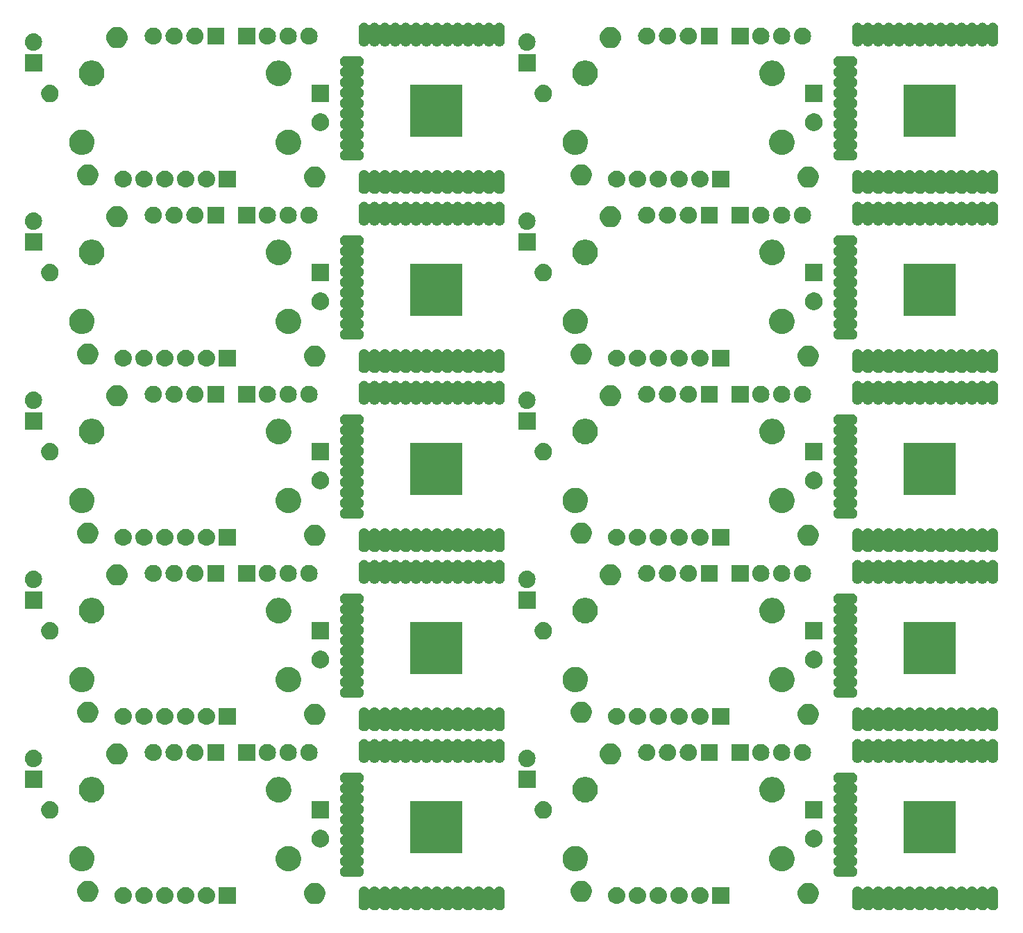
<source format=gbr>
G04 #@! TF.GenerationSoftware,KiCad,Pcbnew,5.1.0-060a0da~80~ubuntu18.04.1*
G04 #@! TF.CreationDate,2019-05-13T00:27:14+02:00*
G04 #@! TF.ProjectId,m3_2x5_panel,6d335f32-7835-45f7-9061-6e656c2e6b69,rev?*
G04 #@! TF.SameCoordinates,Original*
G04 #@! TF.FileFunction,Soldermask,Bot*
G04 #@! TF.FilePolarity,Negative*
%FSLAX46Y46*%
G04 Gerber Fmt 4.6, Leading zero omitted, Abs format (unit mm)*
G04 Created by KiCad (PCBNEW 5.1.0-060a0da~80~ubuntu18.04.1) date 2019-05-13 00:27:14*
%MOMM*%
%LPD*%
G04 APERTURE LIST*
%ADD10C,0.100000*%
G04 APERTURE END LIST*
D10*
G36*
X132311998Y-151340280D02*
G01*
X132323423Y-151341405D01*
X132384685Y-151359989D01*
X132445948Y-151378573D01*
X132558868Y-151438930D01*
X132657843Y-151520157D01*
X132739070Y-151619132D01*
X132799427Y-151732052D01*
X132818011Y-151793315D01*
X132829695Y-151831830D01*
X132836595Y-151854578D01*
X132846000Y-151950068D01*
X132846000Y-153613932D01*
X132836595Y-153709422D01*
X132799427Y-153831948D01*
X132739070Y-153944868D01*
X132657843Y-154043843D01*
X132558867Y-154125070D01*
X132445947Y-154185427D01*
X132384684Y-154204011D01*
X132323422Y-154222595D01*
X132311997Y-154223720D01*
X132196000Y-154235145D01*
X132080002Y-154223720D01*
X132068577Y-154222595D01*
X132007315Y-154204011D01*
X131946052Y-154185427D01*
X131833132Y-154125070D01*
X131734157Y-154043843D01*
X131657621Y-153950583D01*
X131640299Y-153933261D01*
X131619925Y-153919647D01*
X131597286Y-153910270D01*
X131573253Y-153905489D01*
X131548749Y-153905489D01*
X131524715Y-153910269D01*
X131502076Y-153919646D01*
X131481702Y-153933260D01*
X131464383Y-153950579D01*
X131387843Y-154043843D01*
X131288867Y-154125070D01*
X131175947Y-154185427D01*
X131114684Y-154204011D01*
X131053422Y-154222595D01*
X131041997Y-154223720D01*
X130926000Y-154235145D01*
X130810002Y-154223720D01*
X130798577Y-154222595D01*
X130737315Y-154204011D01*
X130676052Y-154185427D01*
X130563132Y-154125070D01*
X130464157Y-154043843D01*
X130387621Y-153950583D01*
X130370299Y-153933261D01*
X130349925Y-153919647D01*
X130327286Y-153910270D01*
X130303253Y-153905489D01*
X130278749Y-153905489D01*
X130254715Y-153910269D01*
X130232076Y-153919646D01*
X130211702Y-153933260D01*
X130194383Y-153950579D01*
X130117843Y-154043843D01*
X130018867Y-154125070D01*
X129905947Y-154185427D01*
X129844684Y-154204011D01*
X129783422Y-154222595D01*
X129771997Y-154223720D01*
X129656000Y-154235145D01*
X129540002Y-154223720D01*
X129528577Y-154222595D01*
X129467315Y-154204011D01*
X129406052Y-154185427D01*
X129293132Y-154125070D01*
X129194157Y-154043843D01*
X129117621Y-153950583D01*
X129100299Y-153933261D01*
X129079925Y-153919647D01*
X129057286Y-153910270D01*
X129033253Y-153905489D01*
X129008749Y-153905489D01*
X128984715Y-153910269D01*
X128962076Y-153919646D01*
X128941702Y-153933260D01*
X128924383Y-153950579D01*
X128847843Y-154043843D01*
X128748867Y-154125070D01*
X128635947Y-154185427D01*
X128574684Y-154204011D01*
X128513422Y-154222595D01*
X128501997Y-154223720D01*
X128386000Y-154235145D01*
X128270002Y-154223720D01*
X128258577Y-154222595D01*
X128197315Y-154204011D01*
X128136052Y-154185427D01*
X128023132Y-154125070D01*
X127924157Y-154043843D01*
X127847621Y-153950583D01*
X127830299Y-153933261D01*
X127809925Y-153919647D01*
X127787286Y-153910270D01*
X127763253Y-153905489D01*
X127738749Y-153905489D01*
X127714715Y-153910269D01*
X127692076Y-153919646D01*
X127671702Y-153933260D01*
X127654383Y-153950579D01*
X127577843Y-154043843D01*
X127478867Y-154125070D01*
X127365947Y-154185427D01*
X127304684Y-154204011D01*
X127243422Y-154222595D01*
X127231997Y-154223720D01*
X127116000Y-154235145D01*
X127000002Y-154223720D01*
X126988577Y-154222595D01*
X126927315Y-154204011D01*
X126866052Y-154185427D01*
X126753132Y-154125070D01*
X126654157Y-154043843D01*
X126577621Y-153950583D01*
X126560299Y-153933261D01*
X126539925Y-153919647D01*
X126517286Y-153910270D01*
X126493253Y-153905489D01*
X126468749Y-153905489D01*
X126444715Y-153910269D01*
X126422076Y-153919646D01*
X126401702Y-153933260D01*
X126384383Y-153950579D01*
X126307843Y-154043843D01*
X126208867Y-154125070D01*
X126095947Y-154185427D01*
X126034684Y-154204011D01*
X125973422Y-154222595D01*
X125961997Y-154223720D01*
X125846000Y-154235145D01*
X125730002Y-154223720D01*
X125718577Y-154222595D01*
X125657315Y-154204011D01*
X125596052Y-154185427D01*
X125483132Y-154125070D01*
X125384157Y-154043843D01*
X125307621Y-153950583D01*
X125290299Y-153933261D01*
X125269925Y-153919647D01*
X125247286Y-153910270D01*
X125223253Y-153905489D01*
X125198749Y-153905489D01*
X125174715Y-153910269D01*
X125152076Y-153919646D01*
X125131702Y-153933260D01*
X125114383Y-153950579D01*
X125037843Y-154043843D01*
X124938867Y-154125070D01*
X124825947Y-154185427D01*
X124764684Y-154204011D01*
X124703422Y-154222595D01*
X124691997Y-154223720D01*
X124576000Y-154235145D01*
X124460002Y-154223720D01*
X124448577Y-154222595D01*
X124387315Y-154204011D01*
X124326052Y-154185427D01*
X124213132Y-154125070D01*
X124114157Y-154043843D01*
X124037621Y-153950583D01*
X124020299Y-153933261D01*
X123999925Y-153919647D01*
X123977286Y-153910270D01*
X123953253Y-153905489D01*
X123928749Y-153905489D01*
X123904715Y-153910269D01*
X123882076Y-153919646D01*
X123861702Y-153933260D01*
X123844383Y-153950579D01*
X123767843Y-154043843D01*
X123668867Y-154125070D01*
X123555947Y-154185427D01*
X123494684Y-154204011D01*
X123433422Y-154222595D01*
X123421997Y-154223720D01*
X123306000Y-154235145D01*
X123190002Y-154223720D01*
X123178577Y-154222595D01*
X123117315Y-154204011D01*
X123056052Y-154185427D01*
X122943132Y-154125070D01*
X122844157Y-154043843D01*
X122767621Y-153950583D01*
X122750299Y-153933261D01*
X122729925Y-153919647D01*
X122707286Y-153910270D01*
X122683253Y-153905489D01*
X122658749Y-153905489D01*
X122634715Y-153910269D01*
X122612076Y-153919646D01*
X122591702Y-153933260D01*
X122574383Y-153950579D01*
X122497843Y-154043843D01*
X122398867Y-154125070D01*
X122285947Y-154185427D01*
X122224684Y-154204011D01*
X122163422Y-154222595D01*
X122151997Y-154223720D01*
X122036000Y-154235145D01*
X121920002Y-154223720D01*
X121908577Y-154222595D01*
X121847315Y-154204011D01*
X121786052Y-154185427D01*
X121673132Y-154125070D01*
X121574157Y-154043843D01*
X121497621Y-153950583D01*
X121480299Y-153933261D01*
X121459925Y-153919647D01*
X121437286Y-153910270D01*
X121413253Y-153905489D01*
X121388749Y-153905489D01*
X121364715Y-153910269D01*
X121342076Y-153919646D01*
X121321702Y-153933260D01*
X121304383Y-153950579D01*
X121227843Y-154043843D01*
X121128867Y-154125070D01*
X121015947Y-154185427D01*
X120954684Y-154204011D01*
X120893422Y-154222595D01*
X120881997Y-154223720D01*
X120766000Y-154235145D01*
X120650002Y-154223720D01*
X120638577Y-154222595D01*
X120577315Y-154204011D01*
X120516052Y-154185427D01*
X120403132Y-154125070D01*
X120304157Y-154043843D01*
X120227621Y-153950583D01*
X120210299Y-153933261D01*
X120189925Y-153919647D01*
X120167286Y-153910270D01*
X120143253Y-153905489D01*
X120118749Y-153905489D01*
X120094715Y-153910269D01*
X120072076Y-153919646D01*
X120051702Y-153933260D01*
X120034383Y-153950579D01*
X119957843Y-154043843D01*
X119858867Y-154125070D01*
X119745947Y-154185427D01*
X119684684Y-154204011D01*
X119623422Y-154222595D01*
X119611997Y-154223720D01*
X119496000Y-154235145D01*
X119380002Y-154223720D01*
X119368577Y-154222595D01*
X119307315Y-154204011D01*
X119246052Y-154185427D01*
X119133132Y-154125070D01*
X119034157Y-154043843D01*
X118957621Y-153950583D01*
X118940299Y-153933261D01*
X118919925Y-153919647D01*
X118897286Y-153910270D01*
X118873253Y-153905489D01*
X118848749Y-153905489D01*
X118824715Y-153910269D01*
X118802076Y-153919646D01*
X118781702Y-153933260D01*
X118764383Y-153950579D01*
X118687843Y-154043843D01*
X118588867Y-154125070D01*
X118475947Y-154185427D01*
X118414684Y-154204011D01*
X118353422Y-154222595D01*
X118341997Y-154223720D01*
X118226000Y-154235145D01*
X118110002Y-154223720D01*
X118098577Y-154222595D01*
X118037315Y-154204011D01*
X117976052Y-154185427D01*
X117863132Y-154125070D01*
X117764157Y-154043843D01*
X117687621Y-153950583D01*
X117670299Y-153933261D01*
X117649925Y-153919647D01*
X117627286Y-153910270D01*
X117603253Y-153905489D01*
X117578749Y-153905489D01*
X117554715Y-153910269D01*
X117532076Y-153919646D01*
X117511702Y-153933260D01*
X117494383Y-153950579D01*
X117417843Y-154043843D01*
X117318867Y-154125070D01*
X117205947Y-154185427D01*
X117144684Y-154204011D01*
X117083422Y-154222595D01*
X117071997Y-154223720D01*
X116956000Y-154235145D01*
X116840002Y-154223720D01*
X116828577Y-154222595D01*
X116767315Y-154204011D01*
X116706052Y-154185427D01*
X116593132Y-154125070D01*
X116494157Y-154043843D01*
X116417621Y-153950583D01*
X116400299Y-153933261D01*
X116379925Y-153919647D01*
X116357286Y-153910270D01*
X116333253Y-153905489D01*
X116308749Y-153905489D01*
X116284715Y-153910269D01*
X116262076Y-153919646D01*
X116241702Y-153933260D01*
X116224383Y-153950579D01*
X116147843Y-154043843D01*
X116048867Y-154125070D01*
X115935947Y-154185427D01*
X115874684Y-154204011D01*
X115813422Y-154222595D01*
X115801997Y-154223720D01*
X115686000Y-154235145D01*
X115570002Y-154223720D01*
X115558577Y-154222595D01*
X115497315Y-154204011D01*
X115436052Y-154185427D01*
X115323132Y-154125070D01*
X115224157Y-154043843D01*
X115142930Y-153944867D01*
X115082573Y-153831947D01*
X115063989Y-153770684D01*
X115045405Y-153709422D01*
X115044229Y-153697485D01*
X115036000Y-153613931D01*
X115036001Y-151950068D01*
X115045406Y-151854578D01*
X115052307Y-151831830D01*
X115063990Y-151793315D01*
X115082574Y-151732052D01*
X115142931Y-151619132D01*
X115224158Y-151520157D01*
X115323133Y-151438930D01*
X115436053Y-151378573D01*
X115497316Y-151359989D01*
X115558578Y-151341405D01*
X115570003Y-151340280D01*
X115686000Y-151328855D01*
X115801998Y-151340280D01*
X115813423Y-151341405D01*
X115874685Y-151359989D01*
X115935948Y-151378573D01*
X116048868Y-151438930D01*
X116147843Y-151520157D01*
X116224379Y-151613416D01*
X116241703Y-151630740D01*
X116262077Y-151644353D01*
X116284716Y-151653731D01*
X116308749Y-151658511D01*
X116333253Y-151658511D01*
X116357286Y-151653731D01*
X116379925Y-151644353D01*
X116400300Y-151630739D01*
X116417618Y-151613421D01*
X116494158Y-151520157D01*
X116593133Y-151438930D01*
X116706053Y-151378573D01*
X116767316Y-151359989D01*
X116828578Y-151341405D01*
X116840003Y-151340280D01*
X116956000Y-151328855D01*
X117071998Y-151340280D01*
X117083423Y-151341405D01*
X117144685Y-151359989D01*
X117205948Y-151378573D01*
X117318868Y-151438930D01*
X117417843Y-151520157D01*
X117494379Y-151613416D01*
X117511703Y-151630740D01*
X117532077Y-151644353D01*
X117554716Y-151653731D01*
X117578749Y-151658511D01*
X117603253Y-151658511D01*
X117627286Y-151653731D01*
X117649925Y-151644353D01*
X117670300Y-151630739D01*
X117687618Y-151613421D01*
X117764158Y-151520157D01*
X117863133Y-151438930D01*
X117976053Y-151378573D01*
X118037316Y-151359989D01*
X118098578Y-151341405D01*
X118110003Y-151340280D01*
X118226000Y-151328855D01*
X118341998Y-151340280D01*
X118353423Y-151341405D01*
X118414685Y-151359989D01*
X118475948Y-151378573D01*
X118588868Y-151438930D01*
X118687843Y-151520157D01*
X118764379Y-151613416D01*
X118781703Y-151630740D01*
X118802077Y-151644353D01*
X118824716Y-151653731D01*
X118848749Y-151658511D01*
X118873253Y-151658511D01*
X118897286Y-151653731D01*
X118919925Y-151644353D01*
X118940300Y-151630739D01*
X118957618Y-151613421D01*
X119034158Y-151520157D01*
X119133133Y-151438930D01*
X119246053Y-151378573D01*
X119307316Y-151359989D01*
X119368578Y-151341405D01*
X119380003Y-151340280D01*
X119496000Y-151328855D01*
X119611998Y-151340280D01*
X119623423Y-151341405D01*
X119684685Y-151359989D01*
X119745948Y-151378573D01*
X119858868Y-151438930D01*
X119957843Y-151520157D01*
X120034379Y-151613416D01*
X120051703Y-151630740D01*
X120072077Y-151644353D01*
X120094716Y-151653731D01*
X120118749Y-151658511D01*
X120143253Y-151658511D01*
X120167286Y-151653731D01*
X120189925Y-151644353D01*
X120210300Y-151630739D01*
X120227618Y-151613421D01*
X120304158Y-151520157D01*
X120403133Y-151438930D01*
X120516053Y-151378573D01*
X120577316Y-151359989D01*
X120638578Y-151341405D01*
X120650003Y-151340280D01*
X120766000Y-151328855D01*
X120881998Y-151340280D01*
X120893423Y-151341405D01*
X120954685Y-151359989D01*
X121015948Y-151378573D01*
X121128868Y-151438930D01*
X121227843Y-151520157D01*
X121304379Y-151613416D01*
X121321703Y-151630740D01*
X121342077Y-151644353D01*
X121364716Y-151653731D01*
X121388749Y-151658511D01*
X121413253Y-151658511D01*
X121437286Y-151653731D01*
X121459925Y-151644353D01*
X121480300Y-151630739D01*
X121497618Y-151613421D01*
X121574158Y-151520157D01*
X121673133Y-151438930D01*
X121786053Y-151378573D01*
X121847316Y-151359989D01*
X121908578Y-151341405D01*
X121920003Y-151340280D01*
X122036000Y-151328855D01*
X122151998Y-151340280D01*
X122163423Y-151341405D01*
X122224685Y-151359989D01*
X122285948Y-151378573D01*
X122398868Y-151438930D01*
X122497843Y-151520157D01*
X122574379Y-151613416D01*
X122591703Y-151630740D01*
X122612077Y-151644353D01*
X122634716Y-151653731D01*
X122658749Y-151658511D01*
X122683253Y-151658511D01*
X122707286Y-151653731D01*
X122729925Y-151644353D01*
X122750300Y-151630739D01*
X122767618Y-151613421D01*
X122844158Y-151520157D01*
X122943133Y-151438930D01*
X123056053Y-151378573D01*
X123117316Y-151359989D01*
X123178578Y-151341405D01*
X123190003Y-151340280D01*
X123306000Y-151328855D01*
X123421998Y-151340280D01*
X123433423Y-151341405D01*
X123494685Y-151359989D01*
X123555948Y-151378573D01*
X123668868Y-151438930D01*
X123767843Y-151520157D01*
X123844379Y-151613416D01*
X123861703Y-151630740D01*
X123882077Y-151644353D01*
X123904716Y-151653731D01*
X123928749Y-151658511D01*
X123953253Y-151658511D01*
X123977286Y-151653731D01*
X123999925Y-151644353D01*
X124020300Y-151630739D01*
X124037618Y-151613421D01*
X124114158Y-151520157D01*
X124213133Y-151438930D01*
X124326053Y-151378573D01*
X124387316Y-151359989D01*
X124448578Y-151341405D01*
X124460003Y-151340280D01*
X124576000Y-151328855D01*
X124691998Y-151340280D01*
X124703423Y-151341405D01*
X124764685Y-151359989D01*
X124825948Y-151378573D01*
X124938868Y-151438930D01*
X125037843Y-151520157D01*
X125114379Y-151613416D01*
X125131703Y-151630740D01*
X125152077Y-151644353D01*
X125174716Y-151653731D01*
X125198749Y-151658511D01*
X125223253Y-151658511D01*
X125247286Y-151653731D01*
X125269925Y-151644353D01*
X125290300Y-151630739D01*
X125307618Y-151613421D01*
X125384158Y-151520157D01*
X125483133Y-151438930D01*
X125596053Y-151378573D01*
X125657316Y-151359989D01*
X125718578Y-151341405D01*
X125730003Y-151340280D01*
X125846000Y-151328855D01*
X125961998Y-151340280D01*
X125973423Y-151341405D01*
X126034685Y-151359989D01*
X126095948Y-151378573D01*
X126208868Y-151438930D01*
X126307843Y-151520157D01*
X126384379Y-151613416D01*
X126401703Y-151630740D01*
X126422077Y-151644353D01*
X126444716Y-151653731D01*
X126468749Y-151658511D01*
X126493253Y-151658511D01*
X126517286Y-151653731D01*
X126539925Y-151644353D01*
X126560300Y-151630739D01*
X126577618Y-151613421D01*
X126654158Y-151520157D01*
X126753133Y-151438930D01*
X126866053Y-151378573D01*
X126927316Y-151359989D01*
X126988578Y-151341405D01*
X127000003Y-151340280D01*
X127116000Y-151328855D01*
X127231998Y-151340280D01*
X127243423Y-151341405D01*
X127304685Y-151359989D01*
X127365948Y-151378573D01*
X127478868Y-151438930D01*
X127577843Y-151520157D01*
X127654379Y-151613416D01*
X127671703Y-151630740D01*
X127692077Y-151644353D01*
X127714716Y-151653731D01*
X127738749Y-151658511D01*
X127763253Y-151658511D01*
X127787286Y-151653731D01*
X127809925Y-151644353D01*
X127830300Y-151630739D01*
X127847618Y-151613421D01*
X127924158Y-151520157D01*
X128023133Y-151438930D01*
X128136053Y-151378573D01*
X128197316Y-151359989D01*
X128258578Y-151341405D01*
X128270003Y-151340280D01*
X128386000Y-151328855D01*
X128501998Y-151340280D01*
X128513423Y-151341405D01*
X128574685Y-151359989D01*
X128635948Y-151378573D01*
X128748868Y-151438930D01*
X128847843Y-151520157D01*
X128924379Y-151613416D01*
X128941703Y-151630740D01*
X128962077Y-151644353D01*
X128984716Y-151653731D01*
X129008749Y-151658511D01*
X129033253Y-151658511D01*
X129057286Y-151653731D01*
X129079925Y-151644353D01*
X129100300Y-151630739D01*
X129117618Y-151613421D01*
X129194158Y-151520157D01*
X129293133Y-151438930D01*
X129406053Y-151378573D01*
X129467316Y-151359989D01*
X129528578Y-151341405D01*
X129540003Y-151340280D01*
X129656000Y-151328855D01*
X129771998Y-151340280D01*
X129783423Y-151341405D01*
X129844685Y-151359989D01*
X129905948Y-151378573D01*
X130018868Y-151438930D01*
X130117843Y-151520157D01*
X130194379Y-151613416D01*
X130211703Y-151630740D01*
X130232077Y-151644353D01*
X130254716Y-151653731D01*
X130278749Y-151658511D01*
X130303253Y-151658511D01*
X130327286Y-151653731D01*
X130349925Y-151644353D01*
X130370300Y-151630739D01*
X130387618Y-151613421D01*
X130464158Y-151520157D01*
X130563133Y-151438930D01*
X130676053Y-151378573D01*
X130737316Y-151359989D01*
X130798578Y-151341405D01*
X130810003Y-151340280D01*
X130926000Y-151328855D01*
X131041998Y-151340280D01*
X131053423Y-151341405D01*
X131114685Y-151359989D01*
X131175948Y-151378573D01*
X131288868Y-151438930D01*
X131387843Y-151520157D01*
X131464379Y-151613416D01*
X131481703Y-151630740D01*
X131502077Y-151644353D01*
X131524716Y-151653731D01*
X131548749Y-151658511D01*
X131573253Y-151658511D01*
X131597286Y-151653731D01*
X131619925Y-151644353D01*
X131640300Y-151630739D01*
X131657618Y-151613421D01*
X131734158Y-151520157D01*
X131833133Y-151438930D01*
X131946053Y-151378573D01*
X132007316Y-151359989D01*
X132068578Y-151341405D01*
X132080003Y-151340280D01*
X132196000Y-151328855D01*
X132311998Y-151340280D01*
X132311998Y-151340280D01*
G37*
G36*
X192509998Y-151340280D02*
G01*
X192521423Y-151341405D01*
X192582685Y-151359989D01*
X192643948Y-151378573D01*
X192756868Y-151438930D01*
X192855843Y-151520157D01*
X192937070Y-151619132D01*
X192997427Y-151732052D01*
X193016011Y-151793315D01*
X193027695Y-151831830D01*
X193034595Y-151854578D01*
X193044000Y-151950068D01*
X193044000Y-153613932D01*
X193034595Y-153709422D01*
X192997427Y-153831948D01*
X192937070Y-153944868D01*
X192855843Y-154043843D01*
X192756867Y-154125070D01*
X192643947Y-154185427D01*
X192582684Y-154204011D01*
X192521422Y-154222595D01*
X192509997Y-154223720D01*
X192394000Y-154235145D01*
X192278002Y-154223720D01*
X192266577Y-154222595D01*
X192205315Y-154204011D01*
X192144052Y-154185427D01*
X192031132Y-154125070D01*
X191932157Y-154043843D01*
X191855621Y-153950583D01*
X191838299Y-153933261D01*
X191817925Y-153919647D01*
X191795286Y-153910270D01*
X191771253Y-153905489D01*
X191746749Y-153905489D01*
X191722715Y-153910269D01*
X191700076Y-153919646D01*
X191679702Y-153933260D01*
X191662383Y-153950579D01*
X191585843Y-154043843D01*
X191486867Y-154125070D01*
X191373947Y-154185427D01*
X191312684Y-154204011D01*
X191251422Y-154222595D01*
X191239997Y-154223720D01*
X191124000Y-154235145D01*
X191008002Y-154223720D01*
X190996577Y-154222595D01*
X190935315Y-154204011D01*
X190874052Y-154185427D01*
X190761132Y-154125070D01*
X190662157Y-154043843D01*
X190585621Y-153950583D01*
X190568299Y-153933261D01*
X190547925Y-153919647D01*
X190525286Y-153910270D01*
X190501253Y-153905489D01*
X190476749Y-153905489D01*
X190452715Y-153910269D01*
X190430076Y-153919646D01*
X190409702Y-153933260D01*
X190392383Y-153950579D01*
X190315843Y-154043843D01*
X190216867Y-154125070D01*
X190103947Y-154185427D01*
X190042684Y-154204011D01*
X189981422Y-154222595D01*
X189969997Y-154223720D01*
X189854000Y-154235145D01*
X189738002Y-154223720D01*
X189726577Y-154222595D01*
X189665315Y-154204011D01*
X189604052Y-154185427D01*
X189491132Y-154125070D01*
X189392157Y-154043843D01*
X189315621Y-153950583D01*
X189298299Y-153933261D01*
X189277925Y-153919647D01*
X189255286Y-153910270D01*
X189231253Y-153905489D01*
X189206749Y-153905489D01*
X189182715Y-153910269D01*
X189160076Y-153919646D01*
X189139702Y-153933260D01*
X189122383Y-153950579D01*
X189045843Y-154043843D01*
X188946867Y-154125070D01*
X188833947Y-154185427D01*
X188772684Y-154204011D01*
X188711422Y-154222595D01*
X188699997Y-154223720D01*
X188584000Y-154235145D01*
X188468002Y-154223720D01*
X188456577Y-154222595D01*
X188395315Y-154204011D01*
X188334052Y-154185427D01*
X188221132Y-154125070D01*
X188122157Y-154043843D01*
X188045621Y-153950583D01*
X188028299Y-153933261D01*
X188007925Y-153919647D01*
X187985286Y-153910270D01*
X187961253Y-153905489D01*
X187936749Y-153905489D01*
X187912715Y-153910269D01*
X187890076Y-153919646D01*
X187869702Y-153933260D01*
X187852383Y-153950579D01*
X187775843Y-154043843D01*
X187676867Y-154125070D01*
X187563947Y-154185427D01*
X187502684Y-154204011D01*
X187441422Y-154222595D01*
X187429997Y-154223720D01*
X187314000Y-154235145D01*
X187198002Y-154223720D01*
X187186577Y-154222595D01*
X187125315Y-154204011D01*
X187064052Y-154185427D01*
X186951132Y-154125070D01*
X186852157Y-154043843D01*
X186775621Y-153950583D01*
X186758299Y-153933261D01*
X186737925Y-153919647D01*
X186715286Y-153910270D01*
X186691253Y-153905489D01*
X186666749Y-153905489D01*
X186642715Y-153910269D01*
X186620076Y-153919646D01*
X186599702Y-153933260D01*
X186582383Y-153950579D01*
X186505843Y-154043843D01*
X186406867Y-154125070D01*
X186293947Y-154185427D01*
X186232684Y-154204011D01*
X186171422Y-154222595D01*
X186159997Y-154223720D01*
X186044000Y-154235145D01*
X185928002Y-154223720D01*
X185916577Y-154222595D01*
X185855315Y-154204011D01*
X185794052Y-154185427D01*
X185681132Y-154125070D01*
X185582157Y-154043843D01*
X185505621Y-153950583D01*
X185488299Y-153933261D01*
X185467925Y-153919647D01*
X185445286Y-153910270D01*
X185421253Y-153905489D01*
X185396749Y-153905489D01*
X185372715Y-153910269D01*
X185350076Y-153919646D01*
X185329702Y-153933260D01*
X185312383Y-153950579D01*
X185235843Y-154043843D01*
X185136867Y-154125070D01*
X185023947Y-154185427D01*
X184962684Y-154204011D01*
X184901422Y-154222595D01*
X184889997Y-154223720D01*
X184774000Y-154235145D01*
X184658002Y-154223720D01*
X184646577Y-154222595D01*
X184585315Y-154204011D01*
X184524052Y-154185427D01*
X184411132Y-154125070D01*
X184312157Y-154043843D01*
X184235621Y-153950583D01*
X184218299Y-153933261D01*
X184197925Y-153919647D01*
X184175286Y-153910270D01*
X184151253Y-153905489D01*
X184126749Y-153905489D01*
X184102715Y-153910269D01*
X184080076Y-153919646D01*
X184059702Y-153933260D01*
X184042383Y-153950579D01*
X183965843Y-154043843D01*
X183866867Y-154125070D01*
X183753947Y-154185427D01*
X183692684Y-154204011D01*
X183631422Y-154222595D01*
X183619997Y-154223720D01*
X183504000Y-154235145D01*
X183388002Y-154223720D01*
X183376577Y-154222595D01*
X183315315Y-154204011D01*
X183254052Y-154185427D01*
X183141132Y-154125070D01*
X183042157Y-154043843D01*
X182965621Y-153950583D01*
X182948299Y-153933261D01*
X182927925Y-153919647D01*
X182905286Y-153910270D01*
X182881253Y-153905489D01*
X182856749Y-153905489D01*
X182832715Y-153910269D01*
X182810076Y-153919646D01*
X182789702Y-153933260D01*
X182772383Y-153950579D01*
X182695843Y-154043843D01*
X182596867Y-154125070D01*
X182483947Y-154185427D01*
X182422684Y-154204011D01*
X182361422Y-154222595D01*
X182349997Y-154223720D01*
X182234000Y-154235145D01*
X182118002Y-154223720D01*
X182106577Y-154222595D01*
X182045315Y-154204011D01*
X181984052Y-154185427D01*
X181871132Y-154125070D01*
X181772157Y-154043843D01*
X181695621Y-153950583D01*
X181678299Y-153933261D01*
X181657925Y-153919647D01*
X181635286Y-153910270D01*
X181611253Y-153905489D01*
X181586749Y-153905489D01*
X181562715Y-153910269D01*
X181540076Y-153919646D01*
X181519702Y-153933260D01*
X181502383Y-153950579D01*
X181425843Y-154043843D01*
X181326867Y-154125070D01*
X181213947Y-154185427D01*
X181152684Y-154204011D01*
X181091422Y-154222595D01*
X181079997Y-154223720D01*
X180964000Y-154235145D01*
X180848002Y-154223720D01*
X180836577Y-154222595D01*
X180775315Y-154204011D01*
X180714052Y-154185427D01*
X180601132Y-154125070D01*
X180502157Y-154043843D01*
X180425621Y-153950583D01*
X180408299Y-153933261D01*
X180387925Y-153919647D01*
X180365286Y-153910270D01*
X180341253Y-153905489D01*
X180316749Y-153905489D01*
X180292715Y-153910269D01*
X180270076Y-153919646D01*
X180249702Y-153933260D01*
X180232383Y-153950579D01*
X180155843Y-154043843D01*
X180056867Y-154125070D01*
X179943947Y-154185427D01*
X179882684Y-154204011D01*
X179821422Y-154222595D01*
X179809997Y-154223720D01*
X179694000Y-154235145D01*
X179578002Y-154223720D01*
X179566577Y-154222595D01*
X179505315Y-154204011D01*
X179444052Y-154185427D01*
X179331132Y-154125070D01*
X179232157Y-154043843D01*
X179155621Y-153950583D01*
X179138299Y-153933261D01*
X179117925Y-153919647D01*
X179095286Y-153910270D01*
X179071253Y-153905489D01*
X179046749Y-153905489D01*
X179022715Y-153910269D01*
X179000076Y-153919646D01*
X178979702Y-153933260D01*
X178962383Y-153950579D01*
X178885843Y-154043843D01*
X178786867Y-154125070D01*
X178673947Y-154185427D01*
X178612684Y-154204011D01*
X178551422Y-154222595D01*
X178539997Y-154223720D01*
X178424000Y-154235145D01*
X178308002Y-154223720D01*
X178296577Y-154222595D01*
X178235315Y-154204011D01*
X178174052Y-154185427D01*
X178061132Y-154125070D01*
X177962157Y-154043843D01*
X177885621Y-153950583D01*
X177868299Y-153933261D01*
X177847925Y-153919647D01*
X177825286Y-153910270D01*
X177801253Y-153905489D01*
X177776749Y-153905489D01*
X177752715Y-153910269D01*
X177730076Y-153919646D01*
X177709702Y-153933260D01*
X177692383Y-153950579D01*
X177615843Y-154043843D01*
X177516867Y-154125070D01*
X177403947Y-154185427D01*
X177342684Y-154204011D01*
X177281422Y-154222595D01*
X177269997Y-154223720D01*
X177154000Y-154235145D01*
X177038002Y-154223720D01*
X177026577Y-154222595D01*
X176965315Y-154204011D01*
X176904052Y-154185427D01*
X176791132Y-154125070D01*
X176692157Y-154043843D01*
X176615621Y-153950583D01*
X176598299Y-153933261D01*
X176577925Y-153919647D01*
X176555286Y-153910270D01*
X176531253Y-153905489D01*
X176506749Y-153905489D01*
X176482715Y-153910269D01*
X176460076Y-153919646D01*
X176439702Y-153933260D01*
X176422383Y-153950579D01*
X176345843Y-154043843D01*
X176246867Y-154125070D01*
X176133947Y-154185427D01*
X176072684Y-154204011D01*
X176011422Y-154222595D01*
X175999997Y-154223720D01*
X175884000Y-154235145D01*
X175768002Y-154223720D01*
X175756577Y-154222595D01*
X175695315Y-154204011D01*
X175634052Y-154185427D01*
X175521132Y-154125070D01*
X175422157Y-154043843D01*
X175340930Y-153944867D01*
X175280573Y-153831947D01*
X175261989Y-153770684D01*
X175243405Y-153709422D01*
X175242229Y-153697485D01*
X175234000Y-153613931D01*
X175234001Y-151950068D01*
X175243406Y-151854578D01*
X175250307Y-151831830D01*
X175261990Y-151793315D01*
X175280574Y-151732052D01*
X175340931Y-151619132D01*
X175422158Y-151520157D01*
X175521133Y-151438930D01*
X175634053Y-151378573D01*
X175695316Y-151359989D01*
X175756578Y-151341405D01*
X175768003Y-151340280D01*
X175884000Y-151328855D01*
X175999998Y-151340280D01*
X176011423Y-151341405D01*
X176072685Y-151359989D01*
X176133948Y-151378573D01*
X176246868Y-151438930D01*
X176345843Y-151520157D01*
X176422379Y-151613416D01*
X176439703Y-151630740D01*
X176460077Y-151644353D01*
X176482716Y-151653731D01*
X176506749Y-151658511D01*
X176531253Y-151658511D01*
X176555286Y-151653731D01*
X176577925Y-151644353D01*
X176598300Y-151630739D01*
X176615618Y-151613421D01*
X176692158Y-151520157D01*
X176791133Y-151438930D01*
X176904053Y-151378573D01*
X176965316Y-151359989D01*
X177026578Y-151341405D01*
X177038003Y-151340280D01*
X177154000Y-151328855D01*
X177269998Y-151340280D01*
X177281423Y-151341405D01*
X177342685Y-151359989D01*
X177403948Y-151378573D01*
X177516868Y-151438930D01*
X177615843Y-151520157D01*
X177692379Y-151613416D01*
X177709703Y-151630740D01*
X177730077Y-151644353D01*
X177752716Y-151653731D01*
X177776749Y-151658511D01*
X177801253Y-151658511D01*
X177825286Y-151653731D01*
X177847925Y-151644353D01*
X177868300Y-151630739D01*
X177885618Y-151613421D01*
X177962158Y-151520157D01*
X178061133Y-151438930D01*
X178174053Y-151378573D01*
X178235316Y-151359989D01*
X178296578Y-151341405D01*
X178308003Y-151340280D01*
X178424000Y-151328855D01*
X178539998Y-151340280D01*
X178551423Y-151341405D01*
X178612685Y-151359989D01*
X178673948Y-151378573D01*
X178786868Y-151438930D01*
X178885843Y-151520157D01*
X178962379Y-151613416D01*
X178979703Y-151630740D01*
X179000077Y-151644353D01*
X179022716Y-151653731D01*
X179046749Y-151658511D01*
X179071253Y-151658511D01*
X179095286Y-151653731D01*
X179117925Y-151644353D01*
X179138300Y-151630739D01*
X179155618Y-151613421D01*
X179232158Y-151520157D01*
X179331133Y-151438930D01*
X179444053Y-151378573D01*
X179505316Y-151359989D01*
X179566578Y-151341405D01*
X179578003Y-151340280D01*
X179694000Y-151328855D01*
X179809998Y-151340280D01*
X179821423Y-151341405D01*
X179882685Y-151359989D01*
X179943948Y-151378573D01*
X180056868Y-151438930D01*
X180155843Y-151520157D01*
X180232379Y-151613416D01*
X180249703Y-151630740D01*
X180270077Y-151644353D01*
X180292716Y-151653731D01*
X180316749Y-151658511D01*
X180341253Y-151658511D01*
X180365286Y-151653731D01*
X180387925Y-151644353D01*
X180408300Y-151630739D01*
X180425618Y-151613421D01*
X180502158Y-151520157D01*
X180601133Y-151438930D01*
X180714053Y-151378573D01*
X180775316Y-151359989D01*
X180836578Y-151341405D01*
X180848003Y-151340280D01*
X180964000Y-151328855D01*
X181079998Y-151340280D01*
X181091423Y-151341405D01*
X181152685Y-151359989D01*
X181213948Y-151378573D01*
X181326868Y-151438930D01*
X181425843Y-151520157D01*
X181502379Y-151613416D01*
X181519703Y-151630740D01*
X181540077Y-151644353D01*
X181562716Y-151653731D01*
X181586749Y-151658511D01*
X181611253Y-151658511D01*
X181635286Y-151653731D01*
X181657925Y-151644353D01*
X181678300Y-151630739D01*
X181695618Y-151613421D01*
X181772158Y-151520157D01*
X181871133Y-151438930D01*
X181984053Y-151378573D01*
X182045316Y-151359989D01*
X182106578Y-151341405D01*
X182118003Y-151340280D01*
X182234000Y-151328855D01*
X182349998Y-151340280D01*
X182361423Y-151341405D01*
X182422685Y-151359989D01*
X182483948Y-151378573D01*
X182596868Y-151438930D01*
X182695843Y-151520157D01*
X182772379Y-151613416D01*
X182789703Y-151630740D01*
X182810077Y-151644353D01*
X182832716Y-151653731D01*
X182856749Y-151658511D01*
X182881253Y-151658511D01*
X182905286Y-151653731D01*
X182927925Y-151644353D01*
X182948300Y-151630739D01*
X182965618Y-151613421D01*
X183042158Y-151520157D01*
X183141133Y-151438930D01*
X183254053Y-151378573D01*
X183315316Y-151359989D01*
X183376578Y-151341405D01*
X183388003Y-151340280D01*
X183504000Y-151328855D01*
X183619998Y-151340280D01*
X183631423Y-151341405D01*
X183692685Y-151359989D01*
X183753948Y-151378573D01*
X183866868Y-151438930D01*
X183965843Y-151520157D01*
X184042379Y-151613416D01*
X184059703Y-151630740D01*
X184080077Y-151644353D01*
X184102716Y-151653731D01*
X184126749Y-151658511D01*
X184151253Y-151658511D01*
X184175286Y-151653731D01*
X184197925Y-151644353D01*
X184218300Y-151630739D01*
X184235618Y-151613421D01*
X184312158Y-151520157D01*
X184411133Y-151438930D01*
X184524053Y-151378573D01*
X184585316Y-151359989D01*
X184646578Y-151341405D01*
X184658003Y-151340280D01*
X184774000Y-151328855D01*
X184889998Y-151340280D01*
X184901423Y-151341405D01*
X184962685Y-151359989D01*
X185023948Y-151378573D01*
X185136868Y-151438930D01*
X185235843Y-151520157D01*
X185312379Y-151613416D01*
X185329703Y-151630740D01*
X185350077Y-151644353D01*
X185372716Y-151653731D01*
X185396749Y-151658511D01*
X185421253Y-151658511D01*
X185445286Y-151653731D01*
X185467925Y-151644353D01*
X185488300Y-151630739D01*
X185505618Y-151613421D01*
X185582158Y-151520157D01*
X185681133Y-151438930D01*
X185794053Y-151378573D01*
X185855316Y-151359989D01*
X185916578Y-151341405D01*
X185928003Y-151340280D01*
X186044000Y-151328855D01*
X186159998Y-151340280D01*
X186171423Y-151341405D01*
X186232685Y-151359989D01*
X186293948Y-151378573D01*
X186406868Y-151438930D01*
X186505843Y-151520157D01*
X186582379Y-151613416D01*
X186599703Y-151630740D01*
X186620077Y-151644353D01*
X186642716Y-151653731D01*
X186666749Y-151658511D01*
X186691253Y-151658511D01*
X186715286Y-151653731D01*
X186737925Y-151644353D01*
X186758300Y-151630739D01*
X186775618Y-151613421D01*
X186852158Y-151520157D01*
X186951133Y-151438930D01*
X187064053Y-151378573D01*
X187125316Y-151359989D01*
X187186578Y-151341405D01*
X187198003Y-151340280D01*
X187314000Y-151328855D01*
X187429998Y-151340280D01*
X187441423Y-151341405D01*
X187502685Y-151359989D01*
X187563948Y-151378573D01*
X187676868Y-151438930D01*
X187775843Y-151520157D01*
X187852379Y-151613416D01*
X187869703Y-151630740D01*
X187890077Y-151644353D01*
X187912716Y-151653731D01*
X187936749Y-151658511D01*
X187961253Y-151658511D01*
X187985286Y-151653731D01*
X188007925Y-151644353D01*
X188028300Y-151630739D01*
X188045618Y-151613421D01*
X188122158Y-151520157D01*
X188221133Y-151438930D01*
X188334053Y-151378573D01*
X188395316Y-151359989D01*
X188456578Y-151341405D01*
X188468003Y-151340280D01*
X188584000Y-151328855D01*
X188699998Y-151340280D01*
X188711423Y-151341405D01*
X188772685Y-151359989D01*
X188833948Y-151378573D01*
X188946868Y-151438930D01*
X189045843Y-151520157D01*
X189122379Y-151613416D01*
X189139703Y-151630740D01*
X189160077Y-151644353D01*
X189182716Y-151653731D01*
X189206749Y-151658511D01*
X189231253Y-151658511D01*
X189255286Y-151653731D01*
X189277925Y-151644353D01*
X189298300Y-151630739D01*
X189315618Y-151613421D01*
X189392158Y-151520157D01*
X189491133Y-151438930D01*
X189604053Y-151378573D01*
X189665316Y-151359989D01*
X189726578Y-151341405D01*
X189738003Y-151340280D01*
X189854000Y-151328855D01*
X189969998Y-151340280D01*
X189981423Y-151341405D01*
X190042685Y-151359989D01*
X190103948Y-151378573D01*
X190216868Y-151438930D01*
X190315843Y-151520157D01*
X190392379Y-151613416D01*
X190409703Y-151630740D01*
X190430077Y-151644353D01*
X190452716Y-151653731D01*
X190476749Y-151658511D01*
X190501253Y-151658511D01*
X190525286Y-151653731D01*
X190547925Y-151644353D01*
X190568300Y-151630739D01*
X190585618Y-151613421D01*
X190662158Y-151520157D01*
X190761133Y-151438930D01*
X190874053Y-151378573D01*
X190935316Y-151359989D01*
X190996578Y-151341405D01*
X191008003Y-151340280D01*
X191124000Y-151328855D01*
X191239998Y-151340280D01*
X191251423Y-151341405D01*
X191312685Y-151359989D01*
X191373948Y-151378573D01*
X191486868Y-151438930D01*
X191585843Y-151520157D01*
X191662379Y-151613416D01*
X191679703Y-151630740D01*
X191700077Y-151644353D01*
X191722716Y-151653731D01*
X191746749Y-151658511D01*
X191771253Y-151658511D01*
X191795286Y-151653731D01*
X191817925Y-151644353D01*
X191838300Y-151630739D01*
X191855618Y-151613421D01*
X191932158Y-151520157D01*
X192031133Y-151438930D01*
X192144053Y-151378573D01*
X192205316Y-151359989D01*
X192266578Y-151341405D01*
X192278003Y-151340280D01*
X192394000Y-151328855D01*
X192509998Y-151340280D01*
X192509998Y-151340280D01*
G37*
G36*
X86434707Y-151375596D02*
G01*
X86511836Y-151383193D01*
X86709762Y-151443233D01*
X86709765Y-151443234D01*
X86892170Y-151540732D01*
X87052055Y-151671945D01*
X87183268Y-151831830D01*
X87280766Y-152014235D01*
X87280767Y-152014238D01*
X87340807Y-152212164D01*
X87361080Y-152418000D01*
X87340807Y-152623836D01*
X87305963Y-152738701D01*
X87280766Y-152821765D01*
X87183268Y-153004170D01*
X87052055Y-153164055D01*
X86892170Y-153295268D01*
X86709765Y-153392766D01*
X86709762Y-153392767D01*
X86511836Y-153452807D01*
X86434707Y-153460403D01*
X86357580Y-153468000D01*
X86254420Y-153468000D01*
X86177293Y-153460403D01*
X86100164Y-153452807D01*
X85902238Y-153392767D01*
X85902235Y-153392766D01*
X85719830Y-153295268D01*
X85559945Y-153164055D01*
X85428732Y-153004170D01*
X85331234Y-152821765D01*
X85306037Y-152738701D01*
X85271193Y-152623836D01*
X85250920Y-152418000D01*
X85271193Y-152212164D01*
X85331233Y-152014238D01*
X85331234Y-152014235D01*
X85428732Y-151831830D01*
X85559945Y-151671945D01*
X85719830Y-151540732D01*
X85902235Y-151443234D01*
X85902238Y-151443233D01*
X86100164Y-151383193D01*
X86177293Y-151375596D01*
X86254420Y-151368000D01*
X86357580Y-151368000D01*
X86434707Y-151375596D01*
X86434707Y-151375596D01*
G37*
G36*
X160254000Y-153468000D02*
G01*
X158154000Y-153468000D01*
X158154000Y-151368000D01*
X160254000Y-151368000D01*
X160254000Y-153468000D01*
X160254000Y-153468000D01*
G37*
G36*
X94054707Y-151375596D02*
G01*
X94131836Y-151383193D01*
X94329762Y-151443233D01*
X94329765Y-151443234D01*
X94512170Y-151540732D01*
X94672055Y-151671945D01*
X94803268Y-151831830D01*
X94900766Y-152014235D01*
X94900767Y-152014238D01*
X94960807Y-152212164D01*
X94981080Y-152418000D01*
X94960807Y-152623836D01*
X94925963Y-152738701D01*
X94900766Y-152821765D01*
X94803268Y-153004170D01*
X94672055Y-153164055D01*
X94512170Y-153295268D01*
X94329765Y-153392766D01*
X94329762Y-153392767D01*
X94131836Y-153452807D01*
X94054707Y-153460403D01*
X93977580Y-153468000D01*
X93874420Y-153468000D01*
X93797293Y-153460403D01*
X93720164Y-153452807D01*
X93522238Y-153392767D01*
X93522235Y-153392766D01*
X93339830Y-153295268D01*
X93179945Y-153164055D01*
X93048732Y-153004170D01*
X92951234Y-152821765D01*
X92926037Y-152738701D01*
X92891193Y-152623836D01*
X92870920Y-152418000D01*
X92891193Y-152212164D01*
X92951233Y-152014238D01*
X92951234Y-152014235D01*
X93048732Y-151831830D01*
X93179945Y-151671945D01*
X93339830Y-151540732D01*
X93522235Y-151443234D01*
X93522238Y-151443233D01*
X93720164Y-151383193D01*
X93797293Y-151375596D01*
X93874420Y-151368000D01*
X93977580Y-151368000D01*
X94054707Y-151375596D01*
X94054707Y-151375596D01*
G37*
G36*
X91514707Y-151375596D02*
G01*
X91591836Y-151383193D01*
X91789762Y-151443233D01*
X91789765Y-151443234D01*
X91972170Y-151540732D01*
X92132055Y-151671945D01*
X92263268Y-151831830D01*
X92360766Y-152014235D01*
X92360767Y-152014238D01*
X92420807Y-152212164D01*
X92441080Y-152418000D01*
X92420807Y-152623836D01*
X92385963Y-152738701D01*
X92360766Y-152821765D01*
X92263268Y-153004170D01*
X92132055Y-153164055D01*
X91972170Y-153295268D01*
X91789765Y-153392766D01*
X91789762Y-153392767D01*
X91591836Y-153452807D01*
X91514707Y-153460403D01*
X91437580Y-153468000D01*
X91334420Y-153468000D01*
X91257293Y-153460403D01*
X91180164Y-153452807D01*
X90982238Y-153392767D01*
X90982235Y-153392766D01*
X90799830Y-153295268D01*
X90639945Y-153164055D01*
X90508732Y-153004170D01*
X90411234Y-152821765D01*
X90386037Y-152738701D01*
X90351193Y-152623836D01*
X90330920Y-152418000D01*
X90351193Y-152212164D01*
X90411233Y-152014238D01*
X90411234Y-152014235D01*
X90508732Y-151831830D01*
X90639945Y-151671945D01*
X90799830Y-151540732D01*
X90982235Y-151443234D01*
X90982238Y-151443233D01*
X91180164Y-151383193D01*
X91257293Y-151375596D01*
X91334420Y-151368000D01*
X91437580Y-151368000D01*
X91514707Y-151375596D01*
X91514707Y-151375596D01*
G37*
G36*
X88974707Y-151375596D02*
G01*
X89051836Y-151383193D01*
X89249762Y-151443233D01*
X89249765Y-151443234D01*
X89432170Y-151540732D01*
X89592055Y-151671945D01*
X89723268Y-151831830D01*
X89820766Y-152014235D01*
X89820767Y-152014238D01*
X89880807Y-152212164D01*
X89901080Y-152418000D01*
X89880807Y-152623836D01*
X89845963Y-152738701D01*
X89820766Y-152821765D01*
X89723268Y-153004170D01*
X89592055Y-153164055D01*
X89432170Y-153295268D01*
X89249765Y-153392766D01*
X89249762Y-153392767D01*
X89051836Y-153452807D01*
X88974707Y-153460403D01*
X88897580Y-153468000D01*
X88794420Y-153468000D01*
X88717293Y-153460403D01*
X88640164Y-153452807D01*
X88442238Y-153392767D01*
X88442235Y-153392766D01*
X88259830Y-153295268D01*
X88099945Y-153164055D01*
X87968732Y-153004170D01*
X87871234Y-152821765D01*
X87846037Y-152738701D01*
X87811193Y-152623836D01*
X87790920Y-152418000D01*
X87811193Y-152212164D01*
X87871233Y-152014238D01*
X87871234Y-152014235D01*
X87968732Y-151831830D01*
X88099945Y-151671945D01*
X88259830Y-151540732D01*
X88442235Y-151443234D01*
X88442238Y-151443233D01*
X88640164Y-151383193D01*
X88717293Y-151375596D01*
X88794420Y-151368000D01*
X88897580Y-151368000D01*
X88974707Y-151375596D01*
X88974707Y-151375596D01*
G37*
G36*
X156792707Y-151375596D02*
G01*
X156869836Y-151383193D01*
X157067762Y-151443233D01*
X157067765Y-151443234D01*
X157250170Y-151540732D01*
X157410055Y-151671945D01*
X157541268Y-151831830D01*
X157638766Y-152014235D01*
X157638767Y-152014238D01*
X157698807Y-152212164D01*
X157719080Y-152418000D01*
X157698807Y-152623836D01*
X157663963Y-152738701D01*
X157638766Y-152821765D01*
X157541268Y-153004170D01*
X157410055Y-153164055D01*
X157250170Y-153295268D01*
X157067765Y-153392766D01*
X157067762Y-153392767D01*
X156869836Y-153452807D01*
X156792707Y-153460403D01*
X156715580Y-153468000D01*
X156612420Y-153468000D01*
X156535293Y-153460403D01*
X156458164Y-153452807D01*
X156260238Y-153392767D01*
X156260235Y-153392766D01*
X156077830Y-153295268D01*
X155917945Y-153164055D01*
X155786732Y-153004170D01*
X155689234Y-152821765D01*
X155664037Y-152738701D01*
X155629193Y-152623836D01*
X155608920Y-152418000D01*
X155629193Y-152212164D01*
X155689233Y-152014238D01*
X155689234Y-152014235D01*
X155786732Y-151831830D01*
X155917945Y-151671945D01*
X156077830Y-151540732D01*
X156260235Y-151443234D01*
X156260238Y-151443233D01*
X156458164Y-151383193D01*
X156535293Y-151375596D01*
X156612420Y-151368000D01*
X156715580Y-151368000D01*
X156792707Y-151375596D01*
X156792707Y-151375596D01*
G37*
G36*
X154252707Y-151375596D02*
G01*
X154329836Y-151383193D01*
X154527762Y-151443233D01*
X154527765Y-151443234D01*
X154710170Y-151540732D01*
X154870055Y-151671945D01*
X155001268Y-151831830D01*
X155098766Y-152014235D01*
X155098767Y-152014238D01*
X155158807Y-152212164D01*
X155179080Y-152418000D01*
X155158807Y-152623836D01*
X155123963Y-152738701D01*
X155098766Y-152821765D01*
X155001268Y-153004170D01*
X154870055Y-153164055D01*
X154710170Y-153295268D01*
X154527765Y-153392766D01*
X154527762Y-153392767D01*
X154329836Y-153452807D01*
X154252707Y-153460403D01*
X154175580Y-153468000D01*
X154072420Y-153468000D01*
X153995293Y-153460403D01*
X153918164Y-153452807D01*
X153720238Y-153392767D01*
X153720235Y-153392766D01*
X153537830Y-153295268D01*
X153377945Y-153164055D01*
X153246732Y-153004170D01*
X153149234Y-152821765D01*
X153124037Y-152738701D01*
X153089193Y-152623836D01*
X153068920Y-152418000D01*
X153089193Y-152212164D01*
X153149233Y-152014238D01*
X153149234Y-152014235D01*
X153246732Y-151831830D01*
X153377945Y-151671945D01*
X153537830Y-151540732D01*
X153720235Y-151443234D01*
X153720238Y-151443233D01*
X153918164Y-151383193D01*
X153995293Y-151375596D01*
X154072420Y-151368000D01*
X154175580Y-151368000D01*
X154252707Y-151375596D01*
X154252707Y-151375596D01*
G37*
G36*
X151712707Y-151375596D02*
G01*
X151789836Y-151383193D01*
X151987762Y-151443233D01*
X151987765Y-151443234D01*
X152170170Y-151540732D01*
X152330055Y-151671945D01*
X152461268Y-151831830D01*
X152558766Y-152014235D01*
X152558767Y-152014238D01*
X152618807Y-152212164D01*
X152639080Y-152418000D01*
X152618807Y-152623836D01*
X152583963Y-152738701D01*
X152558766Y-152821765D01*
X152461268Y-153004170D01*
X152330055Y-153164055D01*
X152170170Y-153295268D01*
X151987765Y-153392766D01*
X151987762Y-153392767D01*
X151789836Y-153452807D01*
X151712707Y-153460403D01*
X151635580Y-153468000D01*
X151532420Y-153468000D01*
X151455293Y-153460403D01*
X151378164Y-153452807D01*
X151180238Y-153392767D01*
X151180235Y-153392766D01*
X150997830Y-153295268D01*
X150837945Y-153164055D01*
X150706732Y-153004170D01*
X150609234Y-152821765D01*
X150584037Y-152738701D01*
X150549193Y-152623836D01*
X150528920Y-152418000D01*
X150549193Y-152212164D01*
X150609233Y-152014238D01*
X150609234Y-152014235D01*
X150706732Y-151831830D01*
X150837945Y-151671945D01*
X150997830Y-151540732D01*
X151180235Y-151443234D01*
X151180238Y-151443233D01*
X151378164Y-151383193D01*
X151455293Y-151375596D01*
X151532420Y-151368000D01*
X151635580Y-151368000D01*
X151712707Y-151375596D01*
X151712707Y-151375596D01*
G37*
G36*
X149172707Y-151375596D02*
G01*
X149249836Y-151383193D01*
X149447762Y-151443233D01*
X149447765Y-151443234D01*
X149630170Y-151540732D01*
X149790055Y-151671945D01*
X149921268Y-151831830D01*
X150018766Y-152014235D01*
X150018767Y-152014238D01*
X150078807Y-152212164D01*
X150099080Y-152418000D01*
X150078807Y-152623836D01*
X150043963Y-152738701D01*
X150018766Y-152821765D01*
X149921268Y-153004170D01*
X149790055Y-153164055D01*
X149630170Y-153295268D01*
X149447765Y-153392766D01*
X149447762Y-153392767D01*
X149249836Y-153452807D01*
X149172707Y-153460403D01*
X149095580Y-153468000D01*
X148992420Y-153468000D01*
X148915293Y-153460403D01*
X148838164Y-153452807D01*
X148640238Y-153392767D01*
X148640235Y-153392766D01*
X148457830Y-153295268D01*
X148297945Y-153164055D01*
X148166732Y-153004170D01*
X148069234Y-152821765D01*
X148044037Y-152738701D01*
X148009193Y-152623836D01*
X147988920Y-152418000D01*
X148009193Y-152212164D01*
X148069233Y-152014238D01*
X148069234Y-152014235D01*
X148166732Y-151831830D01*
X148297945Y-151671945D01*
X148457830Y-151540732D01*
X148640235Y-151443234D01*
X148640238Y-151443233D01*
X148838164Y-151383193D01*
X148915293Y-151375596D01*
X148992420Y-151368000D01*
X149095580Y-151368000D01*
X149172707Y-151375596D01*
X149172707Y-151375596D01*
G37*
G36*
X146632707Y-151375596D02*
G01*
X146709836Y-151383193D01*
X146907762Y-151443233D01*
X146907765Y-151443234D01*
X147090170Y-151540732D01*
X147250055Y-151671945D01*
X147381268Y-151831830D01*
X147478766Y-152014235D01*
X147478767Y-152014238D01*
X147538807Y-152212164D01*
X147559080Y-152418000D01*
X147538807Y-152623836D01*
X147503963Y-152738701D01*
X147478766Y-152821765D01*
X147381268Y-153004170D01*
X147250055Y-153164055D01*
X147090170Y-153295268D01*
X146907765Y-153392766D01*
X146907762Y-153392767D01*
X146709836Y-153452807D01*
X146632707Y-153460403D01*
X146555580Y-153468000D01*
X146452420Y-153468000D01*
X146375293Y-153460403D01*
X146298164Y-153452807D01*
X146100238Y-153392767D01*
X146100235Y-153392766D01*
X145917830Y-153295268D01*
X145757945Y-153164055D01*
X145626732Y-153004170D01*
X145529234Y-152821765D01*
X145504037Y-152738701D01*
X145469193Y-152623836D01*
X145448920Y-152418000D01*
X145469193Y-152212164D01*
X145529233Y-152014238D01*
X145529234Y-152014235D01*
X145626732Y-151831830D01*
X145757945Y-151671945D01*
X145917830Y-151540732D01*
X146100235Y-151443234D01*
X146100238Y-151443233D01*
X146298164Y-151383193D01*
X146375293Y-151375596D01*
X146452420Y-151368000D01*
X146555580Y-151368000D01*
X146632707Y-151375596D01*
X146632707Y-151375596D01*
G37*
G36*
X100056000Y-153468000D02*
G01*
X97956000Y-153468000D01*
X97956000Y-151368000D01*
X100056000Y-151368000D01*
X100056000Y-153468000D01*
X100056000Y-153468000D01*
G37*
G36*
X96594707Y-151375596D02*
G01*
X96671836Y-151383193D01*
X96869762Y-151443233D01*
X96869765Y-151443234D01*
X97052170Y-151540732D01*
X97212055Y-151671945D01*
X97343268Y-151831830D01*
X97440766Y-152014235D01*
X97440767Y-152014238D01*
X97500807Y-152212164D01*
X97521080Y-152418000D01*
X97500807Y-152623836D01*
X97465963Y-152738701D01*
X97440766Y-152821765D01*
X97343268Y-153004170D01*
X97212055Y-153164055D01*
X97052170Y-153295268D01*
X96869765Y-153392766D01*
X96869762Y-153392767D01*
X96671836Y-153452807D01*
X96594707Y-153460403D01*
X96517580Y-153468000D01*
X96414420Y-153468000D01*
X96337293Y-153460403D01*
X96260164Y-153452807D01*
X96062238Y-153392767D01*
X96062235Y-153392766D01*
X95879830Y-153295268D01*
X95719945Y-153164055D01*
X95588732Y-153004170D01*
X95491234Y-152821765D01*
X95466037Y-152738701D01*
X95431193Y-152623836D01*
X95410920Y-152418000D01*
X95431193Y-152212164D01*
X95491233Y-152014238D01*
X95491234Y-152014235D01*
X95588732Y-151831830D01*
X95719945Y-151671945D01*
X95879830Y-151540732D01*
X96062235Y-151443234D01*
X96062238Y-151443233D01*
X96260164Y-151383193D01*
X96337293Y-151375596D01*
X96414420Y-151368000D01*
X96517580Y-151368000D01*
X96594707Y-151375596D01*
X96594707Y-151375596D01*
G37*
G36*
X109927617Y-150888979D02*
G01*
X110053196Y-150913958D01*
X110289781Y-151011955D01*
X110502702Y-151154224D01*
X110683776Y-151335298D01*
X110826045Y-151548219D01*
X110902192Y-151732053D01*
X110924042Y-151784805D01*
X110969679Y-152014235D01*
X110974000Y-152035961D01*
X110974000Y-152292039D01*
X110924042Y-152543196D01*
X110826045Y-152779781D01*
X110683776Y-152992702D01*
X110502702Y-153173776D01*
X110289781Y-153316045D01*
X110053196Y-153414042D01*
X109927617Y-153439021D01*
X109802040Y-153464000D01*
X109545960Y-153464000D01*
X109420383Y-153439021D01*
X109294804Y-153414042D01*
X109058219Y-153316045D01*
X108845298Y-153173776D01*
X108664224Y-152992702D01*
X108521955Y-152779781D01*
X108423958Y-152543196D01*
X108374000Y-152292039D01*
X108374000Y-152035961D01*
X108378322Y-152014235D01*
X108423958Y-151784805D01*
X108445809Y-151732053D01*
X108521955Y-151548219D01*
X108664224Y-151335298D01*
X108845298Y-151154224D01*
X109058219Y-151011955D01*
X109294804Y-150913958D01*
X109420383Y-150888979D01*
X109545960Y-150864000D01*
X109802040Y-150864000D01*
X109927617Y-150888979D01*
X109927617Y-150888979D01*
G37*
G36*
X170125617Y-150888979D02*
G01*
X170251196Y-150913958D01*
X170487781Y-151011955D01*
X170700702Y-151154224D01*
X170881776Y-151335298D01*
X171024045Y-151548219D01*
X171100192Y-151732053D01*
X171122042Y-151784805D01*
X171167679Y-152014235D01*
X171172000Y-152035961D01*
X171172000Y-152292039D01*
X171122042Y-152543196D01*
X171024045Y-152779781D01*
X170881776Y-152992702D01*
X170700702Y-153173776D01*
X170487781Y-153316045D01*
X170251196Y-153414042D01*
X170125617Y-153439021D01*
X170000040Y-153464000D01*
X169743960Y-153464000D01*
X169618383Y-153439021D01*
X169492804Y-153414042D01*
X169256219Y-153316045D01*
X169043298Y-153173776D01*
X168862224Y-152992702D01*
X168719955Y-152779781D01*
X168621958Y-152543196D01*
X168572000Y-152292039D01*
X168572000Y-152035961D01*
X168576322Y-152014235D01*
X168621958Y-151784805D01*
X168643809Y-151732053D01*
X168719955Y-151548219D01*
X168862224Y-151335298D01*
X169043298Y-151154224D01*
X169256219Y-151011955D01*
X169492804Y-150913958D01*
X169618383Y-150888979D01*
X169743960Y-150864000D01*
X170000040Y-150864000D01*
X170125617Y-150888979D01*
X170125617Y-150888979D01*
G37*
G36*
X142565196Y-150659958D02*
G01*
X142801781Y-150757955D01*
X143014702Y-150900224D01*
X143195776Y-151081298D01*
X143338045Y-151294219D01*
X143436042Y-151530804D01*
X143486000Y-151781961D01*
X143486000Y-152038039D01*
X143436042Y-152289196D01*
X143338045Y-152525781D01*
X143195776Y-152738702D01*
X143014702Y-152919776D01*
X142801781Y-153062045D01*
X142565196Y-153160042D01*
X142496150Y-153173776D01*
X142314040Y-153210000D01*
X142057960Y-153210000D01*
X141875850Y-153173776D01*
X141806804Y-153160042D01*
X141570219Y-153062045D01*
X141357298Y-152919776D01*
X141176224Y-152738702D01*
X141033955Y-152525781D01*
X140935958Y-152289196D01*
X140886000Y-152038039D01*
X140886000Y-151781961D01*
X140935958Y-151530804D01*
X141033955Y-151294219D01*
X141176224Y-151081298D01*
X141357298Y-150900224D01*
X141570219Y-150757955D01*
X141806804Y-150659958D01*
X142057960Y-150610000D01*
X142314040Y-150610000D01*
X142565196Y-150659958D01*
X142565196Y-150659958D01*
G37*
G36*
X82367196Y-150659958D02*
G01*
X82603781Y-150757955D01*
X82816702Y-150900224D01*
X82997776Y-151081298D01*
X83140045Y-151294219D01*
X83238042Y-151530804D01*
X83288000Y-151781961D01*
X83288000Y-152038039D01*
X83238042Y-152289196D01*
X83140045Y-152525781D01*
X82997776Y-152738702D01*
X82816702Y-152919776D01*
X82603781Y-153062045D01*
X82367196Y-153160042D01*
X82298150Y-153173776D01*
X82116040Y-153210000D01*
X81859960Y-153210000D01*
X81677850Y-153173776D01*
X81608804Y-153160042D01*
X81372219Y-153062045D01*
X81159298Y-152919776D01*
X80978224Y-152738702D01*
X80835955Y-152525781D01*
X80737958Y-152289196D01*
X80688000Y-152038039D01*
X80688000Y-151781961D01*
X80737958Y-151530804D01*
X80835955Y-151294219D01*
X80978224Y-151081298D01*
X81159298Y-150900224D01*
X81372219Y-150757955D01*
X81608804Y-150659958D01*
X81859960Y-150610000D01*
X82116040Y-150610000D01*
X82367196Y-150659958D01*
X82367196Y-150659958D01*
G37*
G36*
X175309486Y-137425229D02*
G01*
X175321423Y-137426405D01*
X175382685Y-137444989D01*
X175443948Y-137463573D01*
X175556868Y-137523930D01*
X175655843Y-137605157D01*
X175737070Y-137704132D01*
X175797427Y-137817052D01*
X175834595Y-137939578D01*
X175847145Y-138067000D01*
X175834595Y-138194422D01*
X175797427Y-138316948D01*
X175737070Y-138429868D01*
X175655843Y-138528843D01*
X175562579Y-138605383D01*
X175545261Y-138622701D01*
X175531647Y-138643075D01*
X175522270Y-138665714D01*
X175517489Y-138689747D01*
X175517489Y-138714251D01*
X175522269Y-138738285D01*
X175531646Y-138760924D01*
X175545260Y-138781298D01*
X175562579Y-138798617D01*
X175655843Y-138875157D01*
X175737070Y-138974132D01*
X175797427Y-139087052D01*
X175834595Y-139209578D01*
X175847145Y-139337000D01*
X175834595Y-139464422D01*
X175797427Y-139586948D01*
X175737070Y-139699868D01*
X175655843Y-139798843D01*
X175562579Y-139875383D01*
X175545261Y-139892701D01*
X175531647Y-139913075D01*
X175522270Y-139935714D01*
X175517489Y-139959747D01*
X175517489Y-139984251D01*
X175522269Y-140008285D01*
X175531646Y-140030924D01*
X175545260Y-140051298D01*
X175562579Y-140068617D01*
X175655843Y-140145157D01*
X175737070Y-140244132D01*
X175797427Y-140357052D01*
X175834595Y-140479578D01*
X175847145Y-140607000D01*
X175834595Y-140734422D01*
X175797427Y-140856948D01*
X175737070Y-140969868D01*
X175655843Y-141068843D01*
X175562579Y-141145383D01*
X175545261Y-141162701D01*
X175531647Y-141183075D01*
X175522270Y-141205714D01*
X175517489Y-141229747D01*
X175517489Y-141254251D01*
X175522269Y-141278285D01*
X175531646Y-141300924D01*
X175545260Y-141321298D01*
X175562579Y-141338617D01*
X175655843Y-141415157D01*
X175737070Y-141514132D01*
X175797427Y-141627052D01*
X175834595Y-141749578D01*
X175847145Y-141877000D01*
X175834595Y-142004422D01*
X175797427Y-142126948D01*
X175737070Y-142239868D01*
X175655843Y-142338843D01*
X175562579Y-142415383D01*
X175545261Y-142432701D01*
X175531647Y-142453075D01*
X175522270Y-142475714D01*
X175517489Y-142499747D01*
X175517489Y-142524251D01*
X175522269Y-142548285D01*
X175531646Y-142570924D01*
X175545260Y-142591298D01*
X175562579Y-142608617D01*
X175655843Y-142685157D01*
X175737070Y-142784132D01*
X175797427Y-142897052D01*
X175834595Y-143019578D01*
X175847145Y-143147000D01*
X175834595Y-143274422D01*
X175797427Y-143396948D01*
X175737070Y-143509868D01*
X175655843Y-143608843D01*
X175562579Y-143685383D01*
X175545261Y-143702701D01*
X175531647Y-143723075D01*
X175522270Y-143745714D01*
X175517489Y-143769747D01*
X175517489Y-143794251D01*
X175522269Y-143818285D01*
X175531646Y-143840924D01*
X175545260Y-143861298D01*
X175562579Y-143878617D01*
X175655843Y-143955157D01*
X175737070Y-144054132D01*
X175797427Y-144167052D01*
X175834595Y-144289578D01*
X175847145Y-144417000D01*
X175834595Y-144544422D01*
X175797427Y-144666948D01*
X175737070Y-144779868D01*
X175655843Y-144878843D01*
X175562579Y-144955383D01*
X175545261Y-144972701D01*
X175531647Y-144993075D01*
X175522270Y-145015714D01*
X175517489Y-145039747D01*
X175517489Y-145064251D01*
X175522269Y-145088285D01*
X175531646Y-145110924D01*
X175545260Y-145131298D01*
X175562579Y-145148617D01*
X175655843Y-145225157D01*
X175737070Y-145324132D01*
X175797427Y-145437052D01*
X175834595Y-145559578D01*
X175847145Y-145687000D01*
X175834595Y-145814422D01*
X175797427Y-145936948D01*
X175737070Y-146049868D01*
X175655843Y-146148843D01*
X175562579Y-146225383D01*
X175545261Y-146242701D01*
X175531647Y-146263075D01*
X175522270Y-146285714D01*
X175517489Y-146309747D01*
X175517489Y-146334251D01*
X175522269Y-146358285D01*
X175531646Y-146380924D01*
X175545260Y-146401298D01*
X175562579Y-146418617D01*
X175655843Y-146495157D01*
X175737070Y-146594132D01*
X175797427Y-146707052D01*
X175834595Y-146829578D01*
X175847145Y-146957000D01*
X175834595Y-147084422D01*
X175797427Y-147206948D01*
X175737070Y-147319868D01*
X175655843Y-147418843D01*
X175562579Y-147495383D01*
X175545261Y-147512701D01*
X175531647Y-147533075D01*
X175522270Y-147555714D01*
X175517489Y-147579747D01*
X175517489Y-147604251D01*
X175522269Y-147628285D01*
X175531646Y-147650924D01*
X175545260Y-147671298D01*
X175562579Y-147688617D01*
X175655843Y-147765157D01*
X175737070Y-147864132D01*
X175797427Y-147977052D01*
X175797427Y-147977053D01*
X175828251Y-148078663D01*
X175834595Y-148099578D01*
X175847145Y-148227000D01*
X175834595Y-148354422D01*
X175797427Y-148476948D01*
X175737070Y-148589868D01*
X175655843Y-148688843D01*
X175562579Y-148765383D01*
X175545261Y-148782701D01*
X175531647Y-148803075D01*
X175522270Y-148825714D01*
X175517489Y-148849747D01*
X175517489Y-148874251D01*
X175522269Y-148898285D01*
X175531646Y-148920924D01*
X175545260Y-148941298D01*
X175562579Y-148958617D01*
X175655843Y-149035157D01*
X175737070Y-149134132D01*
X175797427Y-149247052D01*
X175834595Y-149369578D01*
X175847145Y-149497000D01*
X175834595Y-149624422D01*
X175797427Y-149746948D01*
X175737070Y-149859868D01*
X175655843Y-149958843D01*
X175556868Y-150040070D01*
X175443948Y-150100427D01*
X175382685Y-150119011D01*
X175321423Y-150137595D01*
X175309486Y-150138771D01*
X175225932Y-150147000D01*
X173562068Y-150147000D01*
X173478514Y-150138771D01*
X173466577Y-150137595D01*
X173405315Y-150119011D01*
X173344052Y-150100427D01*
X173231132Y-150040070D01*
X173132157Y-149958843D01*
X173050930Y-149859868D01*
X172990573Y-149746948D01*
X172953405Y-149624422D01*
X172940855Y-149497000D01*
X172953405Y-149369578D01*
X172990573Y-149247052D01*
X173050930Y-149134132D01*
X173132157Y-149035157D01*
X173225421Y-148958617D01*
X173242739Y-148941299D01*
X173256353Y-148920925D01*
X173265730Y-148898286D01*
X173270511Y-148874253D01*
X173270511Y-148849749D01*
X173265731Y-148825715D01*
X173256354Y-148803076D01*
X173242740Y-148782702D01*
X173225421Y-148765383D01*
X173132157Y-148688843D01*
X173050930Y-148589868D01*
X172990573Y-148476948D01*
X172953405Y-148354422D01*
X172940855Y-148227000D01*
X172953405Y-148099578D01*
X172959750Y-148078663D01*
X172990573Y-147977053D01*
X172990573Y-147977052D01*
X173050930Y-147864132D01*
X173132157Y-147765157D01*
X173225421Y-147688617D01*
X173242739Y-147671299D01*
X173256353Y-147650925D01*
X173265730Y-147628286D01*
X173270511Y-147604253D01*
X173270511Y-147579749D01*
X173265731Y-147555715D01*
X173256354Y-147533076D01*
X173242740Y-147512702D01*
X173225421Y-147495383D01*
X173132157Y-147418843D01*
X173050930Y-147319868D01*
X172990573Y-147206948D01*
X172953405Y-147084422D01*
X172940855Y-146957000D01*
X172953405Y-146829578D01*
X172990573Y-146707052D01*
X173050930Y-146594132D01*
X173132157Y-146495157D01*
X173225421Y-146418617D01*
X173242739Y-146401299D01*
X173256353Y-146380925D01*
X173265730Y-146358286D01*
X173270511Y-146334253D01*
X173270511Y-146309749D01*
X173265731Y-146285715D01*
X173256354Y-146263076D01*
X173242740Y-146242702D01*
X173225421Y-146225383D01*
X173132157Y-146148843D01*
X173050930Y-146049868D01*
X172990573Y-145936948D01*
X172953405Y-145814422D01*
X172940855Y-145687000D01*
X172953405Y-145559578D01*
X172990573Y-145437052D01*
X173050930Y-145324132D01*
X173132157Y-145225157D01*
X173225421Y-145148617D01*
X173242739Y-145131299D01*
X173256353Y-145110925D01*
X173265730Y-145088286D01*
X173270511Y-145064253D01*
X173270511Y-145039749D01*
X173265731Y-145015715D01*
X173256354Y-144993076D01*
X173242740Y-144972702D01*
X173225421Y-144955383D01*
X173132157Y-144878843D01*
X173050930Y-144779868D01*
X172990573Y-144666948D01*
X172953405Y-144544422D01*
X172940855Y-144417000D01*
X172953405Y-144289578D01*
X172990573Y-144167052D01*
X173050930Y-144054132D01*
X173132157Y-143955157D01*
X173225421Y-143878617D01*
X173242739Y-143861299D01*
X173256353Y-143840925D01*
X173265730Y-143818286D01*
X173270511Y-143794253D01*
X173270511Y-143769749D01*
X173265731Y-143745715D01*
X173256354Y-143723076D01*
X173242740Y-143702702D01*
X173225421Y-143685383D01*
X173132157Y-143608843D01*
X173050930Y-143509868D01*
X172990573Y-143396948D01*
X172953405Y-143274422D01*
X172940855Y-143147000D01*
X172953405Y-143019578D01*
X172990573Y-142897052D01*
X173050930Y-142784132D01*
X173132157Y-142685157D01*
X173225421Y-142608617D01*
X173242739Y-142591299D01*
X173256353Y-142570925D01*
X173265730Y-142548286D01*
X173270511Y-142524253D01*
X173270511Y-142499749D01*
X173265731Y-142475715D01*
X173256354Y-142453076D01*
X173242740Y-142432702D01*
X173225421Y-142415383D01*
X173132157Y-142338843D01*
X173050930Y-142239868D01*
X172990573Y-142126948D01*
X172953405Y-142004422D01*
X172940855Y-141877000D01*
X172953405Y-141749578D01*
X172990573Y-141627052D01*
X173050930Y-141514132D01*
X173132157Y-141415157D01*
X173225421Y-141338617D01*
X173242739Y-141321299D01*
X173256353Y-141300925D01*
X173265730Y-141278286D01*
X173270511Y-141254253D01*
X173270511Y-141229749D01*
X173265731Y-141205715D01*
X173256354Y-141183076D01*
X173242740Y-141162702D01*
X173225421Y-141145383D01*
X173132157Y-141068843D01*
X173050930Y-140969868D01*
X172990573Y-140856948D01*
X172953405Y-140734422D01*
X172940855Y-140607000D01*
X172953405Y-140479578D01*
X172990573Y-140357052D01*
X173050930Y-140244132D01*
X173132157Y-140145157D01*
X173225421Y-140068617D01*
X173242739Y-140051299D01*
X173256353Y-140030925D01*
X173265730Y-140008286D01*
X173270511Y-139984253D01*
X173270511Y-139959749D01*
X173265731Y-139935715D01*
X173256354Y-139913076D01*
X173242740Y-139892702D01*
X173225421Y-139875383D01*
X173132157Y-139798843D01*
X173050930Y-139699868D01*
X172990573Y-139586948D01*
X172953405Y-139464422D01*
X172940855Y-139337000D01*
X172953405Y-139209578D01*
X172990573Y-139087052D01*
X173050930Y-138974132D01*
X173132157Y-138875157D01*
X173225421Y-138798617D01*
X173242739Y-138781299D01*
X173256353Y-138760925D01*
X173265730Y-138738286D01*
X173270511Y-138714253D01*
X173270511Y-138689749D01*
X173265731Y-138665715D01*
X173256354Y-138643076D01*
X173242740Y-138622702D01*
X173225421Y-138605383D01*
X173132157Y-138528843D01*
X173050930Y-138429868D01*
X172990573Y-138316948D01*
X172953405Y-138194422D01*
X172940855Y-138067000D01*
X172953405Y-137939578D01*
X172990573Y-137817052D01*
X173050930Y-137704132D01*
X173132157Y-137605157D01*
X173231132Y-137523930D01*
X173344052Y-137463573D01*
X173405315Y-137444989D01*
X173466577Y-137426405D01*
X173478514Y-137425229D01*
X173562068Y-137417000D01*
X175225932Y-137417000D01*
X175309486Y-137425229D01*
X175309486Y-137425229D01*
G37*
G36*
X115111486Y-137425229D02*
G01*
X115123423Y-137426405D01*
X115184685Y-137444989D01*
X115245948Y-137463573D01*
X115358868Y-137523930D01*
X115457843Y-137605157D01*
X115539070Y-137704132D01*
X115599427Y-137817052D01*
X115636595Y-137939578D01*
X115649145Y-138067000D01*
X115636595Y-138194422D01*
X115599427Y-138316948D01*
X115539070Y-138429868D01*
X115457843Y-138528843D01*
X115364579Y-138605383D01*
X115347261Y-138622701D01*
X115333647Y-138643075D01*
X115324270Y-138665714D01*
X115319489Y-138689747D01*
X115319489Y-138714251D01*
X115324269Y-138738285D01*
X115333646Y-138760924D01*
X115347260Y-138781298D01*
X115364579Y-138798617D01*
X115457843Y-138875157D01*
X115539070Y-138974132D01*
X115599427Y-139087052D01*
X115636595Y-139209578D01*
X115649145Y-139337000D01*
X115636595Y-139464422D01*
X115599427Y-139586948D01*
X115539070Y-139699868D01*
X115457843Y-139798843D01*
X115364579Y-139875383D01*
X115347261Y-139892701D01*
X115333647Y-139913075D01*
X115324270Y-139935714D01*
X115319489Y-139959747D01*
X115319489Y-139984251D01*
X115324269Y-140008285D01*
X115333646Y-140030924D01*
X115347260Y-140051298D01*
X115364579Y-140068617D01*
X115457843Y-140145157D01*
X115539070Y-140244132D01*
X115599427Y-140357052D01*
X115636595Y-140479578D01*
X115649145Y-140607000D01*
X115636595Y-140734422D01*
X115599427Y-140856948D01*
X115539070Y-140969868D01*
X115457843Y-141068843D01*
X115364579Y-141145383D01*
X115347261Y-141162701D01*
X115333647Y-141183075D01*
X115324270Y-141205714D01*
X115319489Y-141229747D01*
X115319489Y-141254251D01*
X115324269Y-141278285D01*
X115333646Y-141300924D01*
X115347260Y-141321298D01*
X115364579Y-141338617D01*
X115457843Y-141415157D01*
X115539070Y-141514132D01*
X115599427Y-141627052D01*
X115636595Y-141749578D01*
X115649145Y-141877000D01*
X115636595Y-142004422D01*
X115599427Y-142126948D01*
X115539070Y-142239868D01*
X115457843Y-142338843D01*
X115364579Y-142415383D01*
X115347261Y-142432701D01*
X115333647Y-142453075D01*
X115324270Y-142475714D01*
X115319489Y-142499747D01*
X115319489Y-142524251D01*
X115324269Y-142548285D01*
X115333646Y-142570924D01*
X115347260Y-142591298D01*
X115364579Y-142608617D01*
X115457843Y-142685157D01*
X115539070Y-142784132D01*
X115599427Y-142897052D01*
X115636595Y-143019578D01*
X115649145Y-143147000D01*
X115636595Y-143274422D01*
X115599427Y-143396948D01*
X115539070Y-143509868D01*
X115457843Y-143608843D01*
X115364579Y-143685383D01*
X115347261Y-143702701D01*
X115333647Y-143723075D01*
X115324270Y-143745714D01*
X115319489Y-143769747D01*
X115319489Y-143794251D01*
X115324269Y-143818285D01*
X115333646Y-143840924D01*
X115347260Y-143861298D01*
X115364579Y-143878617D01*
X115457843Y-143955157D01*
X115539070Y-144054132D01*
X115599427Y-144167052D01*
X115636595Y-144289578D01*
X115649145Y-144417000D01*
X115636595Y-144544422D01*
X115599427Y-144666948D01*
X115539070Y-144779868D01*
X115457843Y-144878843D01*
X115364579Y-144955383D01*
X115347261Y-144972701D01*
X115333647Y-144993075D01*
X115324270Y-145015714D01*
X115319489Y-145039747D01*
X115319489Y-145064251D01*
X115324269Y-145088285D01*
X115333646Y-145110924D01*
X115347260Y-145131298D01*
X115364579Y-145148617D01*
X115457843Y-145225157D01*
X115539070Y-145324132D01*
X115599427Y-145437052D01*
X115636595Y-145559578D01*
X115649145Y-145687000D01*
X115636595Y-145814422D01*
X115599427Y-145936948D01*
X115539070Y-146049868D01*
X115457843Y-146148843D01*
X115364579Y-146225383D01*
X115347261Y-146242701D01*
X115333647Y-146263075D01*
X115324270Y-146285714D01*
X115319489Y-146309747D01*
X115319489Y-146334251D01*
X115324269Y-146358285D01*
X115333646Y-146380924D01*
X115347260Y-146401298D01*
X115364579Y-146418617D01*
X115457843Y-146495157D01*
X115539070Y-146594132D01*
X115599427Y-146707052D01*
X115636595Y-146829578D01*
X115649145Y-146957000D01*
X115636595Y-147084422D01*
X115599427Y-147206948D01*
X115539070Y-147319868D01*
X115457843Y-147418843D01*
X115364579Y-147495383D01*
X115347261Y-147512701D01*
X115333647Y-147533075D01*
X115324270Y-147555714D01*
X115319489Y-147579747D01*
X115319489Y-147604251D01*
X115324269Y-147628285D01*
X115333646Y-147650924D01*
X115347260Y-147671298D01*
X115364579Y-147688617D01*
X115457843Y-147765157D01*
X115539070Y-147864132D01*
X115599427Y-147977052D01*
X115599427Y-147977053D01*
X115630251Y-148078663D01*
X115636595Y-148099578D01*
X115649145Y-148227000D01*
X115636595Y-148354422D01*
X115599427Y-148476948D01*
X115539070Y-148589868D01*
X115457843Y-148688843D01*
X115364579Y-148765383D01*
X115347261Y-148782701D01*
X115333647Y-148803075D01*
X115324270Y-148825714D01*
X115319489Y-148849747D01*
X115319489Y-148874251D01*
X115324269Y-148898285D01*
X115333646Y-148920924D01*
X115347260Y-148941298D01*
X115364579Y-148958617D01*
X115457843Y-149035157D01*
X115539070Y-149134132D01*
X115599427Y-149247052D01*
X115636595Y-149369578D01*
X115649145Y-149497000D01*
X115636595Y-149624422D01*
X115599427Y-149746948D01*
X115539070Y-149859868D01*
X115457843Y-149958843D01*
X115358868Y-150040070D01*
X115245948Y-150100427D01*
X115184685Y-150119011D01*
X115123423Y-150137595D01*
X115111486Y-150138771D01*
X115027932Y-150147000D01*
X113364068Y-150147000D01*
X113280514Y-150138771D01*
X113268577Y-150137595D01*
X113207315Y-150119011D01*
X113146052Y-150100427D01*
X113033132Y-150040070D01*
X112934157Y-149958843D01*
X112852930Y-149859868D01*
X112792573Y-149746948D01*
X112755405Y-149624422D01*
X112742855Y-149497000D01*
X112755405Y-149369578D01*
X112792573Y-149247052D01*
X112852930Y-149134132D01*
X112934157Y-149035157D01*
X113027421Y-148958617D01*
X113044739Y-148941299D01*
X113058353Y-148920925D01*
X113067730Y-148898286D01*
X113072511Y-148874253D01*
X113072511Y-148849749D01*
X113067731Y-148825715D01*
X113058354Y-148803076D01*
X113044740Y-148782702D01*
X113027421Y-148765383D01*
X112934157Y-148688843D01*
X112852930Y-148589868D01*
X112792573Y-148476948D01*
X112755405Y-148354422D01*
X112742855Y-148227000D01*
X112755405Y-148099578D01*
X112761750Y-148078663D01*
X112792573Y-147977053D01*
X112792573Y-147977052D01*
X112852930Y-147864132D01*
X112934157Y-147765157D01*
X113027421Y-147688617D01*
X113044739Y-147671299D01*
X113058353Y-147650925D01*
X113067730Y-147628286D01*
X113072511Y-147604253D01*
X113072511Y-147579749D01*
X113067731Y-147555715D01*
X113058354Y-147533076D01*
X113044740Y-147512702D01*
X113027421Y-147495383D01*
X112934157Y-147418843D01*
X112852930Y-147319868D01*
X112792573Y-147206948D01*
X112755405Y-147084422D01*
X112742855Y-146957000D01*
X112755405Y-146829578D01*
X112792573Y-146707052D01*
X112852930Y-146594132D01*
X112934157Y-146495157D01*
X113027421Y-146418617D01*
X113044739Y-146401299D01*
X113058353Y-146380925D01*
X113067730Y-146358286D01*
X113072511Y-146334253D01*
X113072511Y-146309749D01*
X113067731Y-146285715D01*
X113058354Y-146263076D01*
X113044740Y-146242702D01*
X113027421Y-146225383D01*
X112934157Y-146148843D01*
X112852930Y-146049868D01*
X112792573Y-145936948D01*
X112755405Y-145814422D01*
X112742855Y-145687000D01*
X112755405Y-145559578D01*
X112792573Y-145437052D01*
X112852930Y-145324132D01*
X112934157Y-145225157D01*
X113027421Y-145148617D01*
X113044739Y-145131299D01*
X113058353Y-145110925D01*
X113067730Y-145088286D01*
X113072511Y-145064253D01*
X113072511Y-145039749D01*
X113067731Y-145015715D01*
X113058354Y-144993076D01*
X113044740Y-144972702D01*
X113027421Y-144955383D01*
X112934157Y-144878843D01*
X112852930Y-144779868D01*
X112792573Y-144666948D01*
X112755405Y-144544422D01*
X112742855Y-144417000D01*
X112755405Y-144289578D01*
X112792573Y-144167052D01*
X112852930Y-144054132D01*
X112934157Y-143955157D01*
X113027421Y-143878617D01*
X113044739Y-143861299D01*
X113058353Y-143840925D01*
X113067730Y-143818286D01*
X113072511Y-143794253D01*
X113072511Y-143769749D01*
X113067731Y-143745715D01*
X113058354Y-143723076D01*
X113044740Y-143702702D01*
X113027421Y-143685383D01*
X112934157Y-143608843D01*
X112852930Y-143509868D01*
X112792573Y-143396948D01*
X112755405Y-143274422D01*
X112742855Y-143147000D01*
X112755405Y-143019578D01*
X112792573Y-142897052D01*
X112852930Y-142784132D01*
X112934157Y-142685157D01*
X113027421Y-142608617D01*
X113044739Y-142591299D01*
X113058353Y-142570925D01*
X113067730Y-142548286D01*
X113072511Y-142524253D01*
X113072511Y-142499749D01*
X113067731Y-142475715D01*
X113058354Y-142453076D01*
X113044740Y-142432702D01*
X113027421Y-142415383D01*
X112934157Y-142338843D01*
X112852930Y-142239868D01*
X112792573Y-142126948D01*
X112755405Y-142004422D01*
X112742855Y-141877000D01*
X112755405Y-141749578D01*
X112792573Y-141627052D01*
X112852930Y-141514132D01*
X112934157Y-141415157D01*
X113027421Y-141338617D01*
X113044739Y-141321299D01*
X113058353Y-141300925D01*
X113067730Y-141278286D01*
X113072511Y-141254253D01*
X113072511Y-141229749D01*
X113067731Y-141205715D01*
X113058354Y-141183076D01*
X113044740Y-141162702D01*
X113027421Y-141145383D01*
X112934157Y-141068843D01*
X112852930Y-140969868D01*
X112792573Y-140856948D01*
X112755405Y-140734422D01*
X112742855Y-140607000D01*
X112755405Y-140479578D01*
X112792573Y-140357052D01*
X112852930Y-140244132D01*
X112934157Y-140145157D01*
X113027421Y-140068617D01*
X113044739Y-140051299D01*
X113058353Y-140030925D01*
X113067730Y-140008286D01*
X113072511Y-139984253D01*
X113072511Y-139959749D01*
X113067731Y-139935715D01*
X113058354Y-139913076D01*
X113044740Y-139892702D01*
X113027421Y-139875383D01*
X112934157Y-139798843D01*
X112852930Y-139699868D01*
X112792573Y-139586948D01*
X112755405Y-139464422D01*
X112742855Y-139337000D01*
X112755405Y-139209578D01*
X112792573Y-139087052D01*
X112852930Y-138974132D01*
X112934157Y-138875157D01*
X113027421Y-138798617D01*
X113044739Y-138781299D01*
X113058353Y-138760925D01*
X113067730Y-138738286D01*
X113072511Y-138714253D01*
X113072511Y-138689749D01*
X113067731Y-138665715D01*
X113058354Y-138643076D01*
X113044740Y-138622702D01*
X113027421Y-138605383D01*
X112934157Y-138528843D01*
X112852930Y-138429868D01*
X112792573Y-138316948D01*
X112755405Y-138194422D01*
X112742855Y-138067000D01*
X112755405Y-137939578D01*
X112792573Y-137817052D01*
X112852930Y-137704132D01*
X112934157Y-137605157D01*
X113033132Y-137523930D01*
X113146052Y-137463573D01*
X113207315Y-137444989D01*
X113268577Y-137426405D01*
X113280514Y-137425229D01*
X113364068Y-137417000D01*
X115027932Y-137417000D01*
X115111486Y-137425229D01*
X115111486Y-137425229D01*
G37*
G36*
X106729845Y-146401298D02*
G01*
X106902118Y-146435565D01*
X107018960Y-146483963D01*
X107184199Y-146552407D01*
X107184200Y-146552408D01*
X107438068Y-146722036D01*
X107653964Y-146937932D01*
X107751845Y-147084422D01*
X107823593Y-147191801D01*
X107876639Y-147319866D01*
X107940435Y-147473882D01*
X107948157Y-147512702D01*
X108000000Y-147773337D01*
X108000000Y-148078663D01*
X107940435Y-148378117D01*
X107823593Y-148660199D01*
X107767306Y-148744439D01*
X107653964Y-148914068D01*
X107438068Y-149129964D01*
X107268439Y-149243306D01*
X107184199Y-149299593D01*
X107018960Y-149368037D01*
X106902118Y-149416435D01*
X106752390Y-149446218D01*
X106602663Y-149476000D01*
X106297337Y-149476000D01*
X106147610Y-149446218D01*
X105997882Y-149416435D01*
X105881040Y-149368037D01*
X105715801Y-149299593D01*
X105631561Y-149243306D01*
X105461932Y-149129964D01*
X105246036Y-148914068D01*
X105132694Y-148744439D01*
X105076407Y-148660199D01*
X104959565Y-148378117D01*
X104900000Y-148078663D01*
X104900000Y-147773337D01*
X104951843Y-147512702D01*
X104959565Y-147473882D01*
X105023361Y-147319866D01*
X105076407Y-147191801D01*
X105148155Y-147084422D01*
X105246036Y-146937932D01*
X105461932Y-146722036D01*
X105715800Y-146552408D01*
X105715801Y-146552407D01*
X105881040Y-146483963D01*
X105997882Y-146435565D01*
X106170155Y-146401298D01*
X106297337Y-146376000D01*
X106602663Y-146376000D01*
X106729845Y-146401298D01*
X106729845Y-146401298D01*
G37*
G36*
X81529845Y-146401298D02*
G01*
X81702118Y-146435565D01*
X81818960Y-146483963D01*
X81984199Y-146552407D01*
X81984200Y-146552408D01*
X82238068Y-146722036D01*
X82453964Y-146937932D01*
X82551845Y-147084422D01*
X82623593Y-147191801D01*
X82676639Y-147319866D01*
X82740435Y-147473882D01*
X82748157Y-147512702D01*
X82800000Y-147773337D01*
X82800000Y-148078663D01*
X82740435Y-148378117D01*
X82623593Y-148660199D01*
X82567306Y-148744439D01*
X82453964Y-148914068D01*
X82238068Y-149129964D01*
X82068439Y-149243306D01*
X81984199Y-149299593D01*
X81818960Y-149368037D01*
X81702118Y-149416435D01*
X81552390Y-149446218D01*
X81402663Y-149476000D01*
X81097337Y-149476000D01*
X80947610Y-149446218D01*
X80797882Y-149416435D01*
X80681040Y-149368037D01*
X80515801Y-149299593D01*
X80431561Y-149243306D01*
X80261932Y-149129964D01*
X80046036Y-148914068D01*
X79932694Y-148744439D01*
X79876407Y-148660199D01*
X79759565Y-148378117D01*
X79700000Y-148078663D01*
X79700000Y-147773337D01*
X79751843Y-147512702D01*
X79759565Y-147473882D01*
X79823361Y-147319866D01*
X79876407Y-147191801D01*
X79948155Y-147084422D01*
X80046036Y-146937932D01*
X80261932Y-146722036D01*
X80515800Y-146552408D01*
X80515801Y-146552407D01*
X80681040Y-146483963D01*
X80797882Y-146435565D01*
X80970155Y-146401298D01*
X81097337Y-146376000D01*
X81402663Y-146376000D01*
X81529845Y-146401298D01*
X81529845Y-146401298D01*
G37*
G36*
X141727845Y-146401298D02*
G01*
X141900118Y-146435565D01*
X142016960Y-146483963D01*
X142182199Y-146552407D01*
X142182200Y-146552408D01*
X142436068Y-146722036D01*
X142651964Y-146937932D01*
X142749845Y-147084422D01*
X142821593Y-147191801D01*
X142874639Y-147319866D01*
X142938435Y-147473882D01*
X142946157Y-147512702D01*
X142998000Y-147773337D01*
X142998000Y-148078663D01*
X142938435Y-148378117D01*
X142821593Y-148660199D01*
X142765306Y-148744439D01*
X142651964Y-148914068D01*
X142436068Y-149129964D01*
X142266439Y-149243306D01*
X142182199Y-149299593D01*
X142016960Y-149368037D01*
X141900118Y-149416435D01*
X141750390Y-149446218D01*
X141600663Y-149476000D01*
X141295337Y-149476000D01*
X141145610Y-149446218D01*
X140995882Y-149416435D01*
X140879040Y-149368037D01*
X140713801Y-149299593D01*
X140629561Y-149243306D01*
X140459932Y-149129964D01*
X140244036Y-148914068D01*
X140130694Y-148744439D01*
X140074407Y-148660199D01*
X139957565Y-148378117D01*
X139898000Y-148078663D01*
X139898000Y-147773337D01*
X139949843Y-147512702D01*
X139957565Y-147473882D01*
X140021361Y-147319866D01*
X140074407Y-147191801D01*
X140146155Y-147084422D01*
X140244036Y-146937932D01*
X140459932Y-146722036D01*
X140713800Y-146552408D01*
X140713801Y-146552407D01*
X140879040Y-146483963D01*
X140995882Y-146435565D01*
X141168155Y-146401298D01*
X141295337Y-146376000D01*
X141600663Y-146376000D01*
X141727845Y-146401298D01*
X141727845Y-146401298D01*
G37*
G36*
X166927845Y-146401298D02*
G01*
X167100118Y-146435565D01*
X167216960Y-146483963D01*
X167382199Y-146552407D01*
X167382200Y-146552408D01*
X167636068Y-146722036D01*
X167851964Y-146937932D01*
X167949845Y-147084422D01*
X168021593Y-147191801D01*
X168074639Y-147319866D01*
X168138435Y-147473882D01*
X168146157Y-147512702D01*
X168198000Y-147773337D01*
X168198000Y-148078663D01*
X168138435Y-148378117D01*
X168021593Y-148660199D01*
X167965306Y-148744439D01*
X167851964Y-148914068D01*
X167636068Y-149129964D01*
X167466439Y-149243306D01*
X167382199Y-149299593D01*
X167216960Y-149368037D01*
X167100118Y-149416435D01*
X166950390Y-149446218D01*
X166800663Y-149476000D01*
X166495337Y-149476000D01*
X166345610Y-149446218D01*
X166195882Y-149416435D01*
X166079040Y-149368037D01*
X165913801Y-149299593D01*
X165829561Y-149243306D01*
X165659932Y-149129964D01*
X165444036Y-148914068D01*
X165330694Y-148744439D01*
X165274407Y-148660199D01*
X165157565Y-148378117D01*
X165098000Y-148078663D01*
X165098000Y-147773337D01*
X165149843Y-147512702D01*
X165157565Y-147473882D01*
X165221361Y-147319866D01*
X165274407Y-147191801D01*
X165346155Y-147084422D01*
X165444036Y-146937932D01*
X165659932Y-146722036D01*
X165913800Y-146552408D01*
X165913801Y-146552407D01*
X166079040Y-146483963D01*
X166195882Y-146435565D01*
X166368155Y-146401298D01*
X166495337Y-146376000D01*
X166800663Y-146376000D01*
X166927845Y-146401298D01*
X166927845Y-146401298D01*
G37*
G36*
X127696000Y-147282000D02*
G01*
X121296000Y-147282000D01*
X121296000Y-140882000D01*
X127696000Y-140882000D01*
X127696000Y-147282000D01*
X127696000Y-147282000D01*
G37*
G36*
X187894000Y-147282000D02*
G01*
X181494000Y-147282000D01*
X181494000Y-140882000D01*
X187894000Y-140882000D01*
X187894000Y-147282000D01*
X187894000Y-147282000D01*
G37*
G36*
X110536315Y-144417000D02*
G01*
X110663566Y-144442312D01*
X110720866Y-144466047D01*
X110859203Y-144523347D01*
X111035272Y-144640993D01*
X111185007Y-144790728D01*
X111302653Y-144966797D01*
X111332870Y-145039749D01*
X111377969Y-145148626D01*
X111383688Y-145162435D01*
X111425000Y-145370121D01*
X111425000Y-145581879D01*
X111383688Y-145789565D01*
X111302653Y-145985203D01*
X111185007Y-146161272D01*
X111035272Y-146311007D01*
X110859203Y-146428653D01*
X110720866Y-146485953D01*
X110663566Y-146509688D01*
X110559722Y-146530344D01*
X110455879Y-146551000D01*
X110244121Y-146551000D01*
X110140278Y-146530344D01*
X110036434Y-146509688D01*
X109979134Y-146485953D01*
X109840797Y-146428653D01*
X109664728Y-146311007D01*
X109514993Y-146161272D01*
X109397347Y-145985203D01*
X109316312Y-145789565D01*
X109275000Y-145581879D01*
X109275000Y-145370121D01*
X109316312Y-145162435D01*
X109322032Y-145148626D01*
X109367130Y-145039749D01*
X109397347Y-144966797D01*
X109514993Y-144790728D01*
X109664728Y-144640993D01*
X109840797Y-144523347D01*
X109979134Y-144466047D01*
X110036434Y-144442312D01*
X110163685Y-144417000D01*
X110244121Y-144401000D01*
X110455879Y-144401000D01*
X110536315Y-144417000D01*
X110536315Y-144417000D01*
G37*
G36*
X170734315Y-144417000D02*
G01*
X170861566Y-144442312D01*
X170918866Y-144466047D01*
X171057203Y-144523347D01*
X171233272Y-144640993D01*
X171383007Y-144790728D01*
X171500653Y-144966797D01*
X171530870Y-145039749D01*
X171575969Y-145148626D01*
X171581688Y-145162435D01*
X171623000Y-145370121D01*
X171623000Y-145581879D01*
X171581688Y-145789565D01*
X171500653Y-145985203D01*
X171383007Y-146161272D01*
X171233272Y-146311007D01*
X171057203Y-146428653D01*
X170918866Y-146485953D01*
X170861566Y-146509688D01*
X170757722Y-146530344D01*
X170653879Y-146551000D01*
X170442121Y-146551000D01*
X170338278Y-146530344D01*
X170234434Y-146509688D01*
X170177134Y-146485953D01*
X170038797Y-146428653D01*
X169862728Y-146311007D01*
X169712993Y-146161272D01*
X169595347Y-145985203D01*
X169514312Y-145789565D01*
X169473000Y-145581879D01*
X169473000Y-145370121D01*
X169514312Y-145162435D01*
X169520032Y-145148626D01*
X169565130Y-145039749D01*
X169595347Y-144966797D01*
X169712993Y-144790728D01*
X169862728Y-144640993D01*
X170038797Y-144523347D01*
X170177134Y-144466047D01*
X170234434Y-144442312D01*
X170361685Y-144417000D01*
X170442121Y-144401000D01*
X170653879Y-144401000D01*
X170734315Y-144417000D01*
X170734315Y-144417000D01*
G37*
G36*
X111425000Y-143051000D02*
G01*
X109275000Y-143051000D01*
X109275000Y-140901000D01*
X111425000Y-140901000D01*
X111425000Y-143051000D01*
X111425000Y-143051000D01*
G37*
G36*
X77559722Y-140921656D02*
G01*
X77663566Y-140942312D01*
X77720866Y-140966047D01*
X77859203Y-141023347D01*
X78035272Y-141140993D01*
X78185007Y-141290728D01*
X78302653Y-141466797D01*
X78322260Y-141514134D01*
X78369033Y-141627053D01*
X78383688Y-141662435D01*
X78425000Y-141870121D01*
X78425000Y-142081879D01*
X78383688Y-142289565D01*
X78302653Y-142485203D01*
X78185007Y-142661272D01*
X78035272Y-142811007D01*
X77859203Y-142928653D01*
X77720866Y-142985953D01*
X77663566Y-143009688D01*
X77559722Y-143030344D01*
X77455879Y-143051000D01*
X77244121Y-143051000D01*
X77140278Y-143030344D01*
X77036434Y-143009688D01*
X76979134Y-142985953D01*
X76840797Y-142928653D01*
X76664728Y-142811007D01*
X76514993Y-142661272D01*
X76397347Y-142485203D01*
X76316312Y-142289565D01*
X76275000Y-142081879D01*
X76275000Y-141870121D01*
X76316312Y-141662435D01*
X76330968Y-141627053D01*
X76377740Y-141514134D01*
X76397347Y-141466797D01*
X76514993Y-141290728D01*
X76664728Y-141140993D01*
X76840797Y-141023347D01*
X76979134Y-140966047D01*
X77036434Y-140942312D01*
X77140278Y-140921656D01*
X77244121Y-140901000D01*
X77455879Y-140901000D01*
X77559722Y-140921656D01*
X77559722Y-140921656D01*
G37*
G36*
X137757722Y-140921656D02*
G01*
X137861566Y-140942312D01*
X137918866Y-140966047D01*
X138057203Y-141023347D01*
X138233272Y-141140993D01*
X138383007Y-141290728D01*
X138500653Y-141466797D01*
X138520260Y-141514134D01*
X138567033Y-141627053D01*
X138581688Y-141662435D01*
X138623000Y-141870121D01*
X138623000Y-142081879D01*
X138581688Y-142289565D01*
X138500653Y-142485203D01*
X138383007Y-142661272D01*
X138233272Y-142811007D01*
X138057203Y-142928653D01*
X137918866Y-142985953D01*
X137861566Y-143009688D01*
X137757722Y-143030344D01*
X137653879Y-143051000D01*
X137442121Y-143051000D01*
X137338278Y-143030344D01*
X137234434Y-143009688D01*
X137177134Y-142985953D01*
X137038797Y-142928653D01*
X136862728Y-142811007D01*
X136712993Y-142661272D01*
X136595347Y-142485203D01*
X136514312Y-142289565D01*
X136473000Y-142081879D01*
X136473000Y-141870121D01*
X136514312Y-141662435D01*
X136528968Y-141627053D01*
X136575740Y-141514134D01*
X136595347Y-141466797D01*
X136712993Y-141290728D01*
X136862728Y-141140993D01*
X137038797Y-141023347D01*
X137177134Y-140966047D01*
X137234434Y-140942312D01*
X137338278Y-140921656D01*
X137442121Y-140901000D01*
X137653879Y-140901000D01*
X137757722Y-140921656D01*
X137757722Y-140921656D01*
G37*
G36*
X171623000Y-143051000D02*
G01*
X169473000Y-143051000D01*
X169473000Y-140901000D01*
X171623000Y-140901000D01*
X171623000Y-143051000D01*
X171623000Y-143051000D01*
G37*
G36*
X105552390Y-138005783D02*
G01*
X105702118Y-138035565D01*
X105778008Y-138067000D01*
X105984199Y-138152407D01*
X105984200Y-138152408D01*
X106238068Y-138322036D01*
X106453964Y-138537932D01*
X106567306Y-138707561D01*
X106623593Y-138791801D01*
X106658120Y-138875157D01*
X106740435Y-139073882D01*
X106743055Y-139087053D01*
X106780639Y-139276000D01*
X106800000Y-139373338D01*
X106800000Y-139678662D01*
X106740435Y-139978118D01*
X106710122Y-140051299D01*
X106623593Y-140260199D01*
X106623592Y-140260200D01*
X106453964Y-140514068D01*
X106238068Y-140729964D01*
X106068439Y-140843306D01*
X105984199Y-140899593D01*
X105881066Y-140942312D01*
X105702118Y-141016435D01*
X105552390Y-141046217D01*
X105402663Y-141076000D01*
X105097337Y-141076000D01*
X104947610Y-141046217D01*
X104797882Y-141016435D01*
X104618934Y-140942312D01*
X104515801Y-140899593D01*
X104431561Y-140843306D01*
X104261932Y-140729964D01*
X104046036Y-140514068D01*
X103876408Y-140260200D01*
X103876407Y-140260199D01*
X103789878Y-140051299D01*
X103759565Y-139978118D01*
X103700000Y-139678662D01*
X103700000Y-139373338D01*
X103719362Y-139276000D01*
X103756945Y-139087053D01*
X103759565Y-139073882D01*
X103841880Y-138875157D01*
X103876407Y-138791801D01*
X103932694Y-138707561D01*
X104046036Y-138537932D01*
X104261932Y-138322036D01*
X104515800Y-138152408D01*
X104515801Y-138152407D01*
X104721992Y-138067000D01*
X104797882Y-138035565D01*
X104947610Y-138005783D01*
X105097337Y-137976000D01*
X105402663Y-137976000D01*
X105552390Y-138005783D01*
X105552390Y-138005783D01*
G37*
G36*
X165750390Y-138005783D02*
G01*
X165900118Y-138035565D01*
X165976008Y-138067000D01*
X166182199Y-138152407D01*
X166182200Y-138152408D01*
X166436068Y-138322036D01*
X166651964Y-138537932D01*
X166765306Y-138707561D01*
X166821593Y-138791801D01*
X166856120Y-138875157D01*
X166938435Y-139073882D01*
X166941055Y-139087053D01*
X166978639Y-139276000D01*
X166998000Y-139373338D01*
X166998000Y-139678662D01*
X166938435Y-139978118D01*
X166908122Y-140051299D01*
X166821593Y-140260199D01*
X166821592Y-140260200D01*
X166651964Y-140514068D01*
X166436068Y-140729964D01*
X166266439Y-140843306D01*
X166182199Y-140899593D01*
X166079066Y-140942312D01*
X165900118Y-141016435D01*
X165750390Y-141046217D01*
X165600663Y-141076000D01*
X165295337Y-141076000D01*
X165145610Y-141046217D01*
X164995882Y-141016435D01*
X164816934Y-140942312D01*
X164713801Y-140899593D01*
X164629561Y-140843306D01*
X164459932Y-140729964D01*
X164244036Y-140514068D01*
X164074408Y-140260200D01*
X164074407Y-140260199D01*
X163987878Y-140051299D01*
X163957565Y-139978118D01*
X163898000Y-139678662D01*
X163898000Y-139373338D01*
X163917362Y-139276000D01*
X163954945Y-139087053D01*
X163957565Y-139073882D01*
X164039880Y-138875157D01*
X164074407Y-138791801D01*
X164130694Y-138707561D01*
X164244036Y-138537932D01*
X164459932Y-138322036D01*
X164713800Y-138152408D01*
X164713801Y-138152407D01*
X164919992Y-138067000D01*
X164995882Y-138035565D01*
X165145610Y-138005783D01*
X165295337Y-137976000D01*
X165600663Y-137976000D01*
X165750390Y-138005783D01*
X165750390Y-138005783D01*
G37*
G36*
X142950390Y-138005783D02*
G01*
X143100118Y-138035565D01*
X143176008Y-138067000D01*
X143382199Y-138152407D01*
X143382200Y-138152408D01*
X143636068Y-138322036D01*
X143851964Y-138537932D01*
X143965306Y-138707561D01*
X144021593Y-138791801D01*
X144056120Y-138875157D01*
X144138435Y-139073882D01*
X144141055Y-139087053D01*
X144178639Y-139276000D01*
X144198000Y-139373338D01*
X144198000Y-139678662D01*
X144138435Y-139978118D01*
X144108122Y-140051299D01*
X144021593Y-140260199D01*
X144021592Y-140260200D01*
X143851964Y-140514068D01*
X143636068Y-140729964D01*
X143466439Y-140843306D01*
X143382199Y-140899593D01*
X143279066Y-140942312D01*
X143100118Y-141016435D01*
X142950390Y-141046217D01*
X142800663Y-141076000D01*
X142495337Y-141076000D01*
X142345610Y-141046217D01*
X142195882Y-141016435D01*
X142016934Y-140942312D01*
X141913801Y-140899593D01*
X141829561Y-140843306D01*
X141659932Y-140729964D01*
X141444036Y-140514068D01*
X141274408Y-140260200D01*
X141274407Y-140260199D01*
X141187878Y-140051299D01*
X141157565Y-139978118D01*
X141098000Y-139678662D01*
X141098000Y-139373338D01*
X141117362Y-139276000D01*
X141154945Y-139087053D01*
X141157565Y-139073882D01*
X141239880Y-138875157D01*
X141274407Y-138791801D01*
X141330694Y-138707561D01*
X141444036Y-138537932D01*
X141659932Y-138322036D01*
X141913800Y-138152408D01*
X141913801Y-138152407D01*
X142119992Y-138067000D01*
X142195882Y-138035565D01*
X142345610Y-138005783D01*
X142495337Y-137976000D01*
X142800663Y-137976000D01*
X142950390Y-138005783D01*
X142950390Y-138005783D01*
G37*
G36*
X82752390Y-138005783D02*
G01*
X82902118Y-138035565D01*
X82978008Y-138067000D01*
X83184199Y-138152407D01*
X83184200Y-138152408D01*
X83438068Y-138322036D01*
X83653964Y-138537932D01*
X83767306Y-138707561D01*
X83823593Y-138791801D01*
X83858120Y-138875157D01*
X83940435Y-139073882D01*
X83943055Y-139087053D01*
X83980639Y-139276000D01*
X84000000Y-139373338D01*
X84000000Y-139678662D01*
X83940435Y-139978118D01*
X83910122Y-140051299D01*
X83823593Y-140260199D01*
X83823592Y-140260200D01*
X83653964Y-140514068D01*
X83438068Y-140729964D01*
X83268439Y-140843306D01*
X83184199Y-140899593D01*
X83081066Y-140942312D01*
X82902118Y-141016435D01*
X82752390Y-141046217D01*
X82602663Y-141076000D01*
X82297337Y-141076000D01*
X82147610Y-141046217D01*
X81997882Y-141016435D01*
X81818934Y-140942312D01*
X81715801Y-140899593D01*
X81631561Y-140843306D01*
X81461932Y-140729964D01*
X81246036Y-140514068D01*
X81076408Y-140260200D01*
X81076407Y-140260199D01*
X80989878Y-140051299D01*
X80959565Y-139978118D01*
X80900000Y-139678662D01*
X80900000Y-139373338D01*
X80919362Y-139276000D01*
X80956945Y-139087053D01*
X80959565Y-139073882D01*
X81041880Y-138875157D01*
X81076407Y-138791801D01*
X81132694Y-138707561D01*
X81246036Y-138537932D01*
X81461932Y-138322036D01*
X81715800Y-138152408D01*
X81715801Y-138152407D01*
X81921992Y-138067000D01*
X81997882Y-138035565D01*
X82147610Y-138005783D01*
X82297337Y-137976000D01*
X82602663Y-137976000D01*
X82752390Y-138005783D01*
X82752390Y-138005783D01*
G37*
G36*
X76400000Y-139276000D02*
G01*
X74300000Y-139276000D01*
X74300000Y-137176000D01*
X76400000Y-137176000D01*
X76400000Y-139276000D01*
X76400000Y-139276000D01*
G37*
G36*
X136598000Y-139276000D02*
G01*
X134498000Y-139276000D01*
X134498000Y-137176000D01*
X136598000Y-137176000D01*
X136598000Y-139276000D01*
X136598000Y-139276000D01*
G37*
G36*
X75478707Y-134643597D02*
G01*
X75555836Y-134651193D01*
X75753762Y-134711233D01*
X75753765Y-134711234D01*
X75936170Y-134808732D01*
X76096055Y-134939945D01*
X76227268Y-135099830D01*
X76324766Y-135282235D01*
X76324767Y-135282238D01*
X76384807Y-135480164D01*
X76405080Y-135686000D01*
X76384807Y-135891836D01*
X76338696Y-136043843D01*
X76324766Y-136089765D01*
X76227268Y-136272170D01*
X76096055Y-136432055D01*
X75936170Y-136563268D01*
X75753765Y-136660766D01*
X75753762Y-136660767D01*
X75555836Y-136720807D01*
X75478707Y-136728404D01*
X75401580Y-136736000D01*
X75298420Y-136736000D01*
X75221293Y-136728404D01*
X75144164Y-136720807D01*
X74946238Y-136660767D01*
X74946235Y-136660766D01*
X74763830Y-136563268D01*
X74603945Y-136432055D01*
X74472732Y-136272170D01*
X74375234Y-136089765D01*
X74361304Y-136043843D01*
X74315193Y-135891836D01*
X74294920Y-135686000D01*
X74315193Y-135480164D01*
X74375233Y-135282238D01*
X74375234Y-135282235D01*
X74472732Y-135099830D01*
X74603945Y-134939945D01*
X74763830Y-134808732D01*
X74946235Y-134711234D01*
X74946238Y-134711233D01*
X75144164Y-134651193D01*
X75221293Y-134643597D01*
X75298420Y-134636000D01*
X75401580Y-134636000D01*
X75478707Y-134643597D01*
X75478707Y-134643597D01*
G37*
G36*
X135676707Y-134643597D02*
G01*
X135753836Y-134651193D01*
X135951762Y-134711233D01*
X135951765Y-134711234D01*
X136134170Y-134808732D01*
X136294055Y-134939945D01*
X136425268Y-135099830D01*
X136522766Y-135282235D01*
X136522767Y-135282238D01*
X136582807Y-135480164D01*
X136603080Y-135686000D01*
X136582807Y-135891836D01*
X136536696Y-136043843D01*
X136522766Y-136089765D01*
X136425268Y-136272170D01*
X136294055Y-136432055D01*
X136134170Y-136563268D01*
X135951765Y-136660766D01*
X135951762Y-136660767D01*
X135753836Y-136720807D01*
X135676707Y-136728404D01*
X135599580Y-136736000D01*
X135496420Y-136736000D01*
X135419293Y-136728404D01*
X135342164Y-136720807D01*
X135144238Y-136660767D01*
X135144235Y-136660766D01*
X134961830Y-136563268D01*
X134801945Y-136432055D01*
X134670732Y-136272170D01*
X134573234Y-136089765D01*
X134559304Y-136043843D01*
X134513193Y-135891836D01*
X134492920Y-135686000D01*
X134513193Y-135480164D01*
X134573233Y-135282238D01*
X134573234Y-135282235D01*
X134670732Y-135099830D01*
X134801945Y-134939945D01*
X134961830Y-134808732D01*
X135144235Y-134711234D01*
X135144238Y-134711233D01*
X135342164Y-134651193D01*
X135419293Y-134643597D01*
X135496420Y-134636000D01*
X135599580Y-134636000D01*
X135676707Y-134643597D01*
X135676707Y-134643597D01*
G37*
G36*
X145913159Y-133854577D02*
G01*
X146121196Y-133895958D01*
X146357781Y-133993955D01*
X146570702Y-134136224D01*
X146751776Y-134317298D01*
X146894045Y-134530219D01*
X146969024Y-134711233D01*
X146992042Y-134766805D01*
X147042000Y-135017960D01*
X147042000Y-135274040D01*
X147020970Y-135379765D01*
X146992042Y-135525196D01*
X146894045Y-135761781D01*
X146751776Y-135974702D01*
X146570702Y-136155776D01*
X146357781Y-136298045D01*
X146121196Y-136396042D01*
X145870040Y-136446000D01*
X145613960Y-136446000D01*
X145362804Y-136396042D01*
X145126219Y-136298045D01*
X144913298Y-136155776D01*
X144732224Y-135974702D01*
X144589955Y-135761781D01*
X144491958Y-135525196D01*
X144463030Y-135379765D01*
X144442000Y-135274040D01*
X144442000Y-135017960D01*
X144491958Y-134766805D01*
X144514977Y-134711233D01*
X144589955Y-134530219D01*
X144732224Y-134317298D01*
X144913298Y-134136224D01*
X145126219Y-133993955D01*
X145362804Y-133895958D01*
X145570841Y-133854577D01*
X145613960Y-133846000D01*
X145870040Y-133846000D01*
X145913159Y-133854577D01*
X145913159Y-133854577D01*
G37*
G36*
X85715159Y-133854577D02*
G01*
X85923196Y-133895958D01*
X86159781Y-133993955D01*
X86372702Y-134136224D01*
X86553776Y-134317298D01*
X86696045Y-134530219D01*
X86771024Y-134711233D01*
X86794042Y-134766805D01*
X86844000Y-135017960D01*
X86844000Y-135274040D01*
X86822970Y-135379765D01*
X86794042Y-135525196D01*
X86696045Y-135761781D01*
X86553776Y-135974702D01*
X86372702Y-136155776D01*
X86159781Y-136298045D01*
X85923196Y-136396042D01*
X85672040Y-136446000D01*
X85415960Y-136446000D01*
X85164804Y-136396042D01*
X84928219Y-136298045D01*
X84715298Y-136155776D01*
X84534224Y-135974702D01*
X84391955Y-135761781D01*
X84293958Y-135525196D01*
X84265030Y-135379765D01*
X84244000Y-135274040D01*
X84244000Y-135017960D01*
X84293958Y-134766805D01*
X84316977Y-134711233D01*
X84391955Y-134530219D01*
X84534224Y-134317298D01*
X84715298Y-134136224D01*
X84928219Y-133993955D01*
X85164804Y-133895958D01*
X85372841Y-133854577D01*
X85415960Y-133846000D01*
X85672040Y-133846000D01*
X85715159Y-133854577D01*
X85715159Y-133854577D01*
G37*
G36*
X192509998Y-133340280D02*
G01*
X192521423Y-133341405D01*
X192582685Y-133359989D01*
X192643948Y-133378573D01*
X192756868Y-133438930D01*
X192855843Y-133520157D01*
X192937070Y-133619132D01*
X192997427Y-133732052D01*
X193034595Y-133854578D01*
X193044000Y-133950068D01*
X193044000Y-135613932D01*
X193034595Y-135709422D01*
X192997427Y-135831948D01*
X192937070Y-135944868D01*
X192855843Y-136043843D01*
X192756867Y-136125070D01*
X192643947Y-136185427D01*
X192582684Y-136204011D01*
X192521422Y-136222595D01*
X192509997Y-136223720D01*
X192394000Y-136235145D01*
X192278002Y-136223720D01*
X192266577Y-136222595D01*
X192205315Y-136204011D01*
X192144052Y-136185427D01*
X192031132Y-136125070D01*
X191932157Y-136043843D01*
X191855621Y-135950583D01*
X191838299Y-135933261D01*
X191817925Y-135919647D01*
X191795286Y-135910270D01*
X191771253Y-135905489D01*
X191746749Y-135905489D01*
X191722715Y-135910269D01*
X191700076Y-135919646D01*
X191679702Y-135933260D01*
X191662383Y-135950579D01*
X191585843Y-136043843D01*
X191486867Y-136125070D01*
X191373947Y-136185427D01*
X191312684Y-136204011D01*
X191251422Y-136222595D01*
X191239997Y-136223720D01*
X191124000Y-136235145D01*
X191008002Y-136223720D01*
X190996577Y-136222595D01*
X190935315Y-136204011D01*
X190874052Y-136185427D01*
X190761132Y-136125070D01*
X190662157Y-136043843D01*
X190585621Y-135950583D01*
X190568299Y-135933261D01*
X190547925Y-135919647D01*
X190525286Y-135910270D01*
X190501253Y-135905489D01*
X190476749Y-135905489D01*
X190452715Y-135910269D01*
X190430076Y-135919646D01*
X190409702Y-135933260D01*
X190392383Y-135950579D01*
X190315843Y-136043843D01*
X190216867Y-136125070D01*
X190103947Y-136185427D01*
X190042684Y-136204011D01*
X189981422Y-136222595D01*
X189969997Y-136223720D01*
X189854000Y-136235145D01*
X189738002Y-136223720D01*
X189726577Y-136222595D01*
X189665315Y-136204011D01*
X189604052Y-136185427D01*
X189491132Y-136125070D01*
X189392157Y-136043843D01*
X189315621Y-135950583D01*
X189298299Y-135933261D01*
X189277925Y-135919647D01*
X189255286Y-135910270D01*
X189231253Y-135905489D01*
X189206749Y-135905489D01*
X189182715Y-135910269D01*
X189160076Y-135919646D01*
X189139702Y-135933260D01*
X189122383Y-135950579D01*
X189045843Y-136043843D01*
X188946867Y-136125070D01*
X188833947Y-136185427D01*
X188772684Y-136204011D01*
X188711422Y-136222595D01*
X188699997Y-136223720D01*
X188584000Y-136235145D01*
X188468002Y-136223720D01*
X188456577Y-136222595D01*
X188395315Y-136204011D01*
X188334052Y-136185427D01*
X188221132Y-136125070D01*
X188122157Y-136043843D01*
X188045621Y-135950583D01*
X188028299Y-135933261D01*
X188007925Y-135919647D01*
X187985286Y-135910270D01*
X187961253Y-135905489D01*
X187936749Y-135905489D01*
X187912715Y-135910269D01*
X187890076Y-135919646D01*
X187869702Y-135933260D01*
X187852383Y-135950579D01*
X187775843Y-136043843D01*
X187676867Y-136125070D01*
X187563947Y-136185427D01*
X187502684Y-136204011D01*
X187441422Y-136222595D01*
X187429997Y-136223720D01*
X187314000Y-136235145D01*
X187198002Y-136223720D01*
X187186577Y-136222595D01*
X187125315Y-136204011D01*
X187064052Y-136185427D01*
X186951132Y-136125070D01*
X186852157Y-136043843D01*
X186775621Y-135950583D01*
X186758299Y-135933261D01*
X186737925Y-135919647D01*
X186715286Y-135910270D01*
X186691253Y-135905489D01*
X186666749Y-135905489D01*
X186642715Y-135910269D01*
X186620076Y-135919646D01*
X186599702Y-135933260D01*
X186582383Y-135950579D01*
X186505843Y-136043843D01*
X186406867Y-136125070D01*
X186293947Y-136185427D01*
X186232684Y-136204011D01*
X186171422Y-136222595D01*
X186159997Y-136223720D01*
X186044000Y-136235145D01*
X185928002Y-136223720D01*
X185916577Y-136222595D01*
X185855315Y-136204011D01*
X185794052Y-136185427D01*
X185681132Y-136125070D01*
X185582157Y-136043843D01*
X185505621Y-135950583D01*
X185488299Y-135933261D01*
X185467925Y-135919647D01*
X185445286Y-135910270D01*
X185421253Y-135905489D01*
X185396749Y-135905489D01*
X185372715Y-135910269D01*
X185350076Y-135919646D01*
X185329702Y-135933260D01*
X185312383Y-135950579D01*
X185235843Y-136043843D01*
X185136867Y-136125070D01*
X185023947Y-136185427D01*
X184962684Y-136204011D01*
X184901422Y-136222595D01*
X184889997Y-136223720D01*
X184774000Y-136235145D01*
X184658002Y-136223720D01*
X184646577Y-136222595D01*
X184585315Y-136204011D01*
X184524052Y-136185427D01*
X184411132Y-136125070D01*
X184312157Y-136043843D01*
X184235621Y-135950583D01*
X184218299Y-135933261D01*
X184197925Y-135919647D01*
X184175286Y-135910270D01*
X184151253Y-135905489D01*
X184126749Y-135905489D01*
X184102715Y-135910269D01*
X184080076Y-135919646D01*
X184059702Y-135933260D01*
X184042383Y-135950579D01*
X183965843Y-136043843D01*
X183866867Y-136125070D01*
X183753947Y-136185427D01*
X183692684Y-136204011D01*
X183631422Y-136222595D01*
X183619997Y-136223720D01*
X183504000Y-136235145D01*
X183388002Y-136223720D01*
X183376577Y-136222595D01*
X183315315Y-136204011D01*
X183254052Y-136185427D01*
X183141132Y-136125070D01*
X183042157Y-136043843D01*
X182965621Y-135950583D01*
X182948299Y-135933261D01*
X182927925Y-135919647D01*
X182905286Y-135910270D01*
X182881253Y-135905489D01*
X182856749Y-135905489D01*
X182832715Y-135910269D01*
X182810076Y-135919646D01*
X182789702Y-135933260D01*
X182772383Y-135950579D01*
X182695843Y-136043843D01*
X182596867Y-136125070D01*
X182483947Y-136185427D01*
X182422684Y-136204011D01*
X182361422Y-136222595D01*
X182349997Y-136223720D01*
X182234000Y-136235145D01*
X182118002Y-136223720D01*
X182106577Y-136222595D01*
X182045315Y-136204011D01*
X181984052Y-136185427D01*
X181871132Y-136125070D01*
X181772157Y-136043843D01*
X181695621Y-135950583D01*
X181678299Y-135933261D01*
X181657925Y-135919647D01*
X181635286Y-135910270D01*
X181611253Y-135905489D01*
X181586749Y-135905489D01*
X181562715Y-135910269D01*
X181540076Y-135919646D01*
X181519702Y-135933260D01*
X181502383Y-135950579D01*
X181425843Y-136043843D01*
X181326867Y-136125070D01*
X181213947Y-136185427D01*
X181152684Y-136204011D01*
X181091422Y-136222595D01*
X181079997Y-136223720D01*
X180964000Y-136235145D01*
X180848002Y-136223720D01*
X180836577Y-136222595D01*
X180775315Y-136204011D01*
X180714052Y-136185427D01*
X180601132Y-136125070D01*
X180502157Y-136043843D01*
X180425621Y-135950583D01*
X180408299Y-135933261D01*
X180387925Y-135919647D01*
X180365286Y-135910270D01*
X180341253Y-135905489D01*
X180316749Y-135905489D01*
X180292715Y-135910269D01*
X180270076Y-135919646D01*
X180249702Y-135933260D01*
X180232383Y-135950579D01*
X180155843Y-136043843D01*
X180056867Y-136125070D01*
X179943947Y-136185427D01*
X179882684Y-136204011D01*
X179821422Y-136222595D01*
X179809997Y-136223720D01*
X179694000Y-136235145D01*
X179578002Y-136223720D01*
X179566577Y-136222595D01*
X179505315Y-136204011D01*
X179444052Y-136185427D01*
X179331132Y-136125070D01*
X179232157Y-136043843D01*
X179155621Y-135950583D01*
X179138299Y-135933261D01*
X179117925Y-135919647D01*
X179095286Y-135910270D01*
X179071253Y-135905489D01*
X179046749Y-135905489D01*
X179022715Y-135910269D01*
X179000076Y-135919646D01*
X178979702Y-135933260D01*
X178962383Y-135950579D01*
X178885843Y-136043843D01*
X178786867Y-136125070D01*
X178673947Y-136185427D01*
X178612684Y-136204011D01*
X178551422Y-136222595D01*
X178539997Y-136223720D01*
X178424000Y-136235145D01*
X178308002Y-136223720D01*
X178296577Y-136222595D01*
X178235315Y-136204011D01*
X178174052Y-136185427D01*
X178061132Y-136125070D01*
X177962157Y-136043843D01*
X177885621Y-135950583D01*
X177868299Y-135933261D01*
X177847925Y-135919647D01*
X177825286Y-135910270D01*
X177801253Y-135905489D01*
X177776749Y-135905489D01*
X177752715Y-135910269D01*
X177730076Y-135919646D01*
X177709702Y-135933260D01*
X177692383Y-135950579D01*
X177615843Y-136043843D01*
X177516867Y-136125070D01*
X177403947Y-136185427D01*
X177342684Y-136204011D01*
X177281422Y-136222595D01*
X177269997Y-136223720D01*
X177154000Y-136235145D01*
X177038002Y-136223720D01*
X177026577Y-136222595D01*
X176965315Y-136204011D01*
X176904052Y-136185427D01*
X176791132Y-136125070D01*
X176692157Y-136043843D01*
X176615621Y-135950583D01*
X176598299Y-135933261D01*
X176577925Y-135919647D01*
X176555286Y-135910270D01*
X176531253Y-135905489D01*
X176506749Y-135905489D01*
X176482715Y-135910269D01*
X176460076Y-135919646D01*
X176439702Y-135933260D01*
X176422383Y-135950579D01*
X176345843Y-136043843D01*
X176246867Y-136125070D01*
X176133947Y-136185427D01*
X176072684Y-136204011D01*
X176011422Y-136222595D01*
X175999997Y-136223720D01*
X175884000Y-136235145D01*
X175768002Y-136223720D01*
X175756577Y-136222595D01*
X175695315Y-136204011D01*
X175634052Y-136185427D01*
X175521132Y-136125070D01*
X175422157Y-136043843D01*
X175340930Y-135944867D01*
X175280573Y-135831947D01*
X175247237Y-135722054D01*
X175243405Y-135709422D01*
X175241098Y-135686000D01*
X175234000Y-135613931D01*
X175234001Y-133950068D01*
X175243406Y-133854578D01*
X175280574Y-133732052D01*
X175340931Y-133619132D01*
X175422158Y-133520157D01*
X175521133Y-133438930D01*
X175634053Y-133378573D01*
X175695316Y-133359989D01*
X175756578Y-133341405D01*
X175768003Y-133340280D01*
X175884000Y-133328855D01*
X175999998Y-133340280D01*
X176011423Y-133341405D01*
X176072685Y-133359989D01*
X176133948Y-133378573D01*
X176246868Y-133438930D01*
X176345843Y-133520157D01*
X176422379Y-133613416D01*
X176439703Y-133630740D01*
X176460077Y-133644353D01*
X176482716Y-133653731D01*
X176506749Y-133658511D01*
X176531253Y-133658511D01*
X176555286Y-133653731D01*
X176577925Y-133644353D01*
X176598300Y-133630739D01*
X176615618Y-133613421D01*
X176692158Y-133520157D01*
X176791133Y-133438930D01*
X176904053Y-133378573D01*
X176965316Y-133359989D01*
X177026578Y-133341405D01*
X177038003Y-133340280D01*
X177154000Y-133328855D01*
X177269998Y-133340280D01*
X177281423Y-133341405D01*
X177342685Y-133359989D01*
X177403948Y-133378573D01*
X177516868Y-133438930D01*
X177615843Y-133520157D01*
X177692379Y-133613416D01*
X177709703Y-133630740D01*
X177730077Y-133644353D01*
X177752716Y-133653731D01*
X177776749Y-133658511D01*
X177801253Y-133658511D01*
X177825286Y-133653731D01*
X177847925Y-133644353D01*
X177868300Y-133630739D01*
X177885618Y-133613421D01*
X177962158Y-133520157D01*
X178061133Y-133438930D01*
X178174053Y-133378573D01*
X178235316Y-133359989D01*
X178296578Y-133341405D01*
X178308003Y-133340280D01*
X178424000Y-133328855D01*
X178539998Y-133340280D01*
X178551423Y-133341405D01*
X178612685Y-133359989D01*
X178673948Y-133378573D01*
X178786868Y-133438930D01*
X178885843Y-133520157D01*
X178962379Y-133613416D01*
X178979703Y-133630740D01*
X179000077Y-133644353D01*
X179022716Y-133653731D01*
X179046749Y-133658511D01*
X179071253Y-133658511D01*
X179095286Y-133653731D01*
X179117925Y-133644353D01*
X179138300Y-133630739D01*
X179155618Y-133613421D01*
X179232158Y-133520157D01*
X179331133Y-133438930D01*
X179444053Y-133378573D01*
X179505316Y-133359989D01*
X179566578Y-133341405D01*
X179578003Y-133340280D01*
X179694000Y-133328855D01*
X179809998Y-133340280D01*
X179821423Y-133341405D01*
X179882685Y-133359989D01*
X179943948Y-133378573D01*
X180056868Y-133438930D01*
X180155843Y-133520157D01*
X180232379Y-133613416D01*
X180249703Y-133630740D01*
X180270077Y-133644353D01*
X180292716Y-133653731D01*
X180316749Y-133658511D01*
X180341253Y-133658511D01*
X180365286Y-133653731D01*
X180387925Y-133644353D01*
X180408300Y-133630739D01*
X180425618Y-133613421D01*
X180502158Y-133520157D01*
X180601133Y-133438930D01*
X180714053Y-133378573D01*
X180775316Y-133359989D01*
X180836578Y-133341405D01*
X180848003Y-133340280D01*
X180964000Y-133328855D01*
X181079998Y-133340280D01*
X181091423Y-133341405D01*
X181152685Y-133359989D01*
X181213948Y-133378573D01*
X181326868Y-133438930D01*
X181425843Y-133520157D01*
X181502379Y-133613416D01*
X181519703Y-133630740D01*
X181540077Y-133644353D01*
X181562716Y-133653731D01*
X181586749Y-133658511D01*
X181611253Y-133658511D01*
X181635286Y-133653731D01*
X181657925Y-133644353D01*
X181678300Y-133630739D01*
X181695618Y-133613421D01*
X181772158Y-133520157D01*
X181871133Y-133438930D01*
X181984053Y-133378573D01*
X182045316Y-133359989D01*
X182106578Y-133341405D01*
X182118003Y-133340280D01*
X182234000Y-133328855D01*
X182349998Y-133340280D01*
X182361423Y-133341405D01*
X182422685Y-133359989D01*
X182483948Y-133378573D01*
X182596868Y-133438930D01*
X182695843Y-133520157D01*
X182772379Y-133613416D01*
X182789703Y-133630740D01*
X182810077Y-133644353D01*
X182832716Y-133653731D01*
X182856749Y-133658511D01*
X182881253Y-133658511D01*
X182905286Y-133653731D01*
X182927925Y-133644353D01*
X182948300Y-133630739D01*
X182965618Y-133613421D01*
X183042158Y-133520157D01*
X183141133Y-133438930D01*
X183254053Y-133378573D01*
X183315316Y-133359989D01*
X183376578Y-133341405D01*
X183388003Y-133340280D01*
X183504000Y-133328855D01*
X183619998Y-133340280D01*
X183631423Y-133341405D01*
X183692685Y-133359989D01*
X183753948Y-133378573D01*
X183866868Y-133438930D01*
X183965843Y-133520157D01*
X184042379Y-133613416D01*
X184059703Y-133630740D01*
X184080077Y-133644353D01*
X184102716Y-133653731D01*
X184126749Y-133658511D01*
X184151253Y-133658511D01*
X184175286Y-133653731D01*
X184197925Y-133644353D01*
X184218300Y-133630739D01*
X184235618Y-133613421D01*
X184312158Y-133520157D01*
X184411133Y-133438930D01*
X184524053Y-133378573D01*
X184585316Y-133359989D01*
X184646578Y-133341405D01*
X184658003Y-133340280D01*
X184774000Y-133328855D01*
X184889998Y-133340280D01*
X184901423Y-133341405D01*
X184962685Y-133359989D01*
X185023948Y-133378573D01*
X185136868Y-133438930D01*
X185235843Y-133520157D01*
X185312379Y-133613416D01*
X185329703Y-133630740D01*
X185350077Y-133644353D01*
X185372716Y-133653731D01*
X185396749Y-133658511D01*
X185421253Y-133658511D01*
X185445286Y-133653731D01*
X185467925Y-133644353D01*
X185488300Y-133630739D01*
X185505618Y-133613421D01*
X185582158Y-133520157D01*
X185681133Y-133438930D01*
X185794053Y-133378573D01*
X185855316Y-133359989D01*
X185916578Y-133341405D01*
X185928003Y-133340280D01*
X186044000Y-133328855D01*
X186159998Y-133340280D01*
X186171423Y-133341405D01*
X186232685Y-133359989D01*
X186293948Y-133378573D01*
X186406868Y-133438930D01*
X186505843Y-133520157D01*
X186582379Y-133613416D01*
X186599703Y-133630740D01*
X186620077Y-133644353D01*
X186642716Y-133653731D01*
X186666749Y-133658511D01*
X186691253Y-133658511D01*
X186715286Y-133653731D01*
X186737925Y-133644353D01*
X186758300Y-133630739D01*
X186775618Y-133613421D01*
X186852158Y-133520157D01*
X186951133Y-133438930D01*
X187064053Y-133378573D01*
X187125316Y-133359989D01*
X187186578Y-133341405D01*
X187198003Y-133340280D01*
X187314000Y-133328855D01*
X187429998Y-133340280D01*
X187441423Y-133341405D01*
X187502685Y-133359989D01*
X187563948Y-133378573D01*
X187676868Y-133438930D01*
X187775843Y-133520157D01*
X187852379Y-133613416D01*
X187869703Y-133630740D01*
X187890077Y-133644353D01*
X187912716Y-133653731D01*
X187936749Y-133658511D01*
X187961253Y-133658511D01*
X187985286Y-133653731D01*
X188007925Y-133644353D01*
X188028300Y-133630739D01*
X188045618Y-133613421D01*
X188122158Y-133520157D01*
X188221133Y-133438930D01*
X188334053Y-133378573D01*
X188395316Y-133359989D01*
X188456578Y-133341405D01*
X188468003Y-133340280D01*
X188584000Y-133328855D01*
X188699998Y-133340280D01*
X188711423Y-133341405D01*
X188772685Y-133359989D01*
X188833948Y-133378573D01*
X188946868Y-133438930D01*
X189045843Y-133520157D01*
X189122379Y-133613416D01*
X189139703Y-133630740D01*
X189160077Y-133644353D01*
X189182716Y-133653731D01*
X189206749Y-133658511D01*
X189231253Y-133658511D01*
X189255286Y-133653731D01*
X189277925Y-133644353D01*
X189298300Y-133630739D01*
X189315618Y-133613421D01*
X189392158Y-133520157D01*
X189491133Y-133438930D01*
X189604053Y-133378573D01*
X189665316Y-133359989D01*
X189726578Y-133341405D01*
X189738003Y-133340280D01*
X189854000Y-133328855D01*
X189969998Y-133340280D01*
X189981423Y-133341405D01*
X190042685Y-133359989D01*
X190103948Y-133378573D01*
X190216868Y-133438930D01*
X190315843Y-133520157D01*
X190392379Y-133613416D01*
X190409703Y-133630740D01*
X190430077Y-133644353D01*
X190452716Y-133653731D01*
X190476749Y-133658511D01*
X190501253Y-133658511D01*
X190525286Y-133653731D01*
X190547925Y-133644353D01*
X190568300Y-133630739D01*
X190585618Y-133613421D01*
X190662158Y-133520157D01*
X190761133Y-133438930D01*
X190874053Y-133378573D01*
X190935316Y-133359989D01*
X190996578Y-133341405D01*
X191008003Y-133340280D01*
X191124000Y-133328855D01*
X191239998Y-133340280D01*
X191251423Y-133341405D01*
X191312685Y-133359989D01*
X191373948Y-133378573D01*
X191486868Y-133438930D01*
X191585843Y-133520157D01*
X191662379Y-133613416D01*
X191679703Y-133630740D01*
X191700077Y-133644353D01*
X191722716Y-133653731D01*
X191746749Y-133658511D01*
X191771253Y-133658511D01*
X191795286Y-133653731D01*
X191817925Y-133644353D01*
X191838300Y-133630739D01*
X191855618Y-133613421D01*
X191932158Y-133520157D01*
X192031133Y-133438930D01*
X192144053Y-133378573D01*
X192205316Y-133359989D01*
X192266578Y-133341405D01*
X192278003Y-133340280D01*
X192394000Y-133328855D01*
X192509998Y-133340280D01*
X192509998Y-133340280D01*
G37*
G36*
X132311998Y-133340280D02*
G01*
X132323423Y-133341405D01*
X132384685Y-133359989D01*
X132445948Y-133378573D01*
X132558868Y-133438930D01*
X132657843Y-133520157D01*
X132739070Y-133619132D01*
X132799427Y-133732052D01*
X132836595Y-133854578D01*
X132846000Y-133950068D01*
X132846000Y-135613932D01*
X132836595Y-135709422D01*
X132799427Y-135831948D01*
X132739070Y-135944868D01*
X132657843Y-136043843D01*
X132558867Y-136125070D01*
X132445947Y-136185427D01*
X132384684Y-136204011D01*
X132323422Y-136222595D01*
X132311997Y-136223720D01*
X132196000Y-136235145D01*
X132080002Y-136223720D01*
X132068577Y-136222595D01*
X132007315Y-136204011D01*
X131946052Y-136185427D01*
X131833132Y-136125070D01*
X131734157Y-136043843D01*
X131657621Y-135950583D01*
X131640299Y-135933261D01*
X131619925Y-135919647D01*
X131597286Y-135910270D01*
X131573253Y-135905489D01*
X131548749Y-135905489D01*
X131524715Y-135910269D01*
X131502076Y-135919646D01*
X131481702Y-135933260D01*
X131464383Y-135950579D01*
X131387843Y-136043843D01*
X131288867Y-136125070D01*
X131175947Y-136185427D01*
X131114684Y-136204011D01*
X131053422Y-136222595D01*
X131041997Y-136223720D01*
X130926000Y-136235145D01*
X130810002Y-136223720D01*
X130798577Y-136222595D01*
X130737315Y-136204011D01*
X130676052Y-136185427D01*
X130563132Y-136125070D01*
X130464157Y-136043843D01*
X130387621Y-135950583D01*
X130370299Y-135933261D01*
X130349925Y-135919647D01*
X130327286Y-135910270D01*
X130303253Y-135905489D01*
X130278749Y-135905489D01*
X130254715Y-135910269D01*
X130232076Y-135919646D01*
X130211702Y-135933260D01*
X130194383Y-135950579D01*
X130117843Y-136043843D01*
X130018867Y-136125070D01*
X129905947Y-136185427D01*
X129844684Y-136204011D01*
X129783422Y-136222595D01*
X129771997Y-136223720D01*
X129656000Y-136235145D01*
X129540002Y-136223720D01*
X129528577Y-136222595D01*
X129467315Y-136204011D01*
X129406052Y-136185427D01*
X129293132Y-136125070D01*
X129194157Y-136043843D01*
X129117621Y-135950583D01*
X129100299Y-135933261D01*
X129079925Y-135919647D01*
X129057286Y-135910270D01*
X129033253Y-135905489D01*
X129008749Y-135905489D01*
X128984715Y-135910269D01*
X128962076Y-135919646D01*
X128941702Y-135933260D01*
X128924383Y-135950579D01*
X128847843Y-136043843D01*
X128748867Y-136125070D01*
X128635947Y-136185427D01*
X128574684Y-136204011D01*
X128513422Y-136222595D01*
X128501997Y-136223720D01*
X128386000Y-136235145D01*
X128270002Y-136223720D01*
X128258577Y-136222595D01*
X128197315Y-136204011D01*
X128136052Y-136185427D01*
X128023132Y-136125070D01*
X127924157Y-136043843D01*
X127847621Y-135950583D01*
X127830299Y-135933261D01*
X127809925Y-135919647D01*
X127787286Y-135910270D01*
X127763253Y-135905489D01*
X127738749Y-135905489D01*
X127714715Y-135910269D01*
X127692076Y-135919646D01*
X127671702Y-135933260D01*
X127654383Y-135950579D01*
X127577843Y-136043843D01*
X127478867Y-136125070D01*
X127365947Y-136185427D01*
X127304684Y-136204011D01*
X127243422Y-136222595D01*
X127231997Y-136223720D01*
X127116000Y-136235145D01*
X127000002Y-136223720D01*
X126988577Y-136222595D01*
X126927315Y-136204011D01*
X126866052Y-136185427D01*
X126753132Y-136125070D01*
X126654157Y-136043843D01*
X126577621Y-135950583D01*
X126560299Y-135933261D01*
X126539925Y-135919647D01*
X126517286Y-135910270D01*
X126493253Y-135905489D01*
X126468749Y-135905489D01*
X126444715Y-135910269D01*
X126422076Y-135919646D01*
X126401702Y-135933260D01*
X126384383Y-135950579D01*
X126307843Y-136043843D01*
X126208867Y-136125070D01*
X126095947Y-136185427D01*
X126034684Y-136204011D01*
X125973422Y-136222595D01*
X125961997Y-136223720D01*
X125846000Y-136235145D01*
X125730002Y-136223720D01*
X125718577Y-136222595D01*
X125657315Y-136204011D01*
X125596052Y-136185427D01*
X125483132Y-136125070D01*
X125384157Y-136043843D01*
X125307621Y-135950583D01*
X125290299Y-135933261D01*
X125269925Y-135919647D01*
X125247286Y-135910270D01*
X125223253Y-135905489D01*
X125198749Y-135905489D01*
X125174715Y-135910269D01*
X125152076Y-135919646D01*
X125131702Y-135933260D01*
X125114383Y-135950579D01*
X125037843Y-136043843D01*
X124938867Y-136125070D01*
X124825947Y-136185427D01*
X124764684Y-136204011D01*
X124703422Y-136222595D01*
X124691997Y-136223720D01*
X124576000Y-136235145D01*
X124460002Y-136223720D01*
X124448577Y-136222595D01*
X124387315Y-136204011D01*
X124326052Y-136185427D01*
X124213132Y-136125070D01*
X124114157Y-136043843D01*
X124037621Y-135950583D01*
X124020299Y-135933261D01*
X123999925Y-135919647D01*
X123977286Y-135910270D01*
X123953253Y-135905489D01*
X123928749Y-135905489D01*
X123904715Y-135910269D01*
X123882076Y-135919646D01*
X123861702Y-135933260D01*
X123844383Y-135950579D01*
X123767843Y-136043843D01*
X123668867Y-136125070D01*
X123555947Y-136185427D01*
X123494684Y-136204011D01*
X123433422Y-136222595D01*
X123421997Y-136223720D01*
X123306000Y-136235145D01*
X123190002Y-136223720D01*
X123178577Y-136222595D01*
X123117315Y-136204011D01*
X123056052Y-136185427D01*
X122943132Y-136125070D01*
X122844157Y-136043843D01*
X122767621Y-135950583D01*
X122750299Y-135933261D01*
X122729925Y-135919647D01*
X122707286Y-135910270D01*
X122683253Y-135905489D01*
X122658749Y-135905489D01*
X122634715Y-135910269D01*
X122612076Y-135919646D01*
X122591702Y-135933260D01*
X122574383Y-135950579D01*
X122497843Y-136043843D01*
X122398867Y-136125070D01*
X122285947Y-136185427D01*
X122224684Y-136204011D01*
X122163422Y-136222595D01*
X122151997Y-136223720D01*
X122036000Y-136235145D01*
X121920002Y-136223720D01*
X121908577Y-136222595D01*
X121847315Y-136204011D01*
X121786052Y-136185427D01*
X121673132Y-136125070D01*
X121574157Y-136043843D01*
X121497621Y-135950583D01*
X121480299Y-135933261D01*
X121459925Y-135919647D01*
X121437286Y-135910270D01*
X121413253Y-135905489D01*
X121388749Y-135905489D01*
X121364715Y-135910269D01*
X121342076Y-135919646D01*
X121321702Y-135933260D01*
X121304383Y-135950579D01*
X121227843Y-136043843D01*
X121128867Y-136125070D01*
X121015947Y-136185427D01*
X120954684Y-136204011D01*
X120893422Y-136222595D01*
X120881997Y-136223720D01*
X120766000Y-136235145D01*
X120650002Y-136223720D01*
X120638577Y-136222595D01*
X120577315Y-136204011D01*
X120516052Y-136185427D01*
X120403132Y-136125070D01*
X120304157Y-136043843D01*
X120227621Y-135950583D01*
X120210299Y-135933261D01*
X120189925Y-135919647D01*
X120167286Y-135910270D01*
X120143253Y-135905489D01*
X120118749Y-135905489D01*
X120094715Y-135910269D01*
X120072076Y-135919646D01*
X120051702Y-135933260D01*
X120034383Y-135950579D01*
X119957843Y-136043843D01*
X119858867Y-136125070D01*
X119745947Y-136185427D01*
X119684684Y-136204011D01*
X119623422Y-136222595D01*
X119611997Y-136223720D01*
X119496000Y-136235145D01*
X119380002Y-136223720D01*
X119368577Y-136222595D01*
X119307315Y-136204011D01*
X119246052Y-136185427D01*
X119133132Y-136125070D01*
X119034157Y-136043843D01*
X118957621Y-135950583D01*
X118940299Y-135933261D01*
X118919925Y-135919647D01*
X118897286Y-135910270D01*
X118873253Y-135905489D01*
X118848749Y-135905489D01*
X118824715Y-135910269D01*
X118802076Y-135919646D01*
X118781702Y-135933260D01*
X118764383Y-135950579D01*
X118687843Y-136043843D01*
X118588867Y-136125070D01*
X118475947Y-136185427D01*
X118414684Y-136204011D01*
X118353422Y-136222595D01*
X118341997Y-136223720D01*
X118226000Y-136235145D01*
X118110002Y-136223720D01*
X118098577Y-136222595D01*
X118037315Y-136204011D01*
X117976052Y-136185427D01*
X117863132Y-136125070D01*
X117764157Y-136043843D01*
X117687621Y-135950583D01*
X117670299Y-135933261D01*
X117649925Y-135919647D01*
X117627286Y-135910270D01*
X117603253Y-135905489D01*
X117578749Y-135905489D01*
X117554715Y-135910269D01*
X117532076Y-135919646D01*
X117511702Y-135933260D01*
X117494383Y-135950579D01*
X117417843Y-136043843D01*
X117318867Y-136125070D01*
X117205947Y-136185427D01*
X117144684Y-136204011D01*
X117083422Y-136222595D01*
X117071997Y-136223720D01*
X116956000Y-136235145D01*
X116840002Y-136223720D01*
X116828577Y-136222595D01*
X116767315Y-136204011D01*
X116706052Y-136185427D01*
X116593132Y-136125070D01*
X116494157Y-136043843D01*
X116417621Y-135950583D01*
X116400299Y-135933261D01*
X116379925Y-135919647D01*
X116357286Y-135910270D01*
X116333253Y-135905489D01*
X116308749Y-135905489D01*
X116284715Y-135910269D01*
X116262076Y-135919646D01*
X116241702Y-135933260D01*
X116224383Y-135950579D01*
X116147843Y-136043843D01*
X116048867Y-136125070D01*
X115935947Y-136185427D01*
X115874684Y-136204011D01*
X115813422Y-136222595D01*
X115801997Y-136223720D01*
X115686000Y-136235145D01*
X115570002Y-136223720D01*
X115558577Y-136222595D01*
X115497315Y-136204011D01*
X115436052Y-136185427D01*
X115323132Y-136125070D01*
X115224157Y-136043843D01*
X115142930Y-135944867D01*
X115082573Y-135831947D01*
X115049237Y-135722054D01*
X115045405Y-135709422D01*
X115043098Y-135686000D01*
X115036000Y-135613931D01*
X115036001Y-133950068D01*
X115045406Y-133854578D01*
X115082574Y-133732052D01*
X115142931Y-133619132D01*
X115224158Y-133520157D01*
X115323133Y-133438930D01*
X115436053Y-133378573D01*
X115497316Y-133359989D01*
X115558578Y-133341405D01*
X115570003Y-133340280D01*
X115686000Y-133328855D01*
X115801998Y-133340280D01*
X115813423Y-133341405D01*
X115874685Y-133359989D01*
X115935948Y-133378573D01*
X116048868Y-133438930D01*
X116147843Y-133520157D01*
X116224379Y-133613416D01*
X116241703Y-133630740D01*
X116262077Y-133644353D01*
X116284716Y-133653731D01*
X116308749Y-133658511D01*
X116333253Y-133658511D01*
X116357286Y-133653731D01*
X116379925Y-133644353D01*
X116400300Y-133630739D01*
X116417618Y-133613421D01*
X116494158Y-133520157D01*
X116593133Y-133438930D01*
X116706053Y-133378573D01*
X116767316Y-133359989D01*
X116828578Y-133341405D01*
X116840003Y-133340280D01*
X116956000Y-133328855D01*
X117071998Y-133340280D01*
X117083423Y-133341405D01*
X117144685Y-133359989D01*
X117205948Y-133378573D01*
X117318868Y-133438930D01*
X117417843Y-133520157D01*
X117494379Y-133613416D01*
X117511703Y-133630740D01*
X117532077Y-133644353D01*
X117554716Y-133653731D01*
X117578749Y-133658511D01*
X117603253Y-133658511D01*
X117627286Y-133653731D01*
X117649925Y-133644353D01*
X117670300Y-133630739D01*
X117687618Y-133613421D01*
X117764158Y-133520157D01*
X117863133Y-133438930D01*
X117976053Y-133378573D01*
X118037316Y-133359989D01*
X118098578Y-133341405D01*
X118110003Y-133340280D01*
X118226000Y-133328855D01*
X118341998Y-133340280D01*
X118353423Y-133341405D01*
X118414685Y-133359989D01*
X118475948Y-133378573D01*
X118588868Y-133438930D01*
X118687843Y-133520157D01*
X118764379Y-133613416D01*
X118781703Y-133630740D01*
X118802077Y-133644353D01*
X118824716Y-133653731D01*
X118848749Y-133658511D01*
X118873253Y-133658511D01*
X118897286Y-133653731D01*
X118919925Y-133644353D01*
X118940300Y-133630739D01*
X118957618Y-133613421D01*
X119034158Y-133520157D01*
X119133133Y-133438930D01*
X119246053Y-133378573D01*
X119307316Y-133359989D01*
X119368578Y-133341405D01*
X119380003Y-133340280D01*
X119496000Y-133328855D01*
X119611998Y-133340280D01*
X119623423Y-133341405D01*
X119684685Y-133359989D01*
X119745948Y-133378573D01*
X119858868Y-133438930D01*
X119957843Y-133520157D01*
X120034379Y-133613416D01*
X120051703Y-133630740D01*
X120072077Y-133644353D01*
X120094716Y-133653731D01*
X120118749Y-133658511D01*
X120143253Y-133658511D01*
X120167286Y-133653731D01*
X120189925Y-133644353D01*
X120210300Y-133630739D01*
X120227618Y-133613421D01*
X120304158Y-133520157D01*
X120403133Y-133438930D01*
X120516053Y-133378573D01*
X120577316Y-133359989D01*
X120638578Y-133341405D01*
X120650003Y-133340280D01*
X120766000Y-133328855D01*
X120881998Y-133340280D01*
X120893423Y-133341405D01*
X120954685Y-133359989D01*
X121015948Y-133378573D01*
X121128868Y-133438930D01*
X121227843Y-133520157D01*
X121304379Y-133613416D01*
X121321703Y-133630740D01*
X121342077Y-133644353D01*
X121364716Y-133653731D01*
X121388749Y-133658511D01*
X121413253Y-133658511D01*
X121437286Y-133653731D01*
X121459925Y-133644353D01*
X121480300Y-133630739D01*
X121497618Y-133613421D01*
X121574158Y-133520157D01*
X121673133Y-133438930D01*
X121786053Y-133378573D01*
X121847316Y-133359989D01*
X121908578Y-133341405D01*
X121920003Y-133340280D01*
X122036000Y-133328855D01*
X122151998Y-133340280D01*
X122163423Y-133341405D01*
X122224685Y-133359989D01*
X122285948Y-133378573D01*
X122398868Y-133438930D01*
X122497843Y-133520157D01*
X122574379Y-133613416D01*
X122591703Y-133630740D01*
X122612077Y-133644353D01*
X122634716Y-133653731D01*
X122658749Y-133658511D01*
X122683253Y-133658511D01*
X122707286Y-133653731D01*
X122729925Y-133644353D01*
X122750300Y-133630739D01*
X122767618Y-133613421D01*
X122844158Y-133520157D01*
X122943133Y-133438930D01*
X123056053Y-133378573D01*
X123117316Y-133359989D01*
X123178578Y-133341405D01*
X123190003Y-133340280D01*
X123306000Y-133328855D01*
X123421998Y-133340280D01*
X123433423Y-133341405D01*
X123494685Y-133359989D01*
X123555948Y-133378573D01*
X123668868Y-133438930D01*
X123767843Y-133520157D01*
X123844379Y-133613416D01*
X123861703Y-133630740D01*
X123882077Y-133644353D01*
X123904716Y-133653731D01*
X123928749Y-133658511D01*
X123953253Y-133658511D01*
X123977286Y-133653731D01*
X123999925Y-133644353D01*
X124020300Y-133630739D01*
X124037618Y-133613421D01*
X124114158Y-133520157D01*
X124213133Y-133438930D01*
X124326053Y-133378573D01*
X124387316Y-133359989D01*
X124448578Y-133341405D01*
X124460003Y-133340280D01*
X124576000Y-133328855D01*
X124691998Y-133340280D01*
X124703423Y-133341405D01*
X124764685Y-133359989D01*
X124825948Y-133378573D01*
X124938868Y-133438930D01*
X125037843Y-133520157D01*
X125114379Y-133613416D01*
X125131703Y-133630740D01*
X125152077Y-133644353D01*
X125174716Y-133653731D01*
X125198749Y-133658511D01*
X125223253Y-133658511D01*
X125247286Y-133653731D01*
X125269925Y-133644353D01*
X125290300Y-133630739D01*
X125307618Y-133613421D01*
X125384158Y-133520157D01*
X125483133Y-133438930D01*
X125596053Y-133378573D01*
X125657316Y-133359989D01*
X125718578Y-133341405D01*
X125730003Y-133340280D01*
X125846000Y-133328855D01*
X125961998Y-133340280D01*
X125973423Y-133341405D01*
X126034685Y-133359989D01*
X126095948Y-133378573D01*
X126208868Y-133438930D01*
X126307843Y-133520157D01*
X126384379Y-133613416D01*
X126401703Y-133630740D01*
X126422077Y-133644353D01*
X126444716Y-133653731D01*
X126468749Y-133658511D01*
X126493253Y-133658511D01*
X126517286Y-133653731D01*
X126539925Y-133644353D01*
X126560300Y-133630739D01*
X126577618Y-133613421D01*
X126654158Y-133520157D01*
X126753133Y-133438930D01*
X126866053Y-133378573D01*
X126927316Y-133359989D01*
X126988578Y-133341405D01*
X127000003Y-133340280D01*
X127116000Y-133328855D01*
X127231998Y-133340280D01*
X127243423Y-133341405D01*
X127304685Y-133359989D01*
X127365948Y-133378573D01*
X127478868Y-133438930D01*
X127577843Y-133520157D01*
X127654379Y-133613416D01*
X127671703Y-133630740D01*
X127692077Y-133644353D01*
X127714716Y-133653731D01*
X127738749Y-133658511D01*
X127763253Y-133658511D01*
X127787286Y-133653731D01*
X127809925Y-133644353D01*
X127830300Y-133630739D01*
X127847618Y-133613421D01*
X127924158Y-133520157D01*
X128023133Y-133438930D01*
X128136053Y-133378573D01*
X128197316Y-133359989D01*
X128258578Y-133341405D01*
X128270003Y-133340280D01*
X128386000Y-133328855D01*
X128501998Y-133340280D01*
X128513423Y-133341405D01*
X128574685Y-133359989D01*
X128635948Y-133378573D01*
X128748868Y-133438930D01*
X128847843Y-133520157D01*
X128924379Y-133613416D01*
X128941703Y-133630740D01*
X128962077Y-133644353D01*
X128984716Y-133653731D01*
X129008749Y-133658511D01*
X129033253Y-133658511D01*
X129057286Y-133653731D01*
X129079925Y-133644353D01*
X129100300Y-133630739D01*
X129117618Y-133613421D01*
X129194158Y-133520157D01*
X129293133Y-133438930D01*
X129406053Y-133378573D01*
X129467316Y-133359989D01*
X129528578Y-133341405D01*
X129540003Y-133340280D01*
X129656000Y-133328855D01*
X129771998Y-133340280D01*
X129783423Y-133341405D01*
X129844685Y-133359989D01*
X129905948Y-133378573D01*
X130018868Y-133438930D01*
X130117843Y-133520157D01*
X130194379Y-133613416D01*
X130211703Y-133630740D01*
X130232077Y-133644353D01*
X130254716Y-133653731D01*
X130278749Y-133658511D01*
X130303253Y-133658511D01*
X130327286Y-133653731D01*
X130349925Y-133644353D01*
X130370300Y-133630739D01*
X130387618Y-133613421D01*
X130464158Y-133520157D01*
X130563133Y-133438930D01*
X130676053Y-133378573D01*
X130737316Y-133359989D01*
X130798578Y-133341405D01*
X130810003Y-133340280D01*
X130926000Y-133328855D01*
X131041998Y-133340280D01*
X131053423Y-133341405D01*
X131114685Y-133359989D01*
X131175948Y-133378573D01*
X131288868Y-133438930D01*
X131387843Y-133520157D01*
X131464379Y-133613416D01*
X131481703Y-133630740D01*
X131502077Y-133644353D01*
X131524716Y-133653731D01*
X131548749Y-133658511D01*
X131573253Y-133658511D01*
X131597286Y-133653731D01*
X131619925Y-133644353D01*
X131640300Y-133630739D01*
X131657618Y-133613421D01*
X131734158Y-133520157D01*
X131833133Y-133438930D01*
X131946053Y-133378573D01*
X132007316Y-133359989D01*
X132068578Y-133341405D01*
X132080003Y-133340280D01*
X132196000Y-133328855D01*
X132311998Y-133340280D01*
X132311998Y-133340280D01*
G37*
G36*
X150306707Y-133933597D02*
G01*
X150383836Y-133941193D01*
X150581762Y-134001233D01*
X150581765Y-134001234D01*
X150764170Y-134098732D01*
X150924055Y-134229945D01*
X151055268Y-134389830D01*
X151152766Y-134572235D01*
X151152767Y-134572238D01*
X151212807Y-134770164D01*
X151233080Y-134976000D01*
X151212807Y-135181836D01*
X151184837Y-135274040D01*
X151152766Y-135379765D01*
X151055268Y-135562170D01*
X150924055Y-135722055D01*
X150764170Y-135853268D01*
X150581765Y-135950766D01*
X150581762Y-135950767D01*
X150383836Y-136010807D01*
X150306707Y-136018403D01*
X150229580Y-136026000D01*
X150126420Y-136026000D01*
X150049293Y-136018403D01*
X149972164Y-136010807D01*
X149774238Y-135950767D01*
X149774235Y-135950766D01*
X149591830Y-135853268D01*
X149431945Y-135722055D01*
X149300732Y-135562170D01*
X149203234Y-135379765D01*
X149171163Y-135274040D01*
X149143193Y-135181836D01*
X149122920Y-134976000D01*
X149143193Y-134770164D01*
X149203233Y-134572238D01*
X149203234Y-134572235D01*
X149300732Y-134389830D01*
X149431945Y-134229945D01*
X149591830Y-134098732D01*
X149774235Y-134001234D01*
X149774238Y-134001233D01*
X149972164Y-133941193D01*
X150049293Y-133933597D01*
X150126420Y-133926000D01*
X150229580Y-133926000D01*
X150306707Y-133933597D01*
X150306707Y-133933597D01*
G37*
G36*
X106558707Y-133933597D02*
G01*
X106635836Y-133941193D01*
X106833762Y-134001233D01*
X106833765Y-134001234D01*
X107016170Y-134098732D01*
X107176055Y-134229945D01*
X107307268Y-134389830D01*
X107404766Y-134572235D01*
X107404767Y-134572238D01*
X107464807Y-134770164D01*
X107485080Y-134976000D01*
X107464807Y-135181836D01*
X107436837Y-135274040D01*
X107404766Y-135379765D01*
X107307268Y-135562170D01*
X107176055Y-135722055D01*
X107016170Y-135853268D01*
X106833765Y-135950766D01*
X106833762Y-135950767D01*
X106635836Y-136010807D01*
X106558707Y-136018403D01*
X106481580Y-136026000D01*
X106378420Y-136026000D01*
X106301293Y-136018403D01*
X106224164Y-136010807D01*
X106026238Y-135950767D01*
X106026235Y-135950766D01*
X105843830Y-135853268D01*
X105683945Y-135722055D01*
X105552732Y-135562170D01*
X105455234Y-135379765D01*
X105423163Y-135274040D01*
X105395193Y-135181836D01*
X105374920Y-134976000D01*
X105395193Y-134770164D01*
X105455233Y-134572238D01*
X105455234Y-134572235D01*
X105552732Y-134389830D01*
X105683945Y-134229945D01*
X105843830Y-134098732D01*
X106026235Y-134001234D01*
X106026238Y-134001233D01*
X106224164Y-133941193D01*
X106301293Y-133933597D01*
X106378420Y-133926000D01*
X106481580Y-133926000D01*
X106558707Y-133933597D01*
X106558707Y-133933597D01*
G37*
G36*
X95188707Y-133933597D02*
G01*
X95265836Y-133941193D01*
X95463762Y-134001233D01*
X95463765Y-134001234D01*
X95646170Y-134098732D01*
X95806055Y-134229945D01*
X95937268Y-134389830D01*
X96034766Y-134572235D01*
X96034767Y-134572238D01*
X96094807Y-134770164D01*
X96115080Y-134976000D01*
X96094807Y-135181836D01*
X96066837Y-135274040D01*
X96034766Y-135379765D01*
X95937268Y-135562170D01*
X95806055Y-135722055D01*
X95646170Y-135853268D01*
X95463765Y-135950766D01*
X95463762Y-135950767D01*
X95265836Y-136010807D01*
X95188707Y-136018403D01*
X95111580Y-136026000D01*
X95008420Y-136026000D01*
X94931293Y-136018403D01*
X94854164Y-136010807D01*
X94656238Y-135950767D01*
X94656235Y-135950766D01*
X94473830Y-135853268D01*
X94313945Y-135722055D01*
X94182732Y-135562170D01*
X94085234Y-135379765D01*
X94053163Y-135274040D01*
X94025193Y-135181836D01*
X94004920Y-134976000D01*
X94025193Y-134770164D01*
X94085233Y-134572238D01*
X94085234Y-134572235D01*
X94182732Y-134389830D01*
X94313945Y-134229945D01*
X94473830Y-134098732D01*
X94656235Y-134001234D01*
X94656238Y-134001233D01*
X94854164Y-133941193D01*
X94931293Y-133933597D01*
X95008420Y-133926000D01*
X95111580Y-133926000D01*
X95188707Y-133933597D01*
X95188707Y-133933597D01*
G37*
G36*
X102400000Y-136026000D02*
G01*
X100300000Y-136026000D01*
X100300000Y-133926000D01*
X102400000Y-133926000D01*
X102400000Y-136026000D01*
X102400000Y-136026000D01*
G37*
G36*
X104018707Y-133933597D02*
G01*
X104095836Y-133941193D01*
X104293762Y-134001233D01*
X104293765Y-134001234D01*
X104476170Y-134098732D01*
X104636055Y-134229945D01*
X104767268Y-134389830D01*
X104864766Y-134572235D01*
X104864767Y-134572238D01*
X104924807Y-134770164D01*
X104945080Y-134976000D01*
X104924807Y-135181836D01*
X104896837Y-135274040D01*
X104864766Y-135379765D01*
X104767268Y-135562170D01*
X104636055Y-135722055D01*
X104476170Y-135853268D01*
X104293765Y-135950766D01*
X104293762Y-135950767D01*
X104095836Y-136010807D01*
X104018707Y-136018403D01*
X103941580Y-136026000D01*
X103838420Y-136026000D01*
X103761293Y-136018403D01*
X103684164Y-136010807D01*
X103486238Y-135950767D01*
X103486235Y-135950766D01*
X103303830Y-135853268D01*
X103143945Y-135722055D01*
X103012732Y-135562170D01*
X102915234Y-135379765D01*
X102883163Y-135274040D01*
X102855193Y-135181836D01*
X102834920Y-134976000D01*
X102855193Y-134770164D01*
X102915233Y-134572238D01*
X102915234Y-134572235D01*
X103012732Y-134389830D01*
X103143945Y-134229945D01*
X103303830Y-134098732D01*
X103486235Y-134001234D01*
X103486238Y-134001233D01*
X103684164Y-133941193D01*
X103761293Y-133933597D01*
X103838420Y-133926000D01*
X103941580Y-133926000D01*
X104018707Y-133933597D01*
X104018707Y-133933597D01*
G37*
G36*
X109098707Y-133933597D02*
G01*
X109175836Y-133941193D01*
X109373762Y-134001233D01*
X109373765Y-134001234D01*
X109556170Y-134098732D01*
X109716055Y-134229945D01*
X109847268Y-134389830D01*
X109944766Y-134572235D01*
X109944767Y-134572238D01*
X110004807Y-134770164D01*
X110025080Y-134976000D01*
X110004807Y-135181836D01*
X109976837Y-135274040D01*
X109944766Y-135379765D01*
X109847268Y-135562170D01*
X109716055Y-135722055D01*
X109556170Y-135853268D01*
X109373765Y-135950766D01*
X109373762Y-135950767D01*
X109175836Y-136010807D01*
X109098707Y-136018403D01*
X109021580Y-136026000D01*
X108918420Y-136026000D01*
X108841293Y-136018403D01*
X108764164Y-136010807D01*
X108566238Y-135950767D01*
X108566235Y-135950766D01*
X108383830Y-135853268D01*
X108223945Y-135722055D01*
X108092732Y-135562170D01*
X107995234Y-135379765D01*
X107963163Y-135274040D01*
X107935193Y-135181836D01*
X107914920Y-134976000D01*
X107935193Y-134770164D01*
X107995233Y-134572238D01*
X107995234Y-134572235D01*
X108092732Y-134389830D01*
X108223945Y-134229945D01*
X108383830Y-134098732D01*
X108566235Y-134001234D01*
X108566238Y-134001233D01*
X108764164Y-133941193D01*
X108841293Y-133933597D01*
X108918420Y-133926000D01*
X109021580Y-133926000D01*
X109098707Y-133933597D01*
X109098707Y-133933597D01*
G37*
G36*
X162598000Y-136026000D02*
G01*
X160498000Y-136026000D01*
X160498000Y-133926000D01*
X162598000Y-133926000D01*
X162598000Y-136026000D01*
X162598000Y-136026000D01*
G37*
G36*
X164216707Y-133933597D02*
G01*
X164293836Y-133941193D01*
X164491762Y-134001233D01*
X164491765Y-134001234D01*
X164674170Y-134098732D01*
X164834055Y-134229945D01*
X164965268Y-134389830D01*
X165062766Y-134572235D01*
X165062767Y-134572238D01*
X165122807Y-134770164D01*
X165143080Y-134976000D01*
X165122807Y-135181836D01*
X165094837Y-135274040D01*
X165062766Y-135379765D01*
X164965268Y-135562170D01*
X164834055Y-135722055D01*
X164674170Y-135853268D01*
X164491765Y-135950766D01*
X164491762Y-135950767D01*
X164293836Y-136010807D01*
X164216707Y-136018403D01*
X164139580Y-136026000D01*
X164036420Y-136026000D01*
X163959293Y-136018403D01*
X163882164Y-136010807D01*
X163684238Y-135950767D01*
X163684235Y-135950766D01*
X163501830Y-135853268D01*
X163341945Y-135722055D01*
X163210732Y-135562170D01*
X163113234Y-135379765D01*
X163081163Y-135274040D01*
X163053193Y-135181836D01*
X163032920Y-134976000D01*
X163053193Y-134770164D01*
X163113233Y-134572238D01*
X163113234Y-134572235D01*
X163210732Y-134389830D01*
X163341945Y-134229945D01*
X163501830Y-134098732D01*
X163684235Y-134001234D01*
X163684238Y-134001233D01*
X163882164Y-133941193D01*
X163959293Y-133933597D01*
X164036420Y-133926000D01*
X164139580Y-133926000D01*
X164216707Y-133933597D01*
X164216707Y-133933597D01*
G37*
G36*
X166756707Y-133933597D02*
G01*
X166833836Y-133941193D01*
X167031762Y-134001233D01*
X167031765Y-134001234D01*
X167214170Y-134098732D01*
X167374055Y-134229945D01*
X167505268Y-134389830D01*
X167602766Y-134572235D01*
X167602767Y-134572238D01*
X167662807Y-134770164D01*
X167683080Y-134976000D01*
X167662807Y-135181836D01*
X167634837Y-135274040D01*
X167602766Y-135379765D01*
X167505268Y-135562170D01*
X167374055Y-135722055D01*
X167214170Y-135853268D01*
X167031765Y-135950766D01*
X167031762Y-135950767D01*
X166833836Y-136010807D01*
X166756707Y-136018403D01*
X166679580Y-136026000D01*
X166576420Y-136026000D01*
X166499293Y-136018403D01*
X166422164Y-136010807D01*
X166224238Y-135950767D01*
X166224235Y-135950766D01*
X166041830Y-135853268D01*
X165881945Y-135722055D01*
X165750732Y-135562170D01*
X165653234Y-135379765D01*
X165621163Y-135274040D01*
X165593193Y-135181836D01*
X165572920Y-134976000D01*
X165593193Y-134770164D01*
X165653233Y-134572238D01*
X165653234Y-134572235D01*
X165750732Y-134389830D01*
X165881945Y-134229945D01*
X166041830Y-134098732D01*
X166224235Y-134001234D01*
X166224238Y-134001233D01*
X166422164Y-133941193D01*
X166499293Y-133933597D01*
X166576420Y-133926000D01*
X166679580Y-133926000D01*
X166756707Y-133933597D01*
X166756707Y-133933597D01*
G37*
G36*
X169296707Y-133933597D02*
G01*
X169373836Y-133941193D01*
X169571762Y-134001233D01*
X169571765Y-134001234D01*
X169754170Y-134098732D01*
X169914055Y-134229945D01*
X170045268Y-134389830D01*
X170142766Y-134572235D01*
X170142767Y-134572238D01*
X170202807Y-134770164D01*
X170223080Y-134976000D01*
X170202807Y-135181836D01*
X170174837Y-135274040D01*
X170142766Y-135379765D01*
X170045268Y-135562170D01*
X169914055Y-135722055D01*
X169754170Y-135853268D01*
X169571765Y-135950766D01*
X169571762Y-135950767D01*
X169373836Y-136010807D01*
X169296707Y-136018403D01*
X169219580Y-136026000D01*
X169116420Y-136026000D01*
X169039293Y-136018403D01*
X168962164Y-136010807D01*
X168764238Y-135950767D01*
X168764235Y-135950766D01*
X168581830Y-135853268D01*
X168421945Y-135722055D01*
X168290732Y-135562170D01*
X168193234Y-135379765D01*
X168161163Y-135274040D01*
X168133193Y-135181836D01*
X168112920Y-134976000D01*
X168133193Y-134770164D01*
X168193233Y-134572238D01*
X168193234Y-134572235D01*
X168290732Y-134389830D01*
X168421945Y-134229945D01*
X168581830Y-134098732D01*
X168764235Y-134001234D01*
X168764238Y-134001233D01*
X168962164Y-133941193D01*
X169039293Y-133933597D01*
X169116420Y-133926000D01*
X169219580Y-133926000D01*
X169296707Y-133933597D01*
X169296707Y-133933597D01*
G37*
G36*
X98650000Y-136026000D02*
G01*
X96550000Y-136026000D01*
X96550000Y-133926000D01*
X98650000Y-133926000D01*
X98650000Y-136026000D01*
X98650000Y-136026000D01*
G37*
G36*
X92648707Y-133933597D02*
G01*
X92725836Y-133941193D01*
X92923762Y-134001233D01*
X92923765Y-134001234D01*
X93106170Y-134098732D01*
X93266055Y-134229945D01*
X93397268Y-134389830D01*
X93494766Y-134572235D01*
X93494767Y-134572238D01*
X93554807Y-134770164D01*
X93575080Y-134976000D01*
X93554807Y-135181836D01*
X93526837Y-135274040D01*
X93494766Y-135379765D01*
X93397268Y-135562170D01*
X93266055Y-135722055D01*
X93106170Y-135853268D01*
X92923765Y-135950766D01*
X92923762Y-135950767D01*
X92725836Y-136010807D01*
X92648707Y-136018403D01*
X92571580Y-136026000D01*
X92468420Y-136026000D01*
X92391293Y-136018403D01*
X92314164Y-136010807D01*
X92116238Y-135950767D01*
X92116235Y-135950766D01*
X91933830Y-135853268D01*
X91773945Y-135722055D01*
X91642732Y-135562170D01*
X91545234Y-135379765D01*
X91513163Y-135274040D01*
X91485193Y-135181836D01*
X91464920Y-134976000D01*
X91485193Y-134770164D01*
X91545233Y-134572238D01*
X91545234Y-134572235D01*
X91642732Y-134389830D01*
X91773945Y-134229945D01*
X91933830Y-134098732D01*
X92116235Y-134001234D01*
X92116238Y-134001233D01*
X92314164Y-133941193D01*
X92391293Y-133933597D01*
X92468420Y-133926000D01*
X92571580Y-133926000D01*
X92648707Y-133933597D01*
X92648707Y-133933597D01*
G37*
G36*
X90108707Y-133933597D02*
G01*
X90185836Y-133941193D01*
X90383762Y-134001233D01*
X90383765Y-134001234D01*
X90566170Y-134098732D01*
X90726055Y-134229945D01*
X90857268Y-134389830D01*
X90954766Y-134572235D01*
X90954767Y-134572238D01*
X91014807Y-134770164D01*
X91035080Y-134976000D01*
X91014807Y-135181836D01*
X90986837Y-135274040D01*
X90954766Y-135379765D01*
X90857268Y-135562170D01*
X90726055Y-135722055D01*
X90566170Y-135853268D01*
X90383765Y-135950766D01*
X90383762Y-135950767D01*
X90185836Y-136010807D01*
X90108707Y-136018403D01*
X90031580Y-136026000D01*
X89928420Y-136026000D01*
X89851293Y-136018403D01*
X89774164Y-136010807D01*
X89576238Y-135950767D01*
X89576235Y-135950766D01*
X89393830Y-135853268D01*
X89233945Y-135722055D01*
X89102732Y-135562170D01*
X89005234Y-135379765D01*
X88973163Y-135274040D01*
X88945193Y-135181836D01*
X88924920Y-134976000D01*
X88945193Y-134770164D01*
X89005233Y-134572238D01*
X89005234Y-134572235D01*
X89102732Y-134389830D01*
X89233945Y-134229945D01*
X89393830Y-134098732D01*
X89576235Y-134001234D01*
X89576238Y-134001233D01*
X89774164Y-133941193D01*
X89851293Y-133933597D01*
X89928420Y-133926000D01*
X90031580Y-133926000D01*
X90108707Y-133933597D01*
X90108707Y-133933597D01*
G37*
G36*
X158848000Y-136026000D02*
G01*
X156748000Y-136026000D01*
X156748000Y-133926000D01*
X158848000Y-133926000D01*
X158848000Y-136026000D01*
X158848000Y-136026000D01*
G37*
G36*
X155386707Y-133933597D02*
G01*
X155463836Y-133941193D01*
X155661762Y-134001233D01*
X155661765Y-134001234D01*
X155844170Y-134098732D01*
X156004055Y-134229945D01*
X156135268Y-134389830D01*
X156232766Y-134572235D01*
X156232767Y-134572238D01*
X156292807Y-134770164D01*
X156313080Y-134976000D01*
X156292807Y-135181836D01*
X156264837Y-135274040D01*
X156232766Y-135379765D01*
X156135268Y-135562170D01*
X156004055Y-135722055D01*
X155844170Y-135853268D01*
X155661765Y-135950766D01*
X155661762Y-135950767D01*
X155463836Y-136010807D01*
X155386707Y-136018403D01*
X155309580Y-136026000D01*
X155206420Y-136026000D01*
X155129293Y-136018403D01*
X155052164Y-136010807D01*
X154854238Y-135950767D01*
X154854235Y-135950766D01*
X154671830Y-135853268D01*
X154511945Y-135722055D01*
X154380732Y-135562170D01*
X154283234Y-135379765D01*
X154251163Y-135274040D01*
X154223193Y-135181836D01*
X154202920Y-134976000D01*
X154223193Y-134770164D01*
X154283233Y-134572238D01*
X154283234Y-134572235D01*
X154380732Y-134389830D01*
X154511945Y-134229945D01*
X154671830Y-134098732D01*
X154854235Y-134001234D01*
X154854238Y-134001233D01*
X155052164Y-133941193D01*
X155129293Y-133933597D01*
X155206420Y-133926000D01*
X155309580Y-133926000D01*
X155386707Y-133933597D01*
X155386707Y-133933597D01*
G37*
G36*
X152846707Y-133933597D02*
G01*
X152923836Y-133941193D01*
X153121762Y-134001233D01*
X153121765Y-134001234D01*
X153304170Y-134098732D01*
X153464055Y-134229945D01*
X153595268Y-134389830D01*
X153692766Y-134572235D01*
X153692767Y-134572238D01*
X153752807Y-134770164D01*
X153773080Y-134976000D01*
X153752807Y-135181836D01*
X153724837Y-135274040D01*
X153692766Y-135379765D01*
X153595268Y-135562170D01*
X153464055Y-135722055D01*
X153304170Y-135853268D01*
X153121765Y-135950766D01*
X153121762Y-135950767D01*
X152923836Y-136010807D01*
X152846707Y-136018403D01*
X152769580Y-136026000D01*
X152666420Y-136026000D01*
X152589293Y-136018403D01*
X152512164Y-136010807D01*
X152314238Y-135950767D01*
X152314235Y-135950766D01*
X152131830Y-135853268D01*
X151971945Y-135722055D01*
X151840732Y-135562170D01*
X151743234Y-135379765D01*
X151711163Y-135274040D01*
X151683193Y-135181836D01*
X151662920Y-134976000D01*
X151683193Y-134770164D01*
X151743233Y-134572238D01*
X151743234Y-134572235D01*
X151840732Y-134389830D01*
X151971945Y-134229945D01*
X152131830Y-134098732D01*
X152314235Y-134001234D01*
X152314238Y-134001233D01*
X152512164Y-133941193D01*
X152589293Y-133933597D01*
X152666420Y-133926000D01*
X152769580Y-133926000D01*
X152846707Y-133933597D01*
X152846707Y-133933597D01*
G37*
G36*
X132311998Y-129496280D02*
G01*
X132323423Y-129497405D01*
X132384685Y-129515989D01*
X132445948Y-129534573D01*
X132558868Y-129594930D01*
X132657843Y-129676157D01*
X132739070Y-129775132D01*
X132799427Y-129888052D01*
X132818011Y-129949315D01*
X132829695Y-129987830D01*
X132836595Y-130010578D01*
X132846000Y-130106068D01*
X132846000Y-131769932D01*
X132836595Y-131865422D01*
X132799427Y-131987948D01*
X132739070Y-132100868D01*
X132657843Y-132199843D01*
X132558867Y-132281070D01*
X132445947Y-132341427D01*
X132384684Y-132360011D01*
X132323422Y-132378595D01*
X132311997Y-132379720D01*
X132196000Y-132391145D01*
X132080002Y-132379720D01*
X132068577Y-132378595D01*
X132007315Y-132360011D01*
X131946052Y-132341427D01*
X131833132Y-132281070D01*
X131734157Y-132199843D01*
X131657621Y-132106583D01*
X131640299Y-132089261D01*
X131619925Y-132075647D01*
X131597286Y-132066270D01*
X131573253Y-132061489D01*
X131548749Y-132061489D01*
X131524715Y-132066269D01*
X131502076Y-132075646D01*
X131481702Y-132089260D01*
X131464383Y-132106579D01*
X131387843Y-132199843D01*
X131288867Y-132281070D01*
X131175947Y-132341427D01*
X131114684Y-132360011D01*
X131053422Y-132378595D01*
X131041997Y-132379720D01*
X130926000Y-132391145D01*
X130810002Y-132379720D01*
X130798577Y-132378595D01*
X130737315Y-132360011D01*
X130676052Y-132341427D01*
X130563132Y-132281070D01*
X130464157Y-132199843D01*
X130387621Y-132106583D01*
X130370299Y-132089261D01*
X130349925Y-132075647D01*
X130327286Y-132066270D01*
X130303253Y-132061489D01*
X130278749Y-132061489D01*
X130254715Y-132066269D01*
X130232076Y-132075646D01*
X130211702Y-132089260D01*
X130194383Y-132106579D01*
X130117843Y-132199843D01*
X130018867Y-132281070D01*
X129905947Y-132341427D01*
X129844684Y-132360011D01*
X129783422Y-132378595D01*
X129771997Y-132379720D01*
X129656000Y-132391145D01*
X129540002Y-132379720D01*
X129528577Y-132378595D01*
X129467315Y-132360011D01*
X129406052Y-132341427D01*
X129293132Y-132281070D01*
X129194157Y-132199843D01*
X129117621Y-132106583D01*
X129100299Y-132089261D01*
X129079925Y-132075647D01*
X129057286Y-132066270D01*
X129033253Y-132061489D01*
X129008749Y-132061489D01*
X128984715Y-132066269D01*
X128962076Y-132075646D01*
X128941702Y-132089260D01*
X128924383Y-132106579D01*
X128847843Y-132199843D01*
X128748867Y-132281070D01*
X128635947Y-132341427D01*
X128574684Y-132360011D01*
X128513422Y-132378595D01*
X128501997Y-132379720D01*
X128386000Y-132391145D01*
X128270002Y-132379720D01*
X128258577Y-132378595D01*
X128197315Y-132360011D01*
X128136052Y-132341427D01*
X128023132Y-132281070D01*
X127924157Y-132199843D01*
X127847621Y-132106583D01*
X127830299Y-132089261D01*
X127809925Y-132075647D01*
X127787286Y-132066270D01*
X127763253Y-132061489D01*
X127738749Y-132061489D01*
X127714715Y-132066269D01*
X127692076Y-132075646D01*
X127671702Y-132089260D01*
X127654383Y-132106579D01*
X127577843Y-132199843D01*
X127478867Y-132281070D01*
X127365947Y-132341427D01*
X127304684Y-132360011D01*
X127243422Y-132378595D01*
X127231997Y-132379720D01*
X127116000Y-132391145D01*
X127000002Y-132379720D01*
X126988577Y-132378595D01*
X126927315Y-132360011D01*
X126866052Y-132341427D01*
X126753132Y-132281070D01*
X126654157Y-132199843D01*
X126577621Y-132106583D01*
X126560299Y-132089261D01*
X126539925Y-132075647D01*
X126517286Y-132066270D01*
X126493253Y-132061489D01*
X126468749Y-132061489D01*
X126444715Y-132066269D01*
X126422076Y-132075646D01*
X126401702Y-132089260D01*
X126384383Y-132106579D01*
X126307843Y-132199843D01*
X126208867Y-132281070D01*
X126095947Y-132341427D01*
X126034684Y-132360011D01*
X125973422Y-132378595D01*
X125961997Y-132379720D01*
X125846000Y-132391145D01*
X125730002Y-132379720D01*
X125718577Y-132378595D01*
X125657315Y-132360011D01*
X125596052Y-132341427D01*
X125483132Y-132281070D01*
X125384157Y-132199843D01*
X125307621Y-132106583D01*
X125290299Y-132089261D01*
X125269925Y-132075647D01*
X125247286Y-132066270D01*
X125223253Y-132061489D01*
X125198749Y-132061489D01*
X125174715Y-132066269D01*
X125152076Y-132075646D01*
X125131702Y-132089260D01*
X125114383Y-132106579D01*
X125037843Y-132199843D01*
X124938867Y-132281070D01*
X124825947Y-132341427D01*
X124764684Y-132360011D01*
X124703422Y-132378595D01*
X124691997Y-132379720D01*
X124576000Y-132391145D01*
X124460002Y-132379720D01*
X124448577Y-132378595D01*
X124387315Y-132360011D01*
X124326052Y-132341427D01*
X124213132Y-132281070D01*
X124114157Y-132199843D01*
X124037621Y-132106583D01*
X124020299Y-132089261D01*
X123999925Y-132075647D01*
X123977286Y-132066270D01*
X123953253Y-132061489D01*
X123928749Y-132061489D01*
X123904715Y-132066269D01*
X123882076Y-132075646D01*
X123861702Y-132089260D01*
X123844383Y-132106579D01*
X123767843Y-132199843D01*
X123668867Y-132281070D01*
X123555947Y-132341427D01*
X123494684Y-132360011D01*
X123433422Y-132378595D01*
X123421997Y-132379720D01*
X123306000Y-132391145D01*
X123190002Y-132379720D01*
X123178577Y-132378595D01*
X123117315Y-132360011D01*
X123056052Y-132341427D01*
X122943132Y-132281070D01*
X122844157Y-132199843D01*
X122767621Y-132106583D01*
X122750299Y-132089261D01*
X122729925Y-132075647D01*
X122707286Y-132066270D01*
X122683253Y-132061489D01*
X122658749Y-132061489D01*
X122634715Y-132066269D01*
X122612076Y-132075646D01*
X122591702Y-132089260D01*
X122574383Y-132106579D01*
X122497843Y-132199843D01*
X122398867Y-132281070D01*
X122285947Y-132341427D01*
X122224684Y-132360011D01*
X122163422Y-132378595D01*
X122151997Y-132379720D01*
X122036000Y-132391145D01*
X121920002Y-132379720D01*
X121908577Y-132378595D01*
X121847315Y-132360011D01*
X121786052Y-132341427D01*
X121673132Y-132281070D01*
X121574157Y-132199843D01*
X121497621Y-132106583D01*
X121480299Y-132089261D01*
X121459925Y-132075647D01*
X121437286Y-132066270D01*
X121413253Y-132061489D01*
X121388749Y-132061489D01*
X121364715Y-132066269D01*
X121342076Y-132075646D01*
X121321702Y-132089260D01*
X121304383Y-132106579D01*
X121227843Y-132199843D01*
X121128867Y-132281070D01*
X121015947Y-132341427D01*
X120954684Y-132360011D01*
X120893422Y-132378595D01*
X120881997Y-132379720D01*
X120766000Y-132391145D01*
X120650002Y-132379720D01*
X120638577Y-132378595D01*
X120577315Y-132360011D01*
X120516052Y-132341427D01*
X120403132Y-132281070D01*
X120304157Y-132199843D01*
X120227621Y-132106583D01*
X120210299Y-132089261D01*
X120189925Y-132075647D01*
X120167286Y-132066270D01*
X120143253Y-132061489D01*
X120118749Y-132061489D01*
X120094715Y-132066269D01*
X120072076Y-132075646D01*
X120051702Y-132089260D01*
X120034383Y-132106579D01*
X119957843Y-132199843D01*
X119858867Y-132281070D01*
X119745947Y-132341427D01*
X119684684Y-132360011D01*
X119623422Y-132378595D01*
X119611997Y-132379720D01*
X119496000Y-132391145D01*
X119380002Y-132379720D01*
X119368577Y-132378595D01*
X119307315Y-132360011D01*
X119246052Y-132341427D01*
X119133132Y-132281070D01*
X119034157Y-132199843D01*
X118957621Y-132106583D01*
X118940299Y-132089261D01*
X118919925Y-132075647D01*
X118897286Y-132066270D01*
X118873253Y-132061489D01*
X118848749Y-132061489D01*
X118824715Y-132066269D01*
X118802076Y-132075646D01*
X118781702Y-132089260D01*
X118764383Y-132106579D01*
X118687843Y-132199843D01*
X118588867Y-132281070D01*
X118475947Y-132341427D01*
X118414684Y-132360011D01*
X118353422Y-132378595D01*
X118341997Y-132379720D01*
X118226000Y-132391145D01*
X118110002Y-132379720D01*
X118098577Y-132378595D01*
X118037315Y-132360011D01*
X117976052Y-132341427D01*
X117863132Y-132281070D01*
X117764157Y-132199843D01*
X117687621Y-132106583D01*
X117670299Y-132089261D01*
X117649925Y-132075647D01*
X117627286Y-132066270D01*
X117603253Y-132061489D01*
X117578749Y-132061489D01*
X117554715Y-132066269D01*
X117532076Y-132075646D01*
X117511702Y-132089260D01*
X117494383Y-132106579D01*
X117417843Y-132199843D01*
X117318867Y-132281070D01*
X117205947Y-132341427D01*
X117144684Y-132360011D01*
X117083422Y-132378595D01*
X117071997Y-132379720D01*
X116956000Y-132391145D01*
X116840002Y-132379720D01*
X116828577Y-132378595D01*
X116767315Y-132360011D01*
X116706052Y-132341427D01*
X116593132Y-132281070D01*
X116494157Y-132199843D01*
X116417621Y-132106583D01*
X116400299Y-132089261D01*
X116379925Y-132075647D01*
X116357286Y-132066270D01*
X116333253Y-132061489D01*
X116308749Y-132061489D01*
X116284715Y-132066269D01*
X116262076Y-132075646D01*
X116241702Y-132089260D01*
X116224383Y-132106579D01*
X116147843Y-132199843D01*
X116048867Y-132281070D01*
X115935947Y-132341427D01*
X115874684Y-132360011D01*
X115813422Y-132378595D01*
X115801997Y-132379720D01*
X115686000Y-132391145D01*
X115570002Y-132379720D01*
X115558577Y-132378595D01*
X115497315Y-132360011D01*
X115436052Y-132341427D01*
X115323132Y-132281070D01*
X115224157Y-132199843D01*
X115142930Y-132100867D01*
X115082573Y-131987947D01*
X115063989Y-131926684D01*
X115045405Y-131865422D01*
X115044229Y-131853485D01*
X115036000Y-131769931D01*
X115036001Y-130106068D01*
X115045406Y-130010578D01*
X115052307Y-129987830D01*
X115063990Y-129949315D01*
X115082574Y-129888052D01*
X115142931Y-129775132D01*
X115224158Y-129676157D01*
X115323133Y-129594930D01*
X115436053Y-129534573D01*
X115497316Y-129515989D01*
X115558578Y-129497405D01*
X115570003Y-129496280D01*
X115686000Y-129484855D01*
X115801998Y-129496280D01*
X115813423Y-129497405D01*
X115874685Y-129515989D01*
X115935948Y-129534573D01*
X116048868Y-129594930D01*
X116147843Y-129676157D01*
X116224383Y-129769421D01*
X116241701Y-129786739D01*
X116262075Y-129800353D01*
X116284714Y-129809730D01*
X116308747Y-129814511D01*
X116333251Y-129814511D01*
X116357285Y-129809731D01*
X116379924Y-129800354D01*
X116400298Y-129786740D01*
X116417622Y-129769416D01*
X116494158Y-129676157D01*
X116593133Y-129594930D01*
X116706053Y-129534573D01*
X116767316Y-129515989D01*
X116828578Y-129497405D01*
X116840003Y-129496280D01*
X116956000Y-129484855D01*
X117071998Y-129496280D01*
X117083423Y-129497405D01*
X117144685Y-129515989D01*
X117205948Y-129534573D01*
X117318868Y-129594930D01*
X117417843Y-129676157D01*
X117494383Y-129769421D01*
X117511701Y-129786739D01*
X117532075Y-129800353D01*
X117554714Y-129809730D01*
X117578747Y-129814511D01*
X117603251Y-129814511D01*
X117627285Y-129809731D01*
X117649924Y-129800354D01*
X117670298Y-129786740D01*
X117687622Y-129769416D01*
X117764158Y-129676157D01*
X117863133Y-129594930D01*
X117976053Y-129534573D01*
X118037316Y-129515989D01*
X118098578Y-129497405D01*
X118110003Y-129496280D01*
X118226000Y-129484855D01*
X118341998Y-129496280D01*
X118353423Y-129497405D01*
X118414685Y-129515989D01*
X118475948Y-129534573D01*
X118588868Y-129594930D01*
X118687843Y-129676157D01*
X118764383Y-129769421D01*
X118781701Y-129786739D01*
X118802075Y-129800353D01*
X118824714Y-129809730D01*
X118848747Y-129814511D01*
X118873251Y-129814511D01*
X118897285Y-129809731D01*
X118919924Y-129800354D01*
X118940298Y-129786740D01*
X118957622Y-129769416D01*
X119034158Y-129676157D01*
X119133133Y-129594930D01*
X119246053Y-129534573D01*
X119307316Y-129515989D01*
X119368578Y-129497405D01*
X119380003Y-129496280D01*
X119496000Y-129484855D01*
X119611998Y-129496280D01*
X119623423Y-129497405D01*
X119684685Y-129515989D01*
X119745948Y-129534573D01*
X119858868Y-129594930D01*
X119957843Y-129676157D01*
X120034383Y-129769421D01*
X120051701Y-129786739D01*
X120072075Y-129800353D01*
X120094714Y-129809730D01*
X120118747Y-129814511D01*
X120143251Y-129814511D01*
X120167285Y-129809731D01*
X120189924Y-129800354D01*
X120210298Y-129786740D01*
X120227622Y-129769416D01*
X120304158Y-129676157D01*
X120403133Y-129594930D01*
X120516053Y-129534573D01*
X120577316Y-129515989D01*
X120638578Y-129497405D01*
X120650003Y-129496280D01*
X120766000Y-129484855D01*
X120881998Y-129496280D01*
X120893423Y-129497405D01*
X120954685Y-129515989D01*
X121015948Y-129534573D01*
X121128868Y-129594930D01*
X121227843Y-129676157D01*
X121304383Y-129769421D01*
X121321701Y-129786739D01*
X121342075Y-129800353D01*
X121364714Y-129809730D01*
X121388747Y-129814511D01*
X121413251Y-129814511D01*
X121437285Y-129809731D01*
X121459924Y-129800354D01*
X121480298Y-129786740D01*
X121497622Y-129769416D01*
X121574158Y-129676157D01*
X121673133Y-129594930D01*
X121786053Y-129534573D01*
X121847316Y-129515989D01*
X121908578Y-129497405D01*
X121920003Y-129496280D01*
X122036000Y-129484855D01*
X122151998Y-129496280D01*
X122163423Y-129497405D01*
X122224685Y-129515989D01*
X122285948Y-129534573D01*
X122398868Y-129594930D01*
X122497843Y-129676157D01*
X122574383Y-129769421D01*
X122591701Y-129786739D01*
X122612075Y-129800353D01*
X122634714Y-129809730D01*
X122658747Y-129814511D01*
X122683251Y-129814511D01*
X122707285Y-129809731D01*
X122729924Y-129800354D01*
X122750298Y-129786740D01*
X122767622Y-129769416D01*
X122844158Y-129676157D01*
X122943133Y-129594930D01*
X123056053Y-129534573D01*
X123117316Y-129515989D01*
X123178578Y-129497405D01*
X123190003Y-129496280D01*
X123306000Y-129484855D01*
X123421998Y-129496280D01*
X123433423Y-129497405D01*
X123494685Y-129515989D01*
X123555948Y-129534573D01*
X123668868Y-129594930D01*
X123767843Y-129676157D01*
X123844383Y-129769421D01*
X123861701Y-129786739D01*
X123882075Y-129800353D01*
X123904714Y-129809730D01*
X123928747Y-129814511D01*
X123953251Y-129814511D01*
X123977285Y-129809731D01*
X123999924Y-129800354D01*
X124020298Y-129786740D01*
X124037622Y-129769416D01*
X124114158Y-129676157D01*
X124213133Y-129594930D01*
X124326053Y-129534573D01*
X124387316Y-129515989D01*
X124448578Y-129497405D01*
X124460003Y-129496280D01*
X124576000Y-129484855D01*
X124691998Y-129496280D01*
X124703423Y-129497405D01*
X124764685Y-129515989D01*
X124825948Y-129534573D01*
X124938868Y-129594930D01*
X125037843Y-129676157D01*
X125114383Y-129769421D01*
X125131701Y-129786739D01*
X125152075Y-129800353D01*
X125174714Y-129809730D01*
X125198747Y-129814511D01*
X125223251Y-129814511D01*
X125247285Y-129809731D01*
X125269924Y-129800354D01*
X125290298Y-129786740D01*
X125307622Y-129769416D01*
X125384158Y-129676157D01*
X125483133Y-129594930D01*
X125596053Y-129534573D01*
X125657316Y-129515989D01*
X125718578Y-129497405D01*
X125730003Y-129496280D01*
X125846000Y-129484855D01*
X125961998Y-129496280D01*
X125973423Y-129497405D01*
X126034685Y-129515989D01*
X126095948Y-129534573D01*
X126208868Y-129594930D01*
X126307843Y-129676157D01*
X126384383Y-129769421D01*
X126401701Y-129786739D01*
X126422075Y-129800353D01*
X126444714Y-129809730D01*
X126468747Y-129814511D01*
X126493251Y-129814511D01*
X126517285Y-129809731D01*
X126539924Y-129800354D01*
X126560298Y-129786740D01*
X126577622Y-129769416D01*
X126654158Y-129676157D01*
X126753133Y-129594930D01*
X126866053Y-129534573D01*
X126927316Y-129515989D01*
X126988578Y-129497405D01*
X127000003Y-129496280D01*
X127116000Y-129484855D01*
X127231998Y-129496280D01*
X127243423Y-129497405D01*
X127304685Y-129515989D01*
X127365948Y-129534573D01*
X127478868Y-129594930D01*
X127577843Y-129676157D01*
X127654383Y-129769421D01*
X127671701Y-129786739D01*
X127692075Y-129800353D01*
X127714714Y-129809730D01*
X127738747Y-129814511D01*
X127763251Y-129814511D01*
X127787285Y-129809731D01*
X127809924Y-129800354D01*
X127830298Y-129786740D01*
X127847622Y-129769416D01*
X127924158Y-129676157D01*
X128023133Y-129594930D01*
X128136053Y-129534573D01*
X128197316Y-129515989D01*
X128258578Y-129497405D01*
X128270003Y-129496280D01*
X128386000Y-129484855D01*
X128501998Y-129496280D01*
X128513423Y-129497405D01*
X128574685Y-129515989D01*
X128635948Y-129534573D01*
X128748868Y-129594930D01*
X128847843Y-129676157D01*
X128924383Y-129769421D01*
X128941701Y-129786739D01*
X128962075Y-129800353D01*
X128984714Y-129809730D01*
X129008747Y-129814511D01*
X129033251Y-129814511D01*
X129057285Y-129809731D01*
X129079924Y-129800354D01*
X129100298Y-129786740D01*
X129117622Y-129769416D01*
X129194158Y-129676157D01*
X129293133Y-129594930D01*
X129406053Y-129534573D01*
X129467316Y-129515989D01*
X129528578Y-129497405D01*
X129540003Y-129496280D01*
X129656000Y-129484855D01*
X129771998Y-129496280D01*
X129783423Y-129497405D01*
X129844685Y-129515989D01*
X129905948Y-129534573D01*
X130018868Y-129594930D01*
X130117843Y-129676157D01*
X130194383Y-129769421D01*
X130211701Y-129786739D01*
X130232075Y-129800353D01*
X130254714Y-129809730D01*
X130278747Y-129814511D01*
X130303251Y-129814511D01*
X130327285Y-129809731D01*
X130349924Y-129800354D01*
X130370298Y-129786740D01*
X130387622Y-129769416D01*
X130464158Y-129676157D01*
X130563133Y-129594930D01*
X130676053Y-129534573D01*
X130737316Y-129515989D01*
X130798578Y-129497405D01*
X130810003Y-129496280D01*
X130926000Y-129484855D01*
X131041998Y-129496280D01*
X131053423Y-129497405D01*
X131114685Y-129515989D01*
X131175948Y-129534573D01*
X131288868Y-129594930D01*
X131387843Y-129676157D01*
X131464383Y-129769421D01*
X131481701Y-129786739D01*
X131502075Y-129800353D01*
X131524714Y-129809730D01*
X131548747Y-129814511D01*
X131573251Y-129814511D01*
X131597285Y-129809731D01*
X131619924Y-129800354D01*
X131640298Y-129786740D01*
X131657622Y-129769416D01*
X131734158Y-129676157D01*
X131833133Y-129594930D01*
X131946053Y-129534573D01*
X132007316Y-129515989D01*
X132068578Y-129497405D01*
X132080003Y-129496280D01*
X132196000Y-129484855D01*
X132311998Y-129496280D01*
X132311998Y-129496280D01*
G37*
G36*
X192509998Y-129496280D02*
G01*
X192521423Y-129497405D01*
X192582685Y-129515989D01*
X192643948Y-129534573D01*
X192756868Y-129594930D01*
X192855843Y-129676157D01*
X192937070Y-129775132D01*
X192997427Y-129888052D01*
X193016011Y-129949315D01*
X193027695Y-129987830D01*
X193034595Y-130010578D01*
X193044000Y-130106068D01*
X193044000Y-131769932D01*
X193034595Y-131865422D01*
X192997427Y-131987948D01*
X192937070Y-132100868D01*
X192855843Y-132199843D01*
X192756867Y-132281070D01*
X192643947Y-132341427D01*
X192582684Y-132360011D01*
X192521422Y-132378595D01*
X192509997Y-132379720D01*
X192394000Y-132391145D01*
X192278002Y-132379720D01*
X192266577Y-132378595D01*
X192205315Y-132360011D01*
X192144052Y-132341427D01*
X192031132Y-132281070D01*
X191932157Y-132199843D01*
X191855621Y-132106583D01*
X191838299Y-132089261D01*
X191817925Y-132075647D01*
X191795286Y-132066270D01*
X191771253Y-132061489D01*
X191746749Y-132061489D01*
X191722715Y-132066269D01*
X191700076Y-132075646D01*
X191679702Y-132089260D01*
X191662383Y-132106579D01*
X191585843Y-132199843D01*
X191486867Y-132281070D01*
X191373947Y-132341427D01*
X191312684Y-132360011D01*
X191251422Y-132378595D01*
X191239997Y-132379720D01*
X191124000Y-132391145D01*
X191008002Y-132379720D01*
X190996577Y-132378595D01*
X190935315Y-132360011D01*
X190874052Y-132341427D01*
X190761132Y-132281070D01*
X190662157Y-132199843D01*
X190585621Y-132106583D01*
X190568299Y-132089261D01*
X190547925Y-132075647D01*
X190525286Y-132066270D01*
X190501253Y-132061489D01*
X190476749Y-132061489D01*
X190452715Y-132066269D01*
X190430076Y-132075646D01*
X190409702Y-132089260D01*
X190392383Y-132106579D01*
X190315843Y-132199843D01*
X190216867Y-132281070D01*
X190103947Y-132341427D01*
X190042684Y-132360011D01*
X189981422Y-132378595D01*
X189969997Y-132379720D01*
X189854000Y-132391145D01*
X189738002Y-132379720D01*
X189726577Y-132378595D01*
X189665315Y-132360011D01*
X189604052Y-132341427D01*
X189491132Y-132281070D01*
X189392157Y-132199843D01*
X189315621Y-132106583D01*
X189298299Y-132089261D01*
X189277925Y-132075647D01*
X189255286Y-132066270D01*
X189231253Y-132061489D01*
X189206749Y-132061489D01*
X189182715Y-132066269D01*
X189160076Y-132075646D01*
X189139702Y-132089260D01*
X189122383Y-132106579D01*
X189045843Y-132199843D01*
X188946867Y-132281070D01*
X188833947Y-132341427D01*
X188772684Y-132360011D01*
X188711422Y-132378595D01*
X188699997Y-132379720D01*
X188584000Y-132391145D01*
X188468002Y-132379720D01*
X188456577Y-132378595D01*
X188395315Y-132360011D01*
X188334052Y-132341427D01*
X188221132Y-132281070D01*
X188122157Y-132199843D01*
X188045621Y-132106583D01*
X188028299Y-132089261D01*
X188007925Y-132075647D01*
X187985286Y-132066270D01*
X187961253Y-132061489D01*
X187936749Y-132061489D01*
X187912715Y-132066269D01*
X187890076Y-132075646D01*
X187869702Y-132089260D01*
X187852383Y-132106579D01*
X187775843Y-132199843D01*
X187676867Y-132281070D01*
X187563947Y-132341427D01*
X187502684Y-132360011D01*
X187441422Y-132378595D01*
X187429997Y-132379720D01*
X187314000Y-132391145D01*
X187198002Y-132379720D01*
X187186577Y-132378595D01*
X187125315Y-132360011D01*
X187064052Y-132341427D01*
X186951132Y-132281070D01*
X186852157Y-132199843D01*
X186775621Y-132106583D01*
X186758299Y-132089261D01*
X186737925Y-132075647D01*
X186715286Y-132066270D01*
X186691253Y-132061489D01*
X186666749Y-132061489D01*
X186642715Y-132066269D01*
X186620076Y-132075646D01*
X186599702Y-132089260D01*
X186582383Y-132106579D01*
X186505843Y-132199843D01*
X186406867Y-132281070D01*
X186293947Y-132341427D01*
X186232684Y-132360011D01*
X186171422Y-132378595D01*
X186159997Y-132379720D01*
X186044000Y-132391145D01*
X185928002Y-132379720D01*
X185916577Y-132378595D01*
X185855315Y-132360011D01*
X185794052Y-132341427D01*
X185681132Y-132281070D01*
X185582157Y-132199843D01*
X185505621Y-132106583D01*
X185488299Y-132089261D01*
X185467925Y-132075647D01*
X185445286Y-132066270D01*
X185421253Y-132061489D01*
X185396749Y-132061489D01*
X185372715Y-132066269D01*
X185350076Y-132075646D01*
X185329702Y-132089260D01*
X185312383Y-132106579D01*
X185235843Y-132199843D01*
X185136867Y-132281070D01*
X185023947Y-132341427D01*
X184962684Y-132360011D01*
X184901422Y-132378595D01*
X184889997Y-132379720D01*
X184774000Y-132391145D01*
X184658002Y-132379720D01*
X184646577Y-132378595D01*
X184585315Y-132360011D01*
X184524052Y-132341427D01*
X184411132Y-132281070D01*
X184312157Y-132199843D01*
X184235621Y-132106583D01*
X184218299Y-132089261D01*
X184197925Y-132075647D01*
X184175286Y-132066270D01*
X184151253Y-132061489D01*
X184126749Y-132061489D01*
X184102715Y-132066269D01*
X184080076Y-132075646D01*
X184059702Y-132089260D01*
X184042383Y-132106579D01*
X183965843Y-132199843D01*
X183866867Y-132281070D01*
X183753947Y-132341427D01*
X183692684Y-132360011D01*
X183631422Y-132378595D01*
X183619997Y-132379720D01*
X183504000Y-132391145D01*
X183388002Y-132379720D01*
X183376577Y-132378595D01*
X183315315Y-132360011D01*
X183254052Y-132341427D01*
X183141132Y-132281070D01*
X183042157Y-132199843D01*
X182965621Y-132106583D01*
X182948299Y-132089261D01*
X182927925Y-132075647D01*
X182905286Y-132066270D01*
X182881253Y-132061489D01*
X182856749Y-132061489D01*
X182832715Y-132066269D01*
X182810076Y-132075646D01*
X182789702Y-132089260D01*
X182772383Y-132106579D01*
X182695843Y-132199843D01*
X182596867Y-132281070D01*
X182483947Y-132341427D01*
X182422684Y-132360011D01*
X182361422Y-132378595D01*
X182349997Y-132379720D01*
X182234000Y-132391145D01*
X182118002Y-132379720D01*
X182106577Y-132378595D01*
X182045315Y-132360011D01*
X181984052Y-132341427D01*
X181871132Y-132281070D01*
X181772157Y-132199843D01*
X181695621Y-132106583D01*
X181678299Y-132089261D01*
X181657925Y-132075647D01*
X181635286Y-132066270D01*
X181611253Y-132061489D01*
X181586749Y-132061489D01*
X181562715Y-132066269D01*
X181540076Y-132075646D01*
X181519702Y-132089260D01*
X181502383Y-132106579D01*
X181425843Y-132199843D01*
X181326867Y-132281070D01*
X181213947Y-132341427D01*
X181152684Y-132360011D01*
X181091422Y-132378595D01*
X181079997Y-132379720D01*
X180964000Y-132391145D01*
X180848002Y-132379720D01*
X180836577Y-132378595D01*
X180775315Y-132360011D01*
X180714052Y-132341427D01*
X180601132Y-132281070D01*
X180502157Y-132199843D01*
X180425621Y-132106583D01*
X180408299Y-132089261D01*
X180387925Y-132075647D01*
X180365286Y-132066270D01*
X180341253Y-132061489D01*
X180316749Y-132061489D01*
X180292715Y-132066269D01*
X180270076Y-132075646D01*
X180249702Y-132089260D01*
X180232383Y-132106579D01*
X180155843Y-132199843D01*
X180056867Y-132281070D01*
X179943947Y-132341427D01*
X179882684Y-132360011D01*
X179821422Y-132378595D01*
X179809997Y-132379720D01*
X179694000Y-132391145D01*
X179578002Y-132379720D01*
X179566577Y-132378595D01*
X179505315Y-132360011D01*
X179444052Y-132341427D01*
X179331132Y-132281070D01*
X179232157Y-132199843D01*
X179155621Y-132106583D01*
X179138299Y-132089261D01*
X179117925Y-132075647D01*
X179095286Y-132066270D01*
X179071253Y-132061489D01*
X179046749Y-132061489D01*
X179022715Y-132066269D01*
X179000076Y-132075646D01*
X178979702Y-132089260D01*
X178962383Y-132106579D01*
X178885843Y-132199843D01*
X178786867Y-132281070D01*
X178673947Y-132341427D01*
X178612684Y-132360011D01*
X178551422Y-132378595D01*
X178539997Y-132379720D01*
X178424000Y-132391145D01*
X178308002Y-132379720D01*
X178296577Y-132378595D01*
X178235315Y-132360011D01*
X178174052Y-132341427D01*
X178061132Y-132281070D01*
X177962157Y-132199843D01*
X177885621Y-132106583D01*
X177868299Y-132089261D01*
X177847925Y-132075647D01*
X177825286Y-132066270D01*
X177801253Y-132061489D01*
X177776749Y-132061489D01*
X177752715Y-132066269D01*
X177730076Y-132075646D01*
X177709702Y-132089260D01*
X177692383Y-132106579D01*
X177615843Y-132199843D01*
X177516867Y-132281070D01*
X177403947Y-132341427D01*
X177342684Y-132360011D01*
X177281422Y-132378595D01*
X177269997Y-132379720D01*
X177154000Y-132391145D01*
X177038002Y-132379720D01*
X177026577Y-132378595D01*
X176965315Y-132360011D01*
X176904052Y-132341427D01*
X176791132Y-132281070D01*
X176692157Y-132199843D01*
X176615621Y-132106583D01*
X176598299Y-132089261D01*
X176577925Y-132075647D01*
X176555286Y-132066270D01*
X176531253Y-132061489D01*
X176506749Y-132061489D01*
X176482715Y-132066269D01*
X176460076Y-132075646D01*
X176439702Y-132089260D01*
X176422383Y-132106579D01*
X176345843Y-132199843D01*
X176246867Y-132281070D01*
X176133947Y-132341427D01*
X176072684Y-132360011D01*
X176011422Y-132378595D01*
X175999997Y-132379720D01*
X175884000Y-132391145D01*
X175768002Y-132379720D01*
X175756577Y-132378595D01*
X175695315Y-132360011D01*
X175634052Y-132341427D01*
X175521132Y-132281070D01*
X175422157Y-132199843D01*
X175340930Y-132100867D01*
X175280573Y-131987947D01*
X175261989Y-131926684D01*
X175243405Y-131865422D01*
X175242229Y-131853485D01*
X175234000Y-131769931D01*
X175234001Y-130106068D01*
X175243406Y-130010578D01*
X175250307Y-129987830D01*
X175261990Y-129949315D01*
X175280574Y-129888052D01*
X175340931Y-129775132D01*
X175422158Y-129676157D01*
X175521133Y-129594930D01*
X175634053Y-129534573D01*
X175695316Y-129515989D01*
X175756578Y-129497405D01*
X175768003Y-129496280D01*
X175884000Y-129484855D01*
X175999998Y-129496280D01*
X176011423Y-129497405D01*
X176072685Y-129515989D01*
X176133948Y-129534573D01*
X176246868Y-129594930D01*
X176345843Y-129676157D01*
X176422379Y-129769416D01*
X176439703Y-129786740D01*
X176460077Y-129800353D01*
X176482716Y-129809731D01*
X176506749Y-129814511D01*
X176531253Y-129814511D01*
X176555286Y-129809731D01*
X176577925Y-129800353D01*
X176598300Y-129786739D01*
X176615618Y-129769421D01*
X176692158Y-129676157D01*
X176791133Y-129594930D01*
X176904053Y-129534573D01*
X176965316Y-129515989D01*
X177026578Y-129497405D01*
X177038003Y-129496280D01*
X177154000Y-129484855D01*
X177269998Y-129496280D01*
X177281423Y-129497405D01*
X177342685Y-129515989D01*
X177403948Y-129534573D01*
X177516868Y-129594930D01*
X177615843Y-129676157D01*
X177692379Y-129769416D01*
X177709703Y-129786740D01*
X177730077Y-129800353D01*
X177752716Y-129809731D01*
X177776749Y-129814511D01*
X177801253Y-129814511D01*
X177825286Y-129809731D01*
X177847925Y-129800353D01*
X177868300Y-129786739D01*
X177885618Y-129769421D01*
X177962158Y-129676157D01*
X178061133Y-129594930D01*
X178174053Y-129534573D01*
X178235316Y-129515989D01*
X178296578Y-129497405D01*
X178308003Y-129496280D01*
X178424000Y-129484855D01*
X178539998Y-129496280D01*
X178551423Y-129497405D01*
X178612685Y-129515989D01*
X178673948Y-129534573D01*
X178786868Y-129594930D01*
X178885843Y-129676157D01*
X178962379Y-129769416D01*
X178979703Y-129786740D01*
X179000077Y-129800353D01*
X179022716Y-129809731D01*
X179046749Y-129814511D01*
X179071253Y-129814511D01*
X179095286Y-129809731D01*
X179117925Y-129800353D01*
X179138300Y-129786739D01*
X179155618Y-129769421D01*
X179232158Y-129676157D01*
X179331133Y-129594930D01*
X179444053Y-129534573D01*
X179505316Y-129515989D01*
X179566578Y-129497405D01*
X179578003Y-129496280D01*
X179694000Y-129484855D01*
X179809998Y-129496280D01*
X179821423Y-129497405D01*
X179882685Y-129515989D01*
X179943948Y-129534573D01*
X180056868Y-129594930D01*
X180155843Y-129676157D01*
X180232379Y-129769416D01*
X180249703Y-129786740D01*
X180270077Y-129800353D01*
X180292716Y-129809731D01*
X180316749Y-129814511D01*
X180341253Y-129814511D01*
X180365286Y-129809731D01*
X180387925Y-129800353D01*
X180408300Y-129786739D01*
X180425618Y-129769421D01*
X180502158Y-129676157D01*
X180601133Y-129594930D01*
X180714053Y-129534573D01*
X180775316Y-129515989D01*
X180836578Y-129497405D01*
X180848003Y-129496280D01*
X180964000Y-129484855D01*
X181079998Y-129496280D01*
X181091423Y-129497405D01*
X181152685Y-129515989D01*
X181213948Y-129534573D01*
X181326868Y-129594930D01*
X181425843Y-129676157D01*
X181502379Y-129769416D01*
X181519703Y-129786740D01*
X181540077Y-129800353D01*
X181562716Y-129809731D01*
X181586749Y-129814511D01*
X181611253Y-129814511D01*
X181635286Y-129809731D01*
X181657925Y-129800353D01*
X181678300Y-129786739D01*
X181695618Y-129769421D01*
X181772158Y-129676157D01*
X181871133Y-129594930D01*
X181984053Y-129534573D01*
X182045316Y-129515989D01*
X182106578Y-129497405D01*
X182118003Y-129496280D01*
X182234000Y-129484855D01*
X182349998Y-129496280D01*
X182361423Y-129497405D01*
X182422685Y-129515989D01*
X182483948Y-129534573D01*
X182596868Y-129594930D01*
X182695843Y-129676157D01*
X182772379Y-129769416D01*
X182789703Y-129786740D01*
X182810077Y-129800353D01*
X182832716Y-129809731D01*
X182856749Y-129814511D01*
X182881253Y-129814511D01*
X182905286Y-129809731D01*
X182927925Y-129800353D01*
X182948300Y-129786739D01*
X182965618Y-129769421D01*
X183042158Y-129676157D01*
X183141133Y-129594930D01*
X183254053Y-129534573D01*
X183315316Y-129515989D01*
X183376578Y-129497405D01*
X183388003Y-129496280D01*
X183504000Y-129484855D01*
X183619998Y-129496280D01*
X183631423Y-129497405D01*
X183692685Y-129515989D01*
X183753948Y-129534573D01*
X183866868Y-129594930D01*
X183965843Y-129676157D01*
X184042379Y-129769416D01*
X184059703Y-129786740D01*
X184080077Y-129800353D01*
X184102716Y-129809731D01*
X184126749Y-129814511D01*
X184151253Y-129814511D01*
X184175286Y-129809731D01*
X184197925Y-129800353D01*
X184218300Y-129786739D01*
X184235618Y-129769421D01*
X184312158Y-129676157D01*
X184411133Y-129594930D01*
X184524053Y-129534573D01*
X184585316Y-129515989D01*
X184646578Y-129497405D01*
X184658003Y-129496280D01*
X184774000Y-129484855D01*
X184889998Y-129496280D01*
X184901423Y-129497405D01*
X184962685Y-129515989D01*
X185023948Y-129534573D01*
X185136868Y-129594930D01*
X185235843Y-129676157D01*
X185312379Y-129769416D01*
X185329703Y-129786740D01*
X185350077Y-129800353D01*
X185372716Y-129809731D01*
X185396749Y-129814511D01*
X185421253Y-129814511D01*
X185445286Y-129809731D01*
X185467925Y-129800353D01*
X185488300Y-129786739D01*
X185505618Y-129769421D01*
X185582158Y-129676157D01*
X185681133Y-129594930D01*
X185794053Y-129534573D01*
X185855316Y-129515989D01*
X185916578Y-129497405D01*
X185928003Y-129496280D01*
X186044000Y-129484855D01*
X186159998Y-129496280D01*
X186171423Y-129497405D01*
X186232685Y-129515989D01*
X186293948Y-129534573D01*
X186406868Y-129594930D01*
X186505843Y-129676157D01*
X186582379Y-129769416D01*
X186599703Y-129786740D01*
X186620077Y-129800353D01*
X186642716Y-129809731D01*
X186666749Y-129814511D01*
X186691253Y-129814511D01*
X186715286Y-129809731D01*
X186737925Y-129800353D01*
X186758300Y-129786739D01*
X186775618Y-129769421D01*
X186852158Y-129676157D01*
X186951133Y-129594930D01*
X187064053Y-129534573D01*
X187125316Y-129515989D01*
X187186578Y-129497405D01*
X187198003Y-129496280D01*
X187314000Y-129484855D01*
X187429998Y-129496280D01*
X187441423Y-129497405D01*
X187502685Y-129515989D01*
X187563948Y-129534573D01*
X187676868Y-129594930D01*
X187775843Y-129676157D01*
X187852379Y-129769416D01*
X187869703Y-129786740D01*
X187890077Y-129800353D01*
X187912716Y-129809731D01*
X187936749Y-129814511D01*
X187961253Y-129814511D01*
X187985286Y-129809731D01*
X188007925Y-129800353D01*
X188028300Y-129786739D01*
X188045618Y-129769421D01*
X188122158Y-129676157D01*
X188221133Y-129594930D01*
X188334053Y-129534573D01*
X188395316Y-129515989D01*
X188456578Y-129497405D01*
X188468003Y-129496280D01*
X188584000Y-129484855D01*
X188699998Y-129496280D01*
X188711423Y-129497405D01*
X188772685Y-129515989D01*
X188833948Y-129534573D01*
X188946868Y-129594930D01*
X189045843Y-129676157D01*
X189122379Y-129769416D01*
X189139703Y-129786740D01*
X189160077Y-129800353D01*
X189182716Y-129809731D01*
X189206749Y-129814511D01*
X189231253Y-129814511D01*
X189255286Y-129809731D01*
X189277925Y-129800353D01*
X189298300Y-129786739D01*
X189315618Y-129769421D01*
X189392158Y-129676157D01*
X189491133Y-129594930D01*
X189604053Y-129534573D01*
X189665316Y-129515989D01*
X189726578Y-129497405D01*
X189738003Y-129496280D01*
X189854000Y-129484855D01*
X189969998Y-129496280D01*
X189981423Y-129497405D01*
X190042685Y-129515989D01*
X190103948Y-129534573D01*
X190216868Y-129594930D01*
X190315843Y-129676157D01*
X190392379Y-129769416D01*
X190409703Y-129786740D01*
X190430077Y-129800353D01*
X190452716Y-129809731D01*
X190476749Y-129814511D01*
X190501253Y-129814511D01*
X190525286Y-129809731D01*
X190547925Y-129800353D01*
X190568300Y-129786739D01*
X190585618Y-129769421D01*
X190662158Y-129676157D01*
X190761133Y-129594930D01*
X190874053Y-129534573D01*
X190935316Y-129515989D01*
X190996578Y-129497405D01*
X191008003Y-129496280D01*
X191124000Y-129484855D01*
X191239998Y-129496280D01*
X191251423Y-129497405D01*
X191312685Y-129515989D01*
X191373948Y-129534573D01*
X191486868Y-129594930D01*
X191585843Y-129676157D01*
X191662379Y-129769416D01*
X191679703Y-129786740D01*
X191700077Y-129800353D01*
X191722716Y-129809731D01*
X191746749Y-129814511D01*
X191771253Y-129814511D01*
X191795286Y-129809731D01*
X191817925Y-129800353D01*
X191838300Y-129786739D01*
X191855618Y-129769421D01*
X191932158Y-129676157D01*
X192031133Y-129594930D01*
X192144053Y-129534573D01*
X192205316Y-129515989D01*
X192266578Y-129497405D01*
X192278003Y-129496280D01*
X192394000Y-129484855D01*
X192509998Y-129496280D01*
X192509998Y-129496280D01*
G37*
G36*
X96594707Y-129531597D02*
G01*
X96671836Y-129539193D01*
X96869762Y-129599233D01*
X96869765Y-129599234D01*
X97052170Y-129696732D01*
X97212055Y-129827945D01*
X97343268Y-129987830D01*
X97440766Y-130170235D01*
X97440767Y-130170238D01*
X97500807Y-130368164D01*
X97521080Y-130574000D01*
X97500807Y-130779836D01*
X97465963Y-130894701D01*
X97440766Y-130977765D01*
X97343268Y-131160170D01*
X97212055Y-131320055D01*
X97052170Y-131451268D01*
X96869765Y-131548766D01*
X96869762Y-131548767D01*
X96671836Y-131608807D01*
X96594707Y-131616404D01*
X96517580Y-131624000D01*
X96414420Y-131624000D01*
X96337293Y-131616404D01*
X96260164Y-131608807D01*
X96062238Y-131548767D01*
X96062235Y-131548766D01*
X95879830Y-131451268D01*
X95719945Y-131320055D01*
X95588732Y-131160170D01*
X95491234Y-130977765D01*
X95466037Y-130894701D01*
X95431193Y-130779836D01*
X95410920Y-130574000D01*
X95431193Y-130368164D01*
X95491233Y-130170238D01*
X95491234Y-130170235D01*
X95588732Y-129987830D01*
X95719945Y-129827945D01*
X95879830Y-129696732D01*
X96062235Y-129599234D01*
X96062238Y-129599233D01*
X96260164Y-129539193D01*
X96337293Y-129531597D01*
X96414420Y-129524000D01*
X96517580Y-129524000D01*
X96594707Y-129531597D01*
X96594707Y-129531597D01*
G37*
G36*
X94054707Y-129531597D02*
G01*
X94131836Y-129539193D01*
X94329762Y-129599233D01*
X94329765Y-129599234D01*
X94512170Y-129696732D01*
X94672055Y-129827945D01*
X94803268Y-129987830D01*
X94900766Y-130170235D01*
X94900767Y-130170238D01*
X94960807Y-130368164D01*
X94981080Y-130574000D01*
X94960807Y-130779836D01*
X94925963Y-130894701D01*
X94900766Y-130977765D01*
X94803268Y-131160170D01*
X94672055Y-131320055D01*
X94512170Y-131451268D01*
X94329765Y-131548766D01*
X94329762Y-131548767D01*
X94131836Y-131608807D01*
X94054707Y-131616404D01*
X93977580Y-131624000D01*
X93874420Y-131624000D01*
X93797293Y-131616404D01*
X93720164Y-131608807D01*
X93522238Y-131548767D01*
X93522235Y-131548766D01*
X93339830Y-131451268D01*
X93179945Y-131320055D01*
X93048732Y-131160170D01*
X92951234Y-130977765D01*
X92926037Y-130894701D01*
X92891193Y-130779836D01*
X92870920Y-130574000D01*
X92891193Y-130368164D01*
X92951233Y-130170238D01*
X92951234Y-130170235D01*
X93048732Y-129987830D01*
X93179945Y-129827945D01*
X93339830Y-129696732D01*
X93522235Y-129599234D01*
X93522238Y-129599233D01*
X93720164Y-129539193D01*
X93797293Y-129531597D01*
X93874420Y-129524000D01*
X93977580Y-129524000D01*
X94054707Y-129531597D01*
X94054707Y-129531597D01*
G37*
G36*
X91514707Y-129531597D02*
G01*
X91591836Y-129539193D01*
X91789762Y-129599233D01*
X91789765Y-129599234D01*
X91972170Y-129696732D01*
X92132055Y-129827945D01*
X92263268Y-129987830D01*
X92360766Y-130170235D01*
X92360767Y-130170238D01*
X92420807Y-130368164D01*
X92441080Y-130574000D01*
X92420807Y-130779836D01*
X92385963Y-130894701D01*
X92360766Y-130977765D01*
X92263268Y-131160170D01*
X92132055Y-131320055D01*
X91972170Y-131451268D01*
X91789765Y-131548766D01*
X91789762Y-131548767D01*
X91591836Y-131608807D01*
X91514707Y-131616404D01*
X91437580Y-131624000D01*
X91334420Y-131624000D01*
X91257293Y-131616404D01*
X91180164Y-131608807D01*
X90982238Y-131548767D01*
X90982235Y-131548766D01*
X90799830Y-131451268D01*
X90639945Y-131320055D01*
X90508732Y-131160170D01*
X90411234Y-130977765D01*
X90386037Y-130894701D01*
X90351193Y-130779836D01*
X90330920Y-130574000D01*
X90351193Y-130368164D01*
X90411233Y-130170238D01*
X90411234Y-130170235D01*
X90508732Y-129987830D01*
X90639945Y-129827945D01*
X90799830Y-129696732D01*
X90982235Y-129599234D01*
X90982238Y-129599233D01*
X91180164Y-129539193D01*
X91257293Y-129531597D01*
X91334420Y-129524000D01*
X91437580Y-129524000D01*
X91514707Y-129531597D01*
X91514707Y-129531597D01*
G37*
G36*
X88974707Y-129531597D02*
G01*
X89051836Y-129539193D01*
X89249762Y-129599233D01*
X89249765Y-129599234D01*
X89432170Y-129696732D01*
X89592055Y-129827945D01*
X89723268Y-129987830D01*
X89820766Y-130170235D01*
X89820767Y-130170238D01*
X89880807Y-130368164D01*
X89901080Y-130574000D01*
X89880807Y-130779836D01*
X89845963Y-130894701D01*
X89820766Y-130977765D01*
X89723268Y-131160170D01*
X89592055Y-131320055D01*
X89432170Y-131451268D01*
X89249765Y-131548766D01*
X89249762Y-131548767D01*
X89051836Y-131608807D01*
X88974707Y-131616404D01*
X88897580Y-131624000D01*
X88794420Y-131624000D01*
X88717293Y-131616404D01*
X88640164Y-131608807D01*
X88442238Y-131548767D01*
X88442235Y-131548766D01*
X88259830Y-131451268D01*
X88099945Y-131320055D01*
X87968732Y-131160170D01*
X87871234Y-130977765D01*
X87846037Y-130894701D01*
X87811193Y-130779836D01*
X87790920Y-130574000D01*
X87811193Y-130368164D01*
X87871233Y-130170238D01*
X87871234Y-130170235D01*
X87968732Y-129987830D01*
X88099945Y-129827945D01*
X88259830Y-129696732D01*
X88442235Y-129599234D01*
X88442238Y-129599233D01*
X88640164Y-129539193D01*
X88717293Y-129531597D01*
X88794420Y-129524000D01*
X88897580Y-129524000D01*
X88974707Y-129531597D01*
X88974707Y-129531597D01*
G37*
G36*
X160254000Y-131624000D02*
G01*
X158154000Y-131624000D01*
X158154000Y-129524000D01*
X160254000Y-129524000D01*
X160254000Y-131624000D01*
X160254000Y-131624000D01*
G37*
G36*
X156792707Y-129531597D02*
G01*
X156869836Y-129539193D01*
X157067762Y-129599233D01*
X157067765Y-129599234D01*
X157250170Y-129696732D01*
X157410055Y-129827945D01*
X157541268Y-129987830D01*
X157638766Y-130170235D01*
X157638767Y-130170238D01*
X157698807Y-130368164D01*
X157719080Y-130574000D01*
X157698807Y-130779836D01*
X157663963Y-130894701D01*
X157638766Y-130977765D01*
X157541268Y-131160170D01*
X157410055Y-131320055D01*
X157250170Y-131451268D01*
X157067765Y-131548766D01*
X157067762Y-131548767D01*
X156869836Y-131608807D01*
X156792707Y-131616404D01*
X156715580Y-131624000D01*
X156612420Y-131624000D01*
X156535293Y-131616404D01*
X156458164Y-131608807D01*
X156260238Y-131548767D01*
X156260235Y-131548766D01*
X156077830Y-131451268D01*
X155917945Y-131320055D01*
X155786732Y-131160170D01*
X155689234Y-130977765D01*
X155664037Y-130894701D01*
X155629193Y-130779836D01*
X155608920Y-130574000D01*
X155629193Y-130368164D01*
X155689233Y-130170238D01*
X155689234Y-130170235D01*
X155786732Y-129987830D01*
X155917945Y-129827945D01*
X156077830Y-129696732D01*
X156260235Y-129599234D01*
X156260238Y-129599233D01*
X156458164Y-129539193D01*
X156535293Y-129531597D01*
X156612420Y-129524000D01*
X156715580Y-129524000D01*
X156792707Y-129531597D01*
X156792707Y-129531597D01*
G37*
G36*
X154252707Y-129531597D02*
G01*
X154329836Y-129539193D01*
X154527762Y-129599233D01*
X154527765Y-129599234D01*
X154710170Y-129696732D01*
X154870055Y-129827945D01*
X155001268Y-129987830D01*
X155098766Y-130170235D01*
X155098767Y-130170238D01*
X155158807Y-130368164D01*
X155179080Y-130574000D01*
X155158807Y-130779836D01*
X155123963Y-130894701D01*
X155098766Y-130977765D01*
X155001268Y-131160170D01*
X154870055Y-131320055D01*
X154710170Y-131451268D01*
X154527765Y-131548766D01*
X154527762Y-131548767D01*
X154329836Y-131608807D01*
X154252707Y-131616404D01*
X154175580Y-131624000D01*
X154072420Y-131624000D01*
X153995293Y-131616404D01*
X153918164Y-131608807D01*
X153720238Y-131548767D01*
X153720235Y-131548766D01*
X153537830Y-131451268D01*
X153377945Y-131320055D01*
X153246732Y-131160170D01*
X153149234Y-130977765D01*
X153124037Y-130894701D01*
X153089193Y-130779836D01*
X153068920Y-130574000D01*
X153089193Y-130368164D01*
X153149233Y-130170238D01*
X153149234Y-130170235D01*
X153246732Y-129987830D01*
X153377945Y-129827945D01*
X153537830Y-129696732D01*
X153720235Y-129599234D01*
X153720238Y-129599233D01*
X153918164Y-129539193D01*
X153995293Y-129531597D01*
X154072420Y-129524000D01*
X154175580Y-129524000D01*
X154252707Y-129531597D01*
X154252707Y-129531597D01*
G37*
G36*
X146632707Y-129531597D02*
G01*
X146709836Y-129539193D01*
X146907762Y-129599233D01*
X146907765Y-129599234D01*
X147090170Y-129696732D01*
X147250055Y-129827945D01*
X147381268Y-129987830D01*
X147478766Y-130170235D01*
X147478767Y-130170238D01*
X147538807Y-130368164D01*
X147559080Y-130574000D01*
X147538807Y-130779836D01*
X147503963Y-130894701D01*
X147478766Y-130977765D01*
X147381268Y-131160170D01*
X147250055Y-131320055D01*
X147090170Y-131451268D01*
X146907765Y-131548766D01*
X146907762Y-131548767D01*
X146709836Y-131608807D01*
X146632707Y-131616404D01*
X146555580Y-131624000D01*
X146452420Y-131624000D01*
X146375293Y-131616404D01*
X146298164Y-131608807D01*
X146100238Y-131548767D01*
X146100235Y-131548766D01*
X145917830Y-131451268D01*
X145757945Y-131320055D01*
X145626732Y-131160170D01*
X145529234Y-130977765D01*
X145504037Y-130894701D01*
X145469193Y-130779836D01*
X145448920Y-130574000D01*
X145469193Y-130368164D01*
X145529233Y-130170238D01*
X145529234Y-130170235D01*
X145626732Y-129987830D01*
X145757945Y-129827945D01*
X145917830Y-129696732D01*
X146100235Y-129599234D01*
X146100238Y-129599233D01*
X146298164Y-129539193D01*
X146375293Y-129531597D01*
X146452420Y-129524000D01*
X146555580Y-129524000D01*
X146632707Y-129531597D01*
X146632707Y-129531597D01*
G37*
G36*
X149172707Y-129531597D02*
G01*
X149249836Y-129539193D01*
X149447762Y-129599233D01*
X149447765Y-129599234D01*
X149630170Y-129696732D01*
X149790055Y-129827945D01*
X149921268Y-129987830D01*
X150018766Y-130170235D01*
X150018767Y-130170238D01*
X150078807Y-130368164D01*
X150099080Y-130574000D01*
X150078807Y-130779836D01*
X150043963Y-130894701D01*
X150018766Y-130977765D01*
X149921268Y-131160170D01*
X149790055Y-131320055D01*
X149630170Y-131451268D01*
X149447765Y-131548766D01*
X149447762Y-131548767D01*
X149249836Y-131608807D01*
X149172707Y-131616404D01*
X149095580Y-131624000D01*
X148992420Y-131624000D01*
X148915293Y-131616404D01*
X148838164Y-131608807D01*
X148640238Y-131548767D01*
X148640235Y-131548766D01*
X148457830Y-131451268D01*
X148297945Y-131320055D01*
X148166732Y-131160170D01*
X148069234Y-130977765D01*
X148044037Y-130894701D01*
X148009193Y-130779836D01*
X147988920Y-130574000D01*
X148009193Y-130368164D01*
X148069233Y-130170238D01*
X148069234Y-130170235D01*
X148166732Y-129987830D01*
X148297945Y-129827945D01*
X148457830Y-129696732D01*
X148640235Y-129599234D01*
X148640238Y-129599233D01*
X148838164Y-129539193D01*
X148915293Y-129531597D01*
X148992420Y-129524000D01*
X149095580Y-129524000D01*
X149172707Y-129531597D01*
X149172707Y-129531597D01*
G37*
G36*
X86434707Y-129531597D02*
G01*
X86511836Y-129539193D01*
X86709762Y-129599233D01*
X86709765Y-129599234D01*
X86892170Y-129696732D01*
X87052055Y-129827945D01*
X87183268Y-129987830D01*
X87280766Y-130170235D01*
X87280767Y-130170238D01*
X87340807Y-130368164D01*
X87361080Y-130574000D01*
X87340807Y-130779836D01*
X87305963Y-130894701D01*
X87280766Y-130977765D01*
X87183268Y-131160170D01*
X87052055Y-131320055D01*
X86892170Y-131451268D01*
X86709765Y-131548766D01*
X86709762Y-131548767D01*
X86511836Y-131608807D01*
X86434707Y-131616404D01*
X86357580Y-131624000D01*
X86254420Y-131624000D01*
X86177293Y-131616404D01*
X86100164Y-131608807D01*
X85902238Y-131548767D01*
X85902235Y-131548766D01*
X85719830Y-131451268D01*
X85559945Y-131320055D01*
X85428732Y-131160170D01*
X85331234Y-130977765D01*
X85306037Y-130894701D01*
X85271193Y-130779836D01*
X85250920Y-130574000D01*
X85271193Y-130368164D01*
X85331233Y-130170238D01*
X85331234Y-130170235D01*
X85428732Y-129987830D01*
X85559945Y-129827945D01*
X85719830Y-129696732D01*
X85902235Y-129599234D01*
X85902238Y-129599233D01*
X86100164Y-129539193D01*
X86177293Y-129531597D01*
X86254420Y-129524000D01*
X86357580Y-129524000D01*
X86434707Y-129531597D01*
X86434707Y-129531597D01*
G37*
G36*
X100056000Y-131624000D02*
G01*
X97956000Y-131624000D01*
X97956000Y-129524000D01*
X100056000Y-129524000D01*
X100056000Y-131624000D01*
X100056000Y-131624000D01*
G37*
G36*
X151712707Y-129531597D02*
G01*
X151789836Y-129539193D01*
X151987762Y-129599233D01*
X151987765Y-129599234D01*
X152170170Y-129696732D01*
X152330055Y-129827945D01*
X152461268Y-129987830D01*
X152558766Y-130170235D01*
X152558767Y-130170238D01*
X152618807Y-130368164D01*
X152639080Y-130574000D01*
X152618807Y-130779836D01*
X152583963Y-130894701D01*
X152558766Y-130977765D01*
X152461268Y-131160170D01*
X152330055Y-131320055D01*
X152170170Y-131451268D01*
X151987765Y-131548766D01*
X151987762Y-131548767D01*
X151789836Y-131608807D01*
X151712707Y-131616404D01*
X151635580Y-131624000D01*
X151532420Y-131624000D01*
X151455293Y-131616404D01*
X151378164Y-131608807D01*
X151180238Y-131548767D01*
X151180235Y-131548766D01*
X150997830Y-131451268D01*
X150837945Y-131320055D01*
X150706732Y-131160170D01*
X150609234Y-130977765D01*
X150584037Y-130894701D01*
X150549193Y-130779836D01*
X150528920Y-130574000D01*
X150549193Y-130368164D01*
X150609233Y-130170238D01*
X150609234Y-130170235D01*
X150706732Y-129987830D01*
X150837945Y-129827945D01*
X150997830Y-129696732D01*
X151180235Y-129599234D01*
X151180238Y-129599233D01*
X151378164Y-129539193D01*
X151455293Y-129531597D01*
X151532420Y-129524000D01*
X151635580Y-129524000D01*
X151712707Y-129531597D01*
X151712707Y-129531597D01*
G37*
G36*
X170251196Y-129069958D02*
G01*
X170487781Y-129167955D01*
X170700702Y-129310224D01*
X170881776Y-129491298D01*
X171024045Y-129704219D01*
X171100192Y-129888053D01*
X171122042Y-129940805D01*
X171167679Y-130170235D01*
X171172000Y-130191961D01*
X171172000Y-130448039D01*
X171122042Y-130699196D01*
X171024045Y-130935781D01*
X170881776Y-131148702D01*
X170700702Y-131329776D01*
X170487781Y-131472045D01*
X170251196Y-131570042D01*
X170125617Y-131595021D01*
X170000040Y-131620000D01*
X169743960Y-131620000D01*
X169618383Y-131595021D01*
X169492804Y-131570042D01*
X169256219Y-131472045D01*
X169043298Y-131329776D01*
X168862224Y-131148702D01*
X168719955Y-130935781D01*
X168621958Y-130699196D01*
X168572000Y-130448039D01*
X168572000Y-130191961D01*
X168576322Y-130170235D01*
X168621958Y-129940805D01*
X168643809Y-129888053D01*
X168719955Y-129704219D01*
X168862224Y-129491298D01*
X169043298Y-129310224D01*
X169256219Y-129167955D01*
X169492804Y-129069958D01*
X169743960Y-129020000D01*
X170000040Y-129020000D01*
X170251196Y-129069958D01*
X170251196Y-129069958D01*
G37*
G36*
X110053196Y-129069958D02*
G01*
X110289781Y-129167955D01*
X110502702Y-129310224D01*
X110683776Y-129491298D01*
X110826045Y-129704219D01*
X110902192Y-129888053D01*
X110924042Y-129940805D01*
X110969679Y-130170235D01*
X110974000Y-130191961D01*
X110974000Y-130448039D01*
X110924042Y-130699196D01*
X110826045Y-130935781D01*
X110683776Y-131148702D01*
X110502702Y-131329776D01*
X110289781Y-131472045D01*
X110053196Y-131570042D01*
X109927617Y-131595021D01*
X109802040Y-131620000D01*
X109545960Y-131620000D01*
X109420383Y-131595021D01*
X109294804Y-131570042D01*
X109058219Y-131472045D01*
X108845298Y-131329776D01*
X108664224Y-131148702D01*
X108521955Y-130935781D01*
X108423958Y-130699196D01*
X108374000Y-130448039D01*
X108374000Y-130191961D01*
X108378322Y-130170235D01*
X108423958Y-129940805D01*
X108445809Y-129888053D01*
X108521955Y-129704219D01*
X108664224Y-129491298D01*
X108845298Y-129310224D01*
X109058219Y-129167955D01*
X109294804Y-129069958D01*
X109545960Y-129020000D01*
X109802040Y-129020000D01*
X110053196Y-129069958D01*
X110053196Y-129069958D01*
G37*
G36*
X142565196Y-128815958D02*
G01*
X142801781Y-128913955D01*
X143014702Y-129056224D01*
X143195776Y-129237298D01*
X143338045Y-129450219D01*
X143436042Y-129686804D01*
X143486000Y-129937961D01*
X143486000Y-130194039D01*
X143436042Y-130445196D01*
X143338045Y-130681781D01*
X143195776Y-130894702D01*
X143014702Y-131075776D01*
X142801781Y-131218045D01*
X142565196Y-131316042D01*
X142496150Y-131329776D01*
X142314040Y-131366000D01*
X142057960Y-131366000D01*
X141875850Y-131329776D01*
X141806804Y-131316042D01*
X141570219Y-131218045D01*
X141357298Y-131075776D01*
X141176224Y-130894702D01*
X141033955Y-130681781D01*
X140935958Y-130445196D01*
X140886000Y-130194039D01*
X140886000Y-129937961D01*
X140935958Y-129686804D01*
X141033955Y-129450219D01*
X141176224Y-129237298D01*
X141357298Y-129056224D01*
X141570219Y-128913955D01*
X141806804Y-128815958D01*
X142057960Y-128766000D01*
X142314040Y-128766000D01*
X142565196Y-128815958D01*
X142565196Y-128815958D01*
G37*
G36*
X82367196Y-128815958D02*
G01*
X82603781Y-128913955D01*
X82816702Y-129056224D01*
X82997776Y-129237298D01*
X83140045Y-129450219D01*
X83238042Y-129686804D01*
X83288000Y-129937961D01*
X83288000Y-130194039D01*
X83238042Y-130445196D01*
X83140045Y-130681781D01*
X82997776Y-130894702D01*
X82816702Y-131075776D01*
X82603781Y-131218045D01*
X82367196Y-131316042D01*
X82298150Y-131329776D01*
X82116040Y-131366000D01*
X81859960Y-131366000D01*
X81677850Y-131329776D01*
X81608804Y-131316042D01*
X81372219Y-131218045D01*
X81159298Y-131075776D01*
X80978224Y-130894702D01*
X80835955Y-130681781D01*
X80737958Y-130445196D01*
X80688000Y-130194039D01*
X80688000Y-129937961D01*
X80737958Y-129686804D01*
X80835955Y-129450219D01*
X80978224Y-129237298D01*
X81159298Y-129056224D01*
X81372219Y-128913955D01*
X81608804Y-128815958D01*
X81859960Y-128766000D01*
X82116040Y-128766000D01*
X82367196Y-128815958D01*
X82367196Y-128815958D01*
G37*
G36*
X115111486Y-115581229D02*
G01*
X115123423Y-115582405D01*
X115184685Y-115600989D01*
X115245948Y-115619573D01*
X115358868Y-115679930D01*
X115457843Y-115761157D01*
X115539070Y-115860132D01*
X115599427Y-115973052D01*
X115636595Y-116095578D01*
X115649145Y-116223000D01*
X115636595Y-116350422D01*
X115599427Y-116472948D01*
X115539070Y-116585868D01*
X115457843Y-116684843D01*
X115364579Y-116761383D01*
X115347261Y-116778701D01*
X115333647Y-116799075D01*
X115324270Y-116821714D01*
X115319489Y-116845747D01*
X115319489Y-116870251D01*
X115324269Y-116894285D01*
X115333646Y-116916924D01*
X115347260Y-116937298D01*
X115364579Y-116954617D01*
X115457843Y-117031157D01*
X115539070Y-117130132D01*
X115599427Y-117243052D01*
X115636595Y-117365578D01*
X115649145Y-117493000D01*
X115636595Y-117620422D01*
X115599427Y-117742948D01*
X115539070Y-117855868D01*
X115457843Y-117954843D01*
X115364579Y-118031383D01*
X115347261Y-118048701D01*
X115333647Y-118069075D01*
X115324270Y-118091714D01*
X115319489Y-118115747D01*
X115319489Y-118140251D01*
X115324269Y-118164285D01*
X115333646Y-118186924D01*
X115347260Y-118207298D01*
X115364579Y-118224617D01*
X115457843Y-118301157D01*
X115539070Y-118400132D01*
X115599427Y-118513052D01*
X115636595Y-118635578D01*
X115649145Y-118763000D01*
X115636595Y-118890422D01*
X115599427Y-119012948D01*
X115539070Y-119125868D01*
X115457843Y-119224843D01*
X115364579Y-119301383D01*
X115347261Y-119318701D01*
X115333647Y-119339075D01*
X115324270Y-119361714D01*
X115319489Y-119385747D01*
X115319489Y-119410251D01*
X115324269Y-119434285D01*
X115333646Y-119456924D01*
X115347260Y-119477298D01*
X115364579Y-119494617D01*
X115457843Y-119571157D01*
X115539070Y-119670132D01*
X115599427Y-119783052D01*
X115636595Y-119905578D01*
X115649145Y-120033000D01*
X115636595Y-120160422D01*
X115599427Y-120282948D01*
X115539070Y-120395868D01*
X115457843Y-120494843D01*
X115364579Y-120571383D01*
X115347261Y-120588701D01*
X115333647Y-120609075D01*
X115324270Y-120631714D01*
X115319489Y-120655747D01*
X115319489Y-120680251D01*
X115324269Y-120704285D01*
X115333646Y-120726924D01*
X115347260Y-120747298D01*
X115364579Y-120764617D01*
X115457843Y-120841157D01*
X115539070Y-120940132D01*
X115599427Y-121053052D01*
X115636595Y-121175578D01*
X115649145Y-121303000D01*
X115636595Y-121430422D01*
X115599427Y-121552948D01*
X115539070Y-121665868D01*
X115457843Y-121764843D01*
X115364579Y-121841383D01*
X115347261Y-121858701D01*
X115333647Y-121879075D01*
X115324270Y-121901714D01*
X115319489Y-121925747D01*
X115319489Y-121950251D01*
X115324269Y-121974285D01*
X115333646Y-121996924D01*
X115347260Y-122017298D01*
X115364579Y-122034617D01*
X115457843Y-122111157D01*
X115539070Y-122210132D01*
X115599427Y-122323052D01*
X115636595Y-122445578D01*
X115649145Y-122573000D01*
X115636595Y-122700422D01*
X115599427Y-122822948D01*
X115539070Y-122935868D01*
X115457843Y-123034843D01*
X115364579Y-123111383D01*
X115347261Y-123128701D01*
X115333647Y-123149075D01*
X115324270Y-123171714D01*
X115319489Y-123195747D01*
X115319489Y-123220251D01*
X115324269Y-123244285D01*
X115333646Y-123266924D01*
X115347260Y-123287298D01*
X115364579Y-123304617D01*
X115457843Y-123381157D01*
X115539070Y-123480132D01*
X115599427Y-123593052D01*
X115636595Y-123715578D01*
X115649145Y-123843000D01*
X115636595Y-123970422D01*
X115599427Y-124092948D01*
X115539070Y-124205868D01*
X115457843Y-124304843D01*
X115364579Y-124381383D01*
X115347261Y-124398701D01*
X115333647Y-124419075D01*
X115324270Y-124441714D01*
X115319489Y-124465747D01*
X115319489Y-124490251D01*
X115324269Y-124514285D01*
X115333646Y-124536924D01*
X115347260Y-124557298D01*
X115364579Y-124574617D01*
X115457843Y-124651157D01*
X115539070Y-124750132D01*
X115599427Y-124863052D01*
X115636595Y-124985578D01*
X115649145Y-125113000D01*
X115636595Y-125240422D01*
X115599427Y-125362948D01*
X115539070Y-125475868D01*
X115457843Y-125574843D01*
X115364579Y-125651383D01*
X115347261Y-125668701D01*
X115333647Y-125689075D01*
X115324270Y-125711714D01*
X115319489Y-125735747D01*
X115319489Y-125760251D01*
X115324269Y-125784285D01*
X115333646Y-125806924D01*
X115347260Y-125827298D01*
X115364579Y-125844617D01*
X115457843Y-125921157D01*
X115539070Y-126020132D01*
X115599427Y-126133052D01*
X115599427Y-126133053D01*
X115630251Y-126234663D01*
X115636595Y-126255578D01*
X115649145Y-126383000D01*
X115636595Y-126510422D01*
X115599427Y-126632948D01*
X115539070Y-126745868D01*
X115457843Y-126844843D01*
X115364579Y-126921383D01*
X115347261Y-126938701D01*
X115333647Y-126959075D01*
X115324270Y-126981714D01*
X115319489Y-127005747D01*
X115319489Y-127030251D01*
X115324269Y-127054285D01*
X115333646Y-127076924D01*
X115347260Y-127097298D01*
X115364579Y-127114617D01*
X115457843Y-127191157D01*
X115539070Y-127290132D01*
X115599427Y-127403052D01*
X115636595Y-127525578D01*
X115649145Y-127653000D01*
X115636595Y-127780422D01*
X115599427Y-127902948D01*
X115539070Y-128015868D01*
X115457843Y-128114843D01*
X115358868Y-128196070D01*
X115245948Y-128256427D01*
X115184685Y-128275011D01*
X115123423Y-128293595D01*
X115111486Y-128294771D01*
X115027932Y-128303000D01*
X113364068Y-128303000D01*
X113280514Y-128294771D01*
X113268577Y-128293595D01*
X113207315Y-128275011D01*
X113146052Y-128256427D01*
X113033132Y-128196070D01*
X112934157Y-128114843D01*
X112852930Y-128015868D01*
X112792573Y-127902948D01*
X112755405Y-127780422D01*
X112742855Y-127653000D01*
X112755405Y-127525578D01*
X112792573Y-127403052D01*
X112852930Y-127290132D01*
X112934157Y-127191157D01*
X113027421Y-127114617D01*
X113044739Y-127097299D01*
X113058353Y-127076925D01*
X113067730Y-127054286D01*
X113072511Y-127030253D01*
X113072511Y-127005749D01*
X113067731Y-126981715D01*
X113058354Y-126959076D01*
X113044740Y-126938702D01*
X113027421Y-126921383D01*
X112934157Y-126844843D01*
X112852930Y-126745868D01*
X112792573Y-126632948D01*
X112755405Y-126510422D01*
X112742855Y-126383000D01*
X112755405Y-126255578D01*
X112761750Y-126234663D01*
X112792573Y-126133053D01*
X112792573Y-126133052D01*
X112852930Y-126020132D01*
X112934157Y-125921157D01*
X113027421Y-125844617D01*
X113044739Y-125827299D01*
X113058353Y-125806925D01*
X113067730Y-125784286D01*
X113072511Y-125760253D01*
X113072511Y-125735749D01*
X113067731Y-125711715D01*
X113058354Y-125689076D01*
X113044740Y-125668702D01*
X113027421Y-125651383D01*
X112934157Y-125574843D01*
X112852930Y-125475868D01*
X112792573Y-125362948D01*
X112755405Y-125240422D01*
X112742855Y-125113000D01*
X112755405Y-124985578D01*
X112792573Y-124863052D01*
X112852930Y-124750132D01*
X112934157Y-124651157D01*
X113027421Y-124574617D01*
X113044739Y-124557299D01*
X113058353Y-124536925D01*
X113067730Y-124514286D01*
X113072511Y-124490253D01*
X113072511Y-124465749D01*
X113067731Y-124441715D01*
X113058354Y-124419076D01*
X113044740Y-124398702D01*
X113027421Y-124381383D01*
X112934157Y-124304843D01*
X112852930Y-124205868D01*
X112792573Y-124092948D01*
X112755405Y-123970422D01*
X112742855Y-123843000D01*
X112755405Y-123715578D01*
X112792573Y-123593052D01*
X112852930Y-123480132D01*
X11293
... [497009 chars truncated]
</source>
